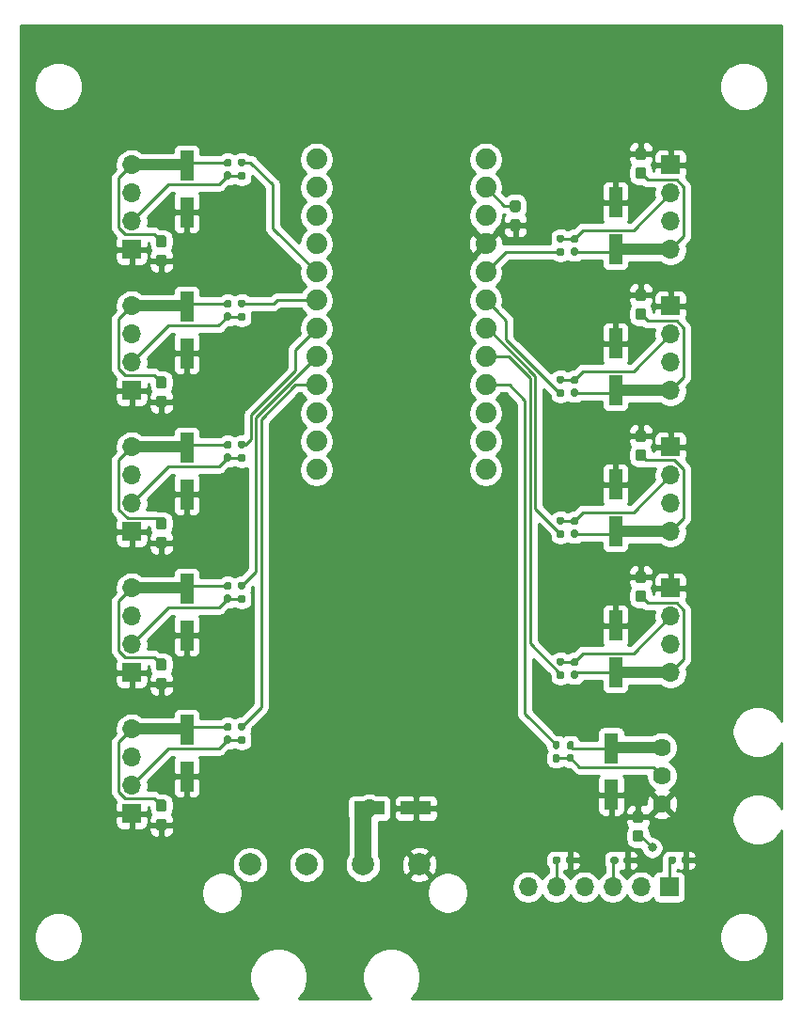
<source format=gbr>
%TF.GenerationSoftware,KiCad,Pcbnew,(5.1.7)-1*%
%TF.CreationDate,2020-11-16T09:35:31-07:00*%
%TF.ProjectId,RGB Controller,52474220-436f-46e7-9472-6f6c6c65722e,rev?*%
%TF.SameCoordinates,Original*%
%TF.FileFunction,Copper,L1,Top*%
%TF.FilePolarity,Positive*%
%FSLAX46Y46*%
G04 Gerber Fmt 4.6, Leading zero omitted, Abs format (unit mm)*
G04 Created by KiCad (PCBNEW (5.1.7)-1) date 2020-11-16 09:35:31*
%MOMM*%
%LPD*%
G01*
G04 APERTURE LIST*
%TA.AperFunction,ComponentPad*%
%ADD10C,1.879600*%
%TD*%
%TA.AperFunction,SMDPad,CuDef*%
%ADD11R,1.219200X2.717800*%
%TD*%
%TA.AperFunction,SMDPad,CuDef*%
%ADD12R,2.717800X1.219200*%
%TD*%
%TA.AperFunction,ComponentPad*%
%ADD13O,1.700000X1.700000*%
%TD*%
%TA.AperFunction,ComponentPad*%
%ADD14R,1.700000X1.700000*%
%TD*%
%TA.AperFunction,ComponentPad*%
%ADD15C,1.624000*%
%TD*%
%TA.AperFunction,ComponentPad*%
%ADD16C,2.006600*%
%TD*%
%TA.AperFunction,ViaPad*%
%ADD17C,0.800000*%
%TD*%
%TA.AperFunction,Conductor*%
%ADD18C,1.016000*%
%TD*%
%TA.AperFunction,Conductor*%
%ADD19C,1.524000*%
%TD*%
%TA.AperFunction,Conductor*%
%ADD20C,0.254000*%
%TD*%
%TA.AperFunction,Conductor*%
%ADD21C,0.250000*%
%TD*%
%TA.AperFunction,Conductor*%
%ADD22C,0.100000*%
%TD*%
G04 APERTURE END LIST*
D10*
%TO.P,B1,24*%
%TO.N,Net-(B1-Pad24)*%
X140970000Y-63500000D03*
%TO.P,B1,23*%
%TO.N,GND*%
X140970000Y-66040000D03*
%TO.P,B1,22*%
%TO.N,Net-(B1-Pad22)*%
X140970000Y-68580000D03*
%TO.P,B1,21*%
%TO.N,+5V*%
X140970000Y-71120000D03*
%TO.P,B1,20*%
%TO.N,/CH6*%
X140970000Y-73660000D03*
%TO.P,B1,19*%
%TO.N,/CH7*%
X140970000Y-76200000D03*
%TO.P,B1,18*%
%TO.N,/CH8*%
X140970000Y-78740000D03*
%TO.P,B1,17*%
%TO.N,/CH9*%
X140970000Y-81280000D03*
%TO.P,B1,16*%
%TO.N,/CH10*%
X140970000Y-83820000D03*
%TO.P,B1,15*%
%TO.N,Net-(B1-Pad15)*%
X140970000Y-86360000D03*
%TO.P,B1,14*%
%TO.N,Net-(B1-Pad14)*%
X140970000Y-88900000D03*
%TO.P,B1,13*%
%TO.N,Net-(B1-Pad13)*%
X140970000Y-91440000D03*
%TO.P,B1,12*%
%TO.N,/BUT3*%
X125730000Y-91440000D03*
%TO.P,B1,11*%
%TO.N,/BUT2*%
X125730000Y-88900000D03*
%TO.P,B1,10*%
%TO.N,/BUT1*%
X125730000Y-86360000D03*
%TO.P,B1,9*%
%TO.N,/CH5*%
X125730000Y-83820000D03*
%TO.P,B1,8*%
%TO.N,/CH4*%
X125730000Y-81280000D03*
%TO.P,B1,7*%
%TO.N,/CH3*%
X125730000Y-78740000D03*
%TO.P,B1,6*%
%TO.N,/CH2*%
X125730000Y-76200000D03*
%TO.P,B1,5*%
%TO.N,/CH1*%
X125730000Y-73660000D03*
%TO.P,B1,4*%
%TO.N,GND*%
X125730000Y-71120000D03*
%TO.P,B1,3*%
X125730000Y-68580000D03*
%TO.P,B1,2*%
%TO.N,Net-(B1-Pad2)*%
X125730000Y-66040000D03*
%TO.P,B1,1*%
%TO.N,Net-(B1-Pad1)*%
X125730000Y-63500000D03*
%TD*%
%TO.P,C21,2*%
%TO.N,GND*%
%TA.AperFunction,SMDPad,CuDef*%
G36*
G01*
X154448500Y-123896000D02*
X154923500Y-123896000D01*
G75*
G02*
X155161000Y-124133500I0J-237500D01*
G01*
X155161000Y-124733500D01*
G75*
G02*
X154923500Y-124971000I-237500J0D01*
G01*
X154448500Y-124971000D01*
G75*
G02*
X154211000Y-124733500I0J237500D01*
G01*
X154211000Y-124133500D01*
G75*
G02*
X154448500Y-123896000I237500J0D01*
G01*
G37*
%TD.AperFunction*%
%TO.P,C21,1*%
%TO.N,+5V*%
%TA.AperFunction,SMDPad,CuDef*%
G36*
G01*
X154448500Y-122171000D02*
X154923500Y-122171000D01*
G75*
G02*
X155161000Y-122408500I0J-237500D01*
G01*
X155161000Y-123008500D01*
G75*
G02*
X154923500Y-123246000I-237500J0D01*
G01*
X154448500Y-123246000D01*
G75*
G02*
X154211000Y-123008500I0J237500D01*
G01*
X154211000Y-122408500D01*
G75*
G02*
X154448500Y-122171000I237500J0D01*
G01*
G37*
%TD.AperFunction*%
%TD*%
D11*
%TO.P,C8,2*%
%TO.N,GND*%
X114046000Y-102171500D03*
%TO.P,C8,1*%
%TO.N,+5V*%
X114046000Y-106362500D03*
%TD*%
%TO.P,C1,2*%
%TO.N,+5V*%
%TA.AperFunction,SMDPad,CuDef*%
G36*
G01*
X143399500Y-68905000D02*
X143874500Y-68905000D01*
G75*
G02*
X144112000Y-69142500I0J-237500D01*
G01*
X144112000Y-69742500D01*
G75*
G02*
X143874500Y-69980000I-237500J0D01*
G01*
X143399500Y-69980000D01*
G75*
G02*
X143162000Y-69742500I0J237500D01*
G01*
X143162000Y-69142500D01*
G75*
G02*
X143399500Y-68905000I237500J0D01*
G01*
G37*
%TD.AperFunction*%
%TO.P,C1,1*%
%TO.N,GND*%
%TA.AperFunction,SMDPad,CuDef*%
G36*
G01*
X143399500Y-67180000D02*
X143874500Y-67180000D01*
G75*
G02*
X144112000Y-67417500I0J-237500D01*
G01*
X144112000Y-68017500D01*
G75*
G02*
X143874500Y-68255000I-237500J0D01*
G01*
X143399500Y-68255000D01*
G75*
G02*
X143162000Y-68017500I0J237500D01*
G01*
X143162000Y-67417500D01*
G75*
G02*
X143399500Y-67180000I237500J0D01*
G01*
G37*
%TD.AperFunction*%
%TD*%
%TO.P,C2,2*%
%TO.N,GND*%
%TA.AperFunction,SMDPad,CuDef*%
G36*
G01*
X111997500Y-96830000D02*
X111522500Y-96830000D01*
G75*
G02*
X111285000Y-96592500I0J237500D01*
G01*
X111285000Y-95992500D01*
G75*
G02*
X111522500Y-95755000I237500J0D01*
G01*
X111997500Y-95755000D01*
G75*
G02*
X112235000Y-95992500I0J-237500D01*
G01*
X112235000Y-96592500D01*
G75*
G02*
X111997500Y-96830000I-237500J0D01*
G01*
G37*
%TD.AperFunction*%
%TO.P,C2,1*%
%TO.N,+5V*%
%TA.AperFunction,SMDPad,CuDef*%
G36*
G01*
X111997500Y-98555000D02*
X111522500Y-98555000D01*
G75*
G02*
X111285000Y-98317500I0J237500D01*
G01*
X111285000Y-97717500D01*
G75*
G02*
X111522500Y-97480000I237500J0D01*
G01*
X111997500Y-97480000D01*
G75*
G02*
X112235000Y-97717500I0J-237500D01*
G01*
X112235000Y-98317500D01*
G75*
G02*
X111997500Y-98555000I-237500J0D01*
G01*
G37*
%TD.AperFunction*%
%TD*%
%TO.P,C3,2*%
%TO.N,GND*%
%TA.AperFunction,SMDPad,CuDef*%
G36*
G01*
X111997500Y-109530000D02*
X111522500Y-109530000D01*
G75*
G02*
X111285000Y-109292500I0J237500D01*
G01*
X111285000Y-108692500D01*
G75*
G02*
X111522500Y-108455000I237500J0D01*
G01*
X111997500Y-108455000D01*
G75*
G02*
X112235000Y-108692500I0J-237500D01*
G01*
X112235000Y-109292500D01*
G75*
G02*
X111997500Y-109530000I-237500J0D01*
G01*
G37*
%TD.AperFunction*%
%TO.P,C3,1*%
%TO.N,+5V*%
%TA.AperFunction,SMDPad,CuDef*%
G36*
G01*
X111997500Y-111255000D02*
X111522500Y-111255000D01*
G75*
G02*
X111285000Y-111017500I0J237500D01*
G01*
X111285000Y-110417500D01*
G75*
G02*
X111522500Y-110180000I237500J0D01*
G01*
X111997500Y-110180000D01*
G75*
G02*
X112235000Y-110417500I0J-237500D01*
G01*
X112235000Y-111017500D01*
G75*
G02*
X111997500Y-111255000I-237500J0D01*
G01*
G37*
%TD.AperFunction*%
%TD*%
%TO.P,C4,2*%
%TO.N,GND*%
%TA.AperFunction,SMDPad,CuDef*%
G36*
G01*
X111997500Y-71430000D02*
X111522500Y-71430000D01*
G75*
G02*
X111285000Y-71192500I0J237500D01*
G01*
X111285000Y-70592500D01*
G75*
G02*
X111522500Y-70355000I237500J0D01*
G01*
X111997500Y-70355000D01*
G75*
G02*
X112235000Y-70592500I0J-237500D01*
G01*
X112235000Y-71192500D01*
G75*
G02*
X111997500Y-71430000I-237500J0D01*
G01*
G37*
%TD.AperFunction*%
%TO.P,C4,1*%
%TO.N,+5V*%
%TA.AperFunction,SMDPad,CuDef*%
G36*
G01*
X111997500Y-73155000D02*
X111522500Y-73155000D01*
G75*
G02*
X111285000Y-72917500I0J237500D01*
G01*
X111285000Y-72317500D01*
G75*
G02*
X111522500Y-72080000I237500J0D01*
G01*
X111997500Y-72080000D01*
G75*
G02*
X112235000Y-72317500I0J-237500D01*
G01*
X112235000Y-72917500D01*
G75*
G02*
X111997500Y-73155000I-237500J0D01*
G01*
G37*
%TD.AperFunction*%
%TD*%
%TO.P,C5,2*%
%TO.N,GND*%
%TA.AperFunction,SMDPad,CuDef*%
G36*
G01*
X111997500Y-84130000D02*
X111522500Y-84130000D01*
G75*
G02*
X111285000Y-83892500I0J237500D01*
G01*
X111285000Y-83292500D01*
G75*
G02*
X111522500Y-83055000I237500J0D01*
G01*
X111997500Y-83055000D01*
G75*
G02*
X112235000Y-83292500I0J-237500D01*
G01*
X112235000Y-83892500D01*
G75*
G02*
X111997500Y-84130000I-237500J0D01*
G01*
G37*
%TD.AperFunction*%
%TO.P,C5,1*%
%TO.N,+5V*%
%TA.AperFunction,SMDPad,CuDef*%
G36*
G01*
X111997500Y-85855000D02*
X111522500Y-85855000D01*
G75*
G02*
X111285000Y-85617500I0J237500D01*
G01*
X111285000Y-85017500D01*
G75*
G02*
X111522500Y-84780000I237500J0D01*
G01*
X111997500Y-84780000D01*
G75*
G02*
X112235000Y-85017500I0J-237500D01*
G01*
X112235000Y-85617500D01*
G75*
G02*
X111997500Y-85855000I-237500J0D01*
G01*
G37*
%TD.AperFunction*%
%TD*%
%TO.P,C6,2*%
%TO.N,GND*%
%TA.AperFunction,SMDPad,CuDef*%
G36*
G01*
X111997500Y-122230000D02*
X111522500Y-122230000D01*
G75*
G02*
X111285000Y-121992500I0J237500D01*
G01*
X111285000Y-121392500D01*
G75*
G02*
X111522500Y-121155000I237500J0D01*
G01*
X111997500Y-121155000D01*
G75*
G02*
X112235000Y-121392500I0J-237500D01*
G01*
X112235000Y-121992500D01*
G75*
G02*
X111997500Y-122230000I-237500J0D01*
G01*
G37*
%TD.AperFunction*%
%TO.P,C6,1*%
%TO.N,+5V*%
%TA.AperFunction,SMDPad,CuDef*%
G36*
G01*
X111997500Y-123955000D02*
X111522500Y-123955000D01*
G75*
G02*
X111285000Y-123717500I0J237500D01*
G01*
X111285000Y-123117500D01*
G75*
G02*
X111522500Y-122880000I237500J0D01*
G01*
X111997500Y-122880000D01*
G75*
G02*
X112235000Y-123117500I0J-237500D01*
G01*
X112235000Y-123717500D01*
G75*
G02*
X111997500Y-123955000I-237500J0D01*
G01*
G37*
%TD.AperFunction*%
%TD*%
%TO.P,C7,2*%
%TO.N,GND*%
X114046000Y-89471500D03*
%TO.P,C7,1*%
%TO.N,+5V*%
X114046000Y-93662500D03*
%TD*%
%TO.P,C9,2*%
%TO.N,GND*%
X114046000Y-64071500D03*
%TO.P,C9,1*%
%TO.N,+5V*%
X114046000Y-68262500D03*
%TD*%
%TO.P,C10,2*%
%TO.N,GND*%
X114046000Y-76771500D03*
%TO.P,C10,1*%
%TO.N,+5V*%
X114046000Y-80962500D03*
%TD*%
%TO.P,C11,2*%
%TO.N,GND*%
X114046000Y-114871500D03*
%TO.P,C11,1*%
%TO.N,+5V*%
X114046000Y-119062500D03*
%TD*%
%TO.P,C12,2*%
%TO.N,GND*%
%TA.AperFunction,SMDPad,CuDef*%
G36*
G01*
X117884000Y-89589000D02*
X117574000Y-89589000D01*
G75*
G02*
X117419000Y-89434000I0J155000D01*
G01*
X117419000Y-89009000D01*
G75*
G02*
X117574000Y-88854000I155000J0D01*
G01*
X117884000Y-88854000D01*
G75*
G02*
X118039000Y-89009000I0J-155000D01*
G01*
X118039000Y-89434000D01*
G75*
G02*
X117884000Y-89589000I-155000J0D01*
G01*
G37*
%TD.AperFunction*%
%TO.P,C12,1*%
%TO.N,Net-(C12-Pad1)*%
%TA.AperFunction,SMDPad,CuDef*%
G36*
G01*
X117884000Y-90724000D02*
X117574000Y-90724000D01*
G75*
G02*
X117419000Y-90569000I0J155000D01*
G01*
X117419000Y-90144000D01*
G75*
G02*
X117574000Y-89989000I155000J0D01*
G01*
X117884000Y-89989000D01*
G75*
G02*
X118039000Y-90144000I0J-155000D01*
G01*
X118039000Y-90569000D01*
G75*
G02*
X117884000Y-90724000I-155000J0D01*
G01*
G37*
%TD.AperFunction*%
%TD*%
%TO.P,C13,2*%
%TO.N,GND*%
%TA.AperFunction,SMDPad,CuDef*%
G36*
G01*
X117884000Y-102289000D02*
X117574000Y-102289000D01*
G75*
G02*
X117419000Y-102134000I0J155000D01*
G01*
X117419000Y-101709000D01*
G75*
G02*
X117574000Y-101554000I155000J0D01*
G01*
X117884000Y-101554000D01*
G75*
G02*
X118039000Y-101709000I0J-155000D01*
G01*
X118039000Y-102134000D01*
G75*
G02*
X117884000Y-102289000I-155000J0D01*
G01*
G37*
%TD.AperFunction*%
%TO.P,C13,1*%
%TO.N,Net-(C13-Pad1)*%
%TA.AperFunction,SMDPad,CuDef*%
G36*
G01*
X117884000Y-103424000D02*
X117574000Y-103424000D01*
G75*
G02*
X117419000Y-103269000I0J155000D01*
G01*
X117419000Y-102844000D01*
G75*
G02*
X117574000Y-102689000I155000J0D01*
G01*
X117884000Y-102689000D01*
G75*
G02*
X118039000Y-102844000I0J-155000D01*
G01*
X118039000Y-103269000D01*
G75*
G02*
X117884000Y-103424000I-155000J0D01*
G01*
G37*
%TD.AperFunction*%
%TD*%
%TO.P,C14,2*%
%TO.N,GND*%
%TA.AperFunction,SMDPad,CuDef*%
G36*
G01*
X117884000Y-64189000D02*
X117574000Y-64189000D01*
G75*
G02*
X117419000Y-64034000I0J155000D01*
G01*
X117419000Y-63609000D01*
G75*
G02*
X117574000Y-63454000I155000J0D01*
G01*
X117884000Y-63454000D01*
G75*
G02*
X118039000Y-63609000I0J-155000D01*
G01*
X118039000Y-64034000D01*
G75*
G02*
X117884000Y-64189000I-155000J0D01*
G01*
G37*
%TD.AperFunction*%
%TO.P,C14,1*%
%TO.N,Net-(C14-Pad1)*%
%TA.AperFunction,SMDPad,CuDef*%
G36*
G01*
X117884000Y-65324000D02*
X117574000Y-65324000D01*
G75*
G02*
X117419000Y-65169000I0J155000D01*
G01*
X117419000Y-64744000D01*
G75*
G02*
X117574000Y-64589000I155000J0D01*
G01*
X117884000Y-64589000D01*
G75*
G02*
X118039000Y-64744000I0J-155000D01*
G01*
X118039000Y-65169000D01*
G75*
G02*
X117884000Y-65324000I-155000J0D01*
G01*
G37*
%TD.AperFunction*%
%TD*%
%TO.P,C15,2*%
%TO.N,GND*%
%TA.AperFunction,SMDPad,CuDef*%
G36*
G01*
X117884000Y-76889000D02*
X117574000Y-76889000D01*
G75*
G02*
X117419000Y-76734000I0J155000D01*
G01*
X117419000Y-76309000D01*
G75*
G02*
X117574000Y-76154000I155000J0D01*
G01*
X117884000Y-76154000D01*
G75*
G02*
X118039000Y-76309000I0J-155000D01*
G01*
X118039000Y-76734000D01*
G75*
G02*
X117884000Y-76889000I-155000J0D01*
G01*
G37*
%TD.AperFunction*%
%TO.P,C15,1*%
%TO.N,Net-(C15-Pad1)*%
%TA.AperFunction,SMDPad,CuDef*%
G36*
G01*
X117884000Y-78024000D02*
X117574000Y-78024000D01*
G75*
G02*
X117419000Y-77869000I0J155000D01*
G01*
X117419000Y-77444000D01*
G75*
G02*
X117574000Y-77289000I155000J0D01*
G01*
X117884000Y-77289000D01*
G75*
G02*
X118039000Y-77444000I0J-155000D01*
G01*
X118039000Y-77869000D01*
G75*
G02*
X117884000Y-78024000I-155000J0D01*
G01*
G37*
%TD.AperFunction*%
%TD*%
%TO.P,C16,2*%
%TO.N,GND*%
%TA.AperFunction,SMDPad,CuDef*%
G36*
G01*
X117884000Y-114989000D02*
X117574000Y-114989000D01*
G75*
G02*
X117419000Y-114834000I0J155000D01*
G01*
X117419000Y-114409000D01*
G75*
G02*
X117574000Y-114254000I155000J0D01*
G01*
X117884000Y-114254000D01*
G75*
G02*
X118039000Y-114409000I0J-155000D01*
G01*
X118039000Y-114834000D01*
G75*
G02*
X117884000Y-114989000I-155000J0D01*
G01*
G37*
%TD.AperFunction*%
%TO.P,C16,1*%
%TO.N,Net-(C16-Pad1)*%
%TA.AperFunction,SMDPad,CuDef*%
G36*
G01*
X117884000Y-116124000D02*
X117574000Y-116124000D01*
G75*
G02*
X117419000Y-115969000I0J155000D01*
G01*
X117419000Y-115544000D01*
G75*
G02*
X117574000Y-115389000I155000J0D01*
G01*
X117884000Y-115389000D01*
G75*
G02*
X118039000Y-115544000I0J-155000D01*
G01*
X118039000Y-115969000D01*
G75*
G02*
X117884000Y-116124000I-155000J0D01*
G01*
G37*
%TD.AperFunction*%
%TD*%
%TO.P,C17,2*%
%TO.N,GND*%
%TA.AperFunction,SMDPad,CuDef*%
G36*
G01*
X154702500Y-64206000D02*
X155177500Y-64206000D01*
G75*
G02*
X155415000Y-64443500I0J-237500D01*
G01*
X155415000Y-65043500D01*
G75*
G02*
X155177500Y-65281000I-237500J0D01*
G01*
X154702500Y-65281000D01*
G75*
G02*
X154465000Y-65043500I0J237500D01*
G01*
X154465000Y-64443500D01*
G75*
G02*
X154702500Y-64206000I237500J0D01*
G01*
G37*
%TD.AperFunction*%
%TO.P,C17,1*%
%TO.N,+5V*%
%TA.AperFunction,SMDPad,CuDef*%
G36*
G01*
X154702500Y-62481000D02*
X155177500Y-62481000D01*
G75*
G02*
X155415000Y-62718500I0J-237500D01*
G01*
X155415000Y-63318500D01*
G75*
G02*
X155177500Y-63556000I-237500J0D01*
G01*
X154702500Y-63556000D01*
G75*
G02*
X154465000Y-63318500I0J237500D01*
G01*
X154465000Y-62718500D01*
G75*
G02*
X154702500Y-62481000I237500J0D01*
G01*
G37*
%TD.AperFunction*%
%TD*%
%TO.P,C18,2*%
%TO.N,GND*%
%TA.AperFunction,SMDPad,CuDef*%
G36*
G01*
X154702500Y-76906000D02*
X155177500Y-76906000D01*
G75*
G02*
X155415000Y-77143500I0J-237500D01*
G01*
X155415000Y-77743500D01*
G75*
G02*
X155177500Y-77981000I-237500J0D01*
G01*
X154702500Y-77981000D01*
G75*
G02*
X154465000Y-77743500I0J237500D01*
G01*
X154465000Y-77143500D01*
G75*
G02*
X154702500Y-76906000I237500J0D01*
G01*
G37*
%TD.AperFunction*%
%TO.P,C18,1*%
%TO.N,+5V*%
%TA.AperFunction,SMDPad,CuDef*%
G36*
G01*
X154702500Y-75181000D02*
X155177500Y-75181000D01*
G75*
G02*
X155415000Y-75418500I0J-237500D01*
G01*
X155415000Y-76018500D01*
G75*
G02*
X155177500Y-76256000I-237500J0D01*
G01*
X154702500Y-76256000D01*
G75*
G02*
X154465000Y-76018500I0J237500D01*
G01*
X154465000Y-75418500D01*
G75*
G02*
X154702500Y-75181000I237500J0D01*
G01*
G37*
%TD.AperFunction*%
%TD*%
%TO.P,C19,2*%
%TO.N,GND*%
%TA.AperFunction,SMDPad,CuDef*%
G36*
G01*
X154702500Y-89606000D02*
X155177500Y-89606000D01*
G75*
G02*
X155415000Y-89843500I0J-237500D01*
G01*
X155415000Y-90443500D01*
G75*
G02*
X155177500Y-90681000I-237500J0D01*
G01*
X154702500Y-90681000D01*
G75*
G02*
X154465000Y-90443500I0J237500D01*
G01*
X154465000Y-89843500D01*
G75*
G02*
X154702500Y-89606000I237500J0D01*
G01*
G37*
%TD.AperFunction*%
%TO.P,C19,1*%
%TO.N,+5V*%
%TA.AperFunction,SMDPad,CuDef*%
G36*
G01*
X154702500Y-87881000D02*
X155177500Y-87881000D01*
G75*
G02*
X155415000Y-88118500I0J-237500D01*
G01*
X155415000Y-88718500D01*
G75*
G02*
X155177500Y-88956000I-237500J0D01*
G01*
X154702500Y-88956000D01*
G75*
G02*
X154465000Y-88718500I0J237500D01*
G01*
X154465000Y-88118500D01*
G75*
G02*
X154702500Y-87881000I237500J0D01*
G01*
G37*
%TD.AperFunction*%
%TD*%
%TO.P,C20,2*%
%TO.N,GND*%
%TA.AperFunction,SMDPad,CuDef*%
G36*
G01*
X154702500Y-102306000D02*
X155177500Y-102306000D01*
G75*
G02*
X155415000Y-102543500I0J-237500D01*
G01*
X155415000Y-103143500D01*
G75*
G02*
X155177500Y-103381000I-237500J0D01*
G01*
X154702500Y-103381000D01*
G75*
G02*
X154465000Y-103143500I0J237500D01*
G01*
X154465000Y-102543500D01*
G75*
G02*
X154702500Y-102306000I237500J0D01*
G01*
G37*
%TD.AperFunction*%
%TO.P,C20,1*%
%TO.N,+5V*%
%TA.AperFunction,SMDPad,CuDef*%
G36*
G01*
X154702500Y-100581000D02*
X155177500Y-100581000D01*
G75*
G02*
X155415000Y-100818500I0J-237500D01*
G01*
X155415000Y-101418500D01*
G75*
G02*
X155177500Y-101656000I-237500J0D01*
G01*
X154702500Y-101656000D01*
G75*
G02*
X154465000Y-101418500I0J237500D01*
G01*
X154465000Y-100818500D01*
G75*
G02*
X154702500Y-100581000I237500J0D01*
G01*
G37*
%TD.AperFunction*%
%TD*%
%TO.P,C22,2*%
%TO.N,GND*%
X152654000Y-71564500D03*
%TO.P,C22,1*%
%TO.N,+5V*%
X152654000Y-67373500D03*
%TD*%
%TO.P,C23,2*%
%TO.N,GND*%
X152654000Y-84264500D03*
%TO.P,C23,1*%
%TO.N,+5V*%
X152654000Y-80073500D03*
%TD*%
%TO.P,C24,2*%
%TO.N,GND*%
X152654000Y-96964500D03*
%TO.P,C24,1*%
%TO.N,+5V*%
X152654000Y-92773500D03*
%TD*%
%TO.P,C25,2*%
%TO.N,GND*%
X152654000Y-109664500D03*
%TO.P,C25,1*%
%TO.N,+5V*%
X152654000Y-105473500D03*
%TD*%
%TO.P,C26,2*%
%TO.N,GND*%
X152273000Y-116522500D03*
%TO.P,C26,1*%
%TO.N,+5V*%
X152273000Y-120713500D03*
%TD*%
%TO.P,C27,2*%
%TO.N,GND*%
%TA.AperFunction,SMDPad,CuDef*%
G36*
G01*
X148816000Y-71447000D02*
X149126000Y-71447000D01*
G75*
G02*
X149281000Y-71602000I0J-155000D01*
G01*
X149281000Y-72027000D01*
G75*
G02*
X149126000Y-72182000I-155000J0D01*
G01*
X148816000Y-72182000D01*
G75*
G02*
X148661000Y-72027000I0J155000D01*
G01*
X148661000Y-71602000D01*
G75*
G02*
X148816000Y-71447000I155000J0D01*
G01*
G37*
%TD.AperFunction*%
%TO.P,C27,1*%
%TO.N,Net-(C27-Pad1)*%
%TA.AperFunction,SMDPad,CuDef*%
G36*
G01*
X148816000Y-70312000D02*
X149126000Y-70312000D01*
G75*
G02*
X149281000Y-70467000I0J-155000D01*
G01*
X149281000Y-70892000D01*
G75*
G02*
X149126000Y-71047000I-155000J0D01*
G01*
X148816000Y-71047000D01*
G75*
G02*
X148661000Y-70892000I0J155000D01*
G01*
X148661000Y-70467000D01*
G75*
G02*
X148816000Y-70312000I155000J0D01*
G01*
G37*
%TD.AperFunction*%
%TD*%
%TO.P,C28,2*%
%TO.N,GND*%
%TA.AperFunction,SMDPad,CuDef*%
G36*
G01*
X148816000Y-84147000D02*
X149126000Y-84147000D01*
G75*
G02*
X149281000Y-84302000I0J-155000D01*
G01*
X149281000Y-84727000D01*
G75*
G02*
X149126000Y-84882000I-155000J0D01*
G01*
X148816000Y-84882000D01*
G75*
G02*
X148661000Y-84727000I0J155000D01*
G01*
X148661000Y-84302000D01*
G75*
G02*
X148816000Y-84147000I155000J0D01*
G01*
G37*
%TD.AperFunction*%
%TO.P,C28,1*%
%TO.N,Net-(C28-Pad1)*%
%TA.AperFunction,SMDPad,CuDef*%
G36*
G01*
X148816000Y-83012000D02*
X149126000Y-83012000D01*
G75*
G02*
X149281000Y-83167000I0J-155000D01*
G01*
X149281000Y-83592000D01*
G75*
G02*
X149126000Y-83747000I-155000J0D01*
G01*
X148816000Y-83747000D01*
G75*
G02*
X148661000Y-83592000I0J155000D01*
G01*
X148661000Y-83167000D01*
G75*
G02*
X148816000Y-83012000I155000J0D01*
G01*
G37*
%TD.AperFunction*%
%TD*%
%TO.P,C29,2*%
%TO.N,GND*%
%TA.AperFunction,SMDPad,CuDef*%
G36*
G01*
X148816000Y-96847000D02*
X149126000Y-96847000D01*
G75*
G02*
X149281000Y-97002000I0J-155000D01*
G01*
X149281000Y-97427000D01*
G75*
G02*
X149126000Y-97582000I-155000J0D01*
G01*
X148816000Y-97582000D01*
G75*
G02*
X148661000Y-97427000I0J155000D01*
G01*
X148661000Y-97002000D01*
G75*
G02*
X148816000Y-96847000I155000J0D01*
G01*
G37*
%TD.AperFunction*%
%TO.P,C29,1*%
%TO.N,Net-(C29-Pad1)*%
%TA.AperFunction,SMDPad,CuDef*%
G36*
G01*
X148816000Y-95712000D02*
X149126000Y-95712000D01*
G75*
G02*
X149281000Y-95867000I0J-155000D01*
G01*
X149281000Y-96292000D01*
G75*
G02*
X149126000Y-96447000I-155000J0D01*
G01*
X148816000Y-96447000D01*
G75*
G02*
X148661000Y-96292000I0J155000D01*
G01*
X148661000Y-95867000D01*
G75*
G02*
X148816000Y-95712000I155000J0D01*
G01*
G37*
%TD.AperFunction*%
%TD*%
%TO.P,C30,2*%
%TO.N,GND*%
%TA.AperFunction,SMDPad,CuDef*%
G36*
G01*
X148816000Y-109547000D02*
X149126000Y-109547000D01*
G75*
G02*
X149281000Y-109702000I0J-155000D01*
G01*
X149281000Y-110127000D01*
G75*
G02*
X149126000Y-110282000I-155000J0D01*
G01*
X148816000Y-110282000D01*
G75*
G02*
X148661000Y-110127000I0J155000D01*
G01*
X148661000Y-109702000D01*
G75*
G02*
X148816000Y-109547000I155000J0D01*
G01*
G37*
%TD.AperFunction*%
%TO.P,C30,1*%
%TO.N,Net-(C30-Pad1)*%
%TA.AperFunction,SMDPad,CuDef*%
G36*
G01*
X148816000Y-108412000D02*
X149126000Y-108412000D01*
G75*
G02*
X149281000Y-108567000I0J-155000D01*
G01*
X149281000Y-108992000D01*
G75*
G02*
X149126000Y-109147000I-155000J0D01*
G01*
X148816000Y-109147000D01*
G75*
G02*
X148661000Y-108992000I0J155000D01*
G01*
X148661000Y-108567000D01*
G75*
G02*
X148816000Y-108412000I155000J0D01*
G01*
G37*
%TD.AperFunction*%
%TD*%
%TO.P,C31,2*%
%TO.N,GND*%
%TA.AperFunction,SMDPad,CuDef*%
G36*
G01*
X148745000Y-116640000D02*
X148435000Y-116640000D01*
G75*
G02*
X148280000Y-116485000I0J155000D01*
G01*
X148280000Y-116060000D01*
G75*
G02*
X148435000Y-115905000I155000J0D01*
G01*
X148745000Y-115905000D01*
G75*
G02*
X148900000Y-116060000I0J-155000D01*
G01*
X148900000Y-116485000D01*
G75*
G02*
X148745000Y-116640000I-155000J0D01*
G01*
G37*
%TD.AperFunction*%
%TO.P,C31,1*%
%TO.N,Net-(C31-Pad1)*%
%TA.AperFunction,SMDPad,CuDef*%
G36*
G01*
X148745000Y-117775000D02*
X148435000Y-117775000D01*
G75*
G02*
X148280000Y-117620000I0J155000D01*
G01*
X148280000Y-117195000D01*
G75*
G02*
X148435000Y-117040000I155000J0D01*
G01*
X148745000Y-117040000D01*
G75*
G02*
X148900000Y-117195000I0J-155000D01*
G01*
X148900000Y-117620000D01*
G75*
G02*
X148745000Y-117775000I-155000J0D01*
G01*
G37*
%TD.AperFunction*%
%TD*%
D12*
%TO.P,C32,2*%
%TO.N,GND*%
X130492500Y-121920000D03*
%TO.P,C32,1*%
%TO.N,+5V*%
X134683500Y-121920000D03*
%TD*%
D13*
%TO.P,J1,6*%
%TO.N,GND*%
X144780000Y-129032000D03*
%TO.P,J1,5*%
%TO.N,/BUT3*%
X147320000Y-129032000D03*
%TO.P,J1,4*%
%TO.N,GND*%
X149860000Y-129032000D03*
%TO.P,J1,3*%
%TO.N,/BUT2*%
X152400000Y-129032000D03*
%TO.P,J1,2*%
%TO.N,GND*%
X154940000Y-129032000D03*
D14*
%TO.P,J1,1*%
%TO.N,/BUT1*%
X157480000Y-129032000D03*
%TD*%
D13*
%TO.P,J2,4*%
%TO.N,GND*%
X109093000Y-89408000D03*
%TO.P,J2,3*%
%TO.N,Net-(J2-Pad3)*%
X109093000Y-91948000D03*
%TO.P,J2,2*%
%TO.N,Net-(C12-Pad1)*%
X109093000Y-94488000D03*
D14*
%TO.P,J2,1*%
%TO.N,+5V*%
X109093000Y-97028000D03*
%TD*%
D13*
%TO.P,J3,4*%
%TO.N,GND*%
X109093000Y-102108000D03*
%TO.P,J3,3*%
%TO.N,Net-(J3-Pad3)*%
X109093000Y-104648000D03*
%TO.P,J3,2*%
%TO.N,Net-(C13-Pad1)*%
X109093000Y-107188000D03*
D14*
%TO.P,J3,1*%
%TO.N,+5V*%
X109093000Y-109728000D03*
%TD*%
D13*
%TO.P,J4,4*%
%TO.N,GND*%
X109093000Y-64008000D03*
%TO.P,J4,3*%
%TO.N,Net-(J4-Pad3)*%
X109093000Y-66548000D03*
%TO.P,J4,2*%
%TO.N,Net-(C14-Pad1)*%
X109093000Y-69088000D03*
D14*
%TO.P,J4,1*%
%TO.N,+5V*%
X109093000Y-71628000D03*
%TD*%
D13*
%TO.P,J5,4*%
%TO.N,GND*%
X109093000Y-76708000D03*
%TO.P,J5,3*%
%TO.N,Net-(J5-Pad3)*%
X109093000Y-79248000D03*
%TO.P,J5,2*%
%TO.N,Net-(C15-Pad1)*%
X109093000Y-81788000D03*
D14*
%TO.P,J5,1*%
%TO.N,+5V*%
X109093000Y-84328000D03*
%TD*%
D13*
%TO.P,J6,4*%
%TO.N,GND*%
X109093000Y-114808000D03*
%TO.P,J6,3*%
%TO.N,Net-(J6-Pad3)*%
X109093000Y-117348000D03*
%TO.P,J6,2*%
%TO.N,Net-(C16-Pad1)*%
X109093000Y-119888000D03*
D14*
%TO.P,J6,1*%
%TO.N,+5V*%
X109093000Y-122428000D03*
%TD*%
D13*
%TO.P,J7,4*%
%TO.N,GND*%
X157607000Y-71628000D03*
%TO.P,J7,3*%
%TO.N,Net-(J7-Pad3)*%
X157607000Y-69088000D03*
%TO.P,J7,2*%
%TO.N,Net-(C27-Pad1)*%
X157607000Y-66548000D03*
D14*
%TO.P,J7,1*%
%TO.N,+5V*%
X157607000Y-64008000D03*
%TD*%
D13*
%TO.P,J8,4*%
%TO.N,GND*%
X157607000Y-84328000D03*
%TO.P,J8,3*%
%TO.N,Net-(J8-Pad3)*%
X157607000Y-81788000D03*
%TO.P,J8,2*%
%TO.N,Net-(C28-Pad1)*%
X157607000Y-79248000D03*
D14*
%TO.P,J8,1*%
%TO.N,+5V*%
X157607000Y-76708000D03*
%TD*%
D13*
%TO.P,J9,4*%
%TO.N,GND*%
X157607000Y-97028000D03*
%TO.P,J9,3*%
%TO.N,Net-(J9-Pad3)*%
X157607000Y-94488000D03*
%TO.P,J9,2*%
%TO.N,Net-(C29-Pad1)*%
X157607000Y-91948000D03*
D14*
%TO.P,J9,1*%
%TO.N,+5V*%
X157607000Y-89408000D03*
%TD*%
D13*
%TO.P,J10,4*%
%TO.N,GND*%
X157607000Y-109728000D03*
%TO.P,J10,3*%
%TO.N,Net-(J10-Pad3)*%
X157607000Y-107188000D03*
%TO.P,J10,2*%
%TO.N,Net-(C30-Pad1)*%
X157607000Y-104648000D03*
D14*
%TO.P,J10,1*%
%TO.N,+5V*%
X157607000Y-102108000D03*
%TD*%
D15*
%TO.P,J11,1*%
%TO.N,+5V*%
X156845000Y-121539000D03*
%TO.P,J11,3*%
%TO.N,GND*%
X156845000Y-116459000D03*
%TO.P,J11,2*%
%TO.N,Net-(C31-Pad1)*%
X156845000Y-118999000D03*
%TD*%
D16*
%TO.P,J12,4*%
%TO.N,+5V*%
X135001000Y-127000000D03*
%TO.P,J12,3*%
%TO.N,GND*%
X129921000Y-127000000D03*
%TO.P,J12,2*%
X124841000Y-127000000D03*
%TO.P,J12,1*%
%TO.N,Net-(J12-Pad1)*%
X119761000Y-127000000D03*
%TD*%
%TO.P,R1,2*%
%TO.N,/CH3*%
%TA.AperFunction,SMDPad,CuDef*%
G36*
G01*
X119159000Y-89549000D02*
X118839000Y-89549000D01*
G75*
G02*
X118679000Y-89389000I0J160000D01*
G01*
X118679000Y-88994000D01*
G75*
G02*
X118839000Y-88834000I160000J0D01*
G01*
X119159000Y-88834000D01*
G75*
G02*
X119319000Y-88994000I0J-160000D01*
G01*
X119319000Y-89389000D01*
G75*
G02*
X119159000Y-89549000I-160000J0D01*
G01*
G37*
%TD.AperFunction*%
%TO.P,R1,1*%
%TO.N,Net-(C12-Pad1)*%
%TA.AperFunction,SMDPad,CuDef*%
G36*
G01*
X119159000Y-90744000D02*
X118839000Y-90744000D01*
G75*
G02*
X118679000Y-90584000I0J160000D01*
G01*
X118679000Y-90189000D01*
G75*
G02*
X118839000Y-90029000I160000J0D01*
G01*
X119159000Y-90029000D01*
G75*
G02*
X119319000Y-90189000I0J-160000D01*
G01*
X119319000Y-90584000D01*
G75*
G02*
X119159000Y-90744000I-160000J0D01*
G01*
G37*
%TD.AperFunction*%
%TD*%
%TO.P,R2,1*%
%TO.N,Net-(C13-Pad1)*%
%TA.AperFunction,SMDPad,CuDef*%
G36*
G01*
X119159000Y-103444000D02*
X118839000Y-103444000D01*
G75*
G02*
X118679000Y-103284000I0J160000D01*
G01*
X118679000Y-102889000D01*
G75*
G02*
X118839000Y-102729000I160000J0D01*
G01*
X119159000Y-102729000D01*
G75*
G02*
X119319000Y-102889000I0J-160000D01*
G01*
X119319000Y-103284000D01*
G75*
G02*
X119159000Y-103444000I-160000J0D01*
G01*
G37*
%TD.AperFunction*%
%TO.P,R2,2*%
%TO.N,/CH4*%
%TA.AperFunction,SMDPad,CuDef*%
G36*
G01*
X119159000Y-102249000D02*
X118839000Y-102249000D01*
G75*
G02*
X118679000Y-102089000I0J160000D01*
G01*
X118679000Y-101694000D01*
G75*
G02*
X118839000Y-101534000I160000J0D01*
G01*
X119159000Y-101534000D01*
G75*
G02*
X119319000Y-101694000I0J-160000D01*
G01*
X119319000Y-102089000D01*
G75*
G02*
X119159000Y-102249000I-160000J0D01*
G01*
G37*
%TD.AperFunction*%
%TD*%
%TO.P,R3,1*%
%TO.N,Net-(C14-Pad1)*%
%TA.AperFunction,SMDPad,CuDef*%
G36*
G01*
X119159000Y-65344000D02*
X118839000Y-65344000D01*
G75*
G02*
X118679000Y-65184000I0J160000D01*
G01*
X118679000Y-64789000D01*
G75*
G02*
X118839000Y-64629000I160000J0D01*
G01*
X119159000Y-64629000D01*
G75*
G02*
X119319000Y-64789000I0J-160000D01*
G01*
X119319000Y-65184000D01*
G75*
G02*
X119159000Y-65344000I-160000J0D01*
G01*
G37*
%TD.AperFunction*%
%TO.P,R3,2*%
%TO.N,/CH1*%
%TA.AperFunction,SMDPad,CuDef*%
G36*
G01*
X119159000Y-64149000D02*
X118839000Y-64149000D01*
G75*
G02*
X118679000Y-63989000I0J160000D01*
G01*
X118679000Y-63594000D01*
G75*
G02*
X118839000Y-63434000I160000J0D01*
G01*
X119159000Y-63434000D01*
G75*
G02*
X119319000Y-63594000I0J-160000D01*
G01*
X119319000Y-63989000D01*
G75*
G02*
X119159000Y-64149000I-160000J0D01*
G01*
G37*
%TD.AperFunction*%
%TD*%
%TO.P,R4,2*%
%TO.N,/CH2*%
%TA.AperFunction,SMDPad,CuDef*%
G36*
G01*
X119159000Y-76849000D02*
X118839000Y-76849000D01*
G75*
G02*
X118679000Y-76689000I0J160000D01*
G01*
X118679000Y-76294000D01*
G75*
G02*
X118839000Y-76134000I160000J0D01*
G01*
X119159000Y-76134000D01*
G75*
G02*
X119319000Y-76294000I0J-160000D01*
G01*
X119319000Y-76689000D01*
G75*
G02*
X119159000Y-76849000I-160000J0D01*
G01*
G37*
%TD.AperFunction*%
%TO.P,R4,1*%
%TO.N,Net-(C15-Pad1)*%
%TA.AperFunction,SMDPad,CuDef*%
G36*
G01*
X119159000Y-78044000D02*
X118839000Y-78044000D01*
G75*
G02*
X118679000Y-77884000I0J160000D01*
G01*
X118679000Y-77489000D01*
G75*
G02*
X118839000Y-77329000I160000J0D01*
G01*
X119159000Y-77329000D01*
G75*
G02*
X119319000Y-77489000I0J-160000D01*
G01*
X119319000Y-77884000D01*
G75*
G02*
X119159000Y-78044000I-160000J0D01*
G01*
G37*
%TD.AperFunction*%
%TD*%
%TO.P,R5,2*%
%TO.N,/CH5*%
%TA.AperFunction,SMDPad,CuDef*%
G36*
G01*
X119159000Y-114949000D02*
X118839000Y-114949000D01*
G75*
G02*
X118679000Y-114789000I0J160000D01*
G01*
X118679000Y-114394000D01*
G75*
G02*
X118839000Y-114234000I160000J0D01*
G01*
X119159000Y-114234000D01*
G75*
G02*
X119319000Y-114394000I0J-160000D01*
G01*
X119319000Y-114789000D01*
G75*
G02*
X119159000Y-114949000I-160000J0D01*
G01*
G37*
%TD.AperFunction*%
%TO.P,R5,1*%
%TO.N,Net-(C16-Pad1)*%
%TA.AperFunction,SMDPad,CuDef*%
G36*
G01*
X119159000Y-116144000D02*
X118839000Y-116144000D01*
G75*
G02*
X118679000Y-115984000I0J160000D01*
G01*
X118679000Y-115589000D01*
G75*
G02*
X118839000Y-115429000I160000J0D01*
G01*
X119159000Y-115429000D01*
G75*
G02*
X119319000Y-115589000I0J-160000D01*
G01*
X119319000Y-115984000D01*
G75*
G02*
X119159000Y-116144000I-160000J0D01*
G01*
G37*
%TD.AperFunction*%
%TD*%
%TO.P,R6,1*%
%TO.N,Net-(C27-Pad1)*%
%TA.AperFunction,SMDPad,CuDef*%
G36*
G01*
X147541000Y-70292000D02*
X147861000Y-70292000D01*
G75*
G02*
X148021000Y-70452000I0J-160000D01*
G01*
X148021000Y-70847000D01*
G75*
G02*
X147861000Y-71007000I-160000J0D01*
G01*
X147541000Y-71007000D01*
G75*
G02*
X147381000Y-70847000I0J160000D01*
G01*
X147381000Y-70452000D01*
G75*
G02*
X147541000Y-70292000I160000J0D01*
G01*
G37*
%TD.AperFunction*%
%TO.P,R6,2*%
%TO.N,/CH6*%
%TA.AperFunction,SMDPad,CuDef*%
G36*
G01*
X147541000Y-71487000D02*
X147861000Y-71487000D01*
G75*
G02*
X148021000Y-71647000I0J-160000D01*
G01*
X148021000Y-72042000D01*
G75*
G02*
X147861000Y-72202000I-160000J0D01*
G01*
X147541000Y-72202000D01*
G75*
G02*
X147381000Y-72042000I0J160000D01*
G01*
X147381000Y-71647000D01*
G75*
G02*
X147541000Y-71487000I160000J0D01*
G01*
G37*
%TD.AperFunction*%
%TD*%
%TO.P,R7,2*%
%TO.N,/CH7*%
%TA.AperFunction,SMDPad,CuDef*%
G36*
G01*
X147541000Y-84187000D02*
X147861000Y-84187000D01*
G75*
G02*
X148021000Y-84347000I0J-160000D01*
G01*
X148021000Y-84742000D01*
G75*
G02*
X147861000Y-84902000I-160000J0D01*
G01*
X147541000Y-84902000D01*
G75*
G02*
X147381000Y-84742000I0J160000D01*
G01*
X147381000Y-84347000D01*
G75*
G02*
X147541000Y-84187000I160000J0D01*
G01*
G37*
%TD.AperFunction*%
%TO.P,R7,1*%
%TO.N,Net-(C28-Pad1)*%
%TA.AperFunction,SMDPad,CuDef*%
G36*
G01*
X147541000Y-82992000D02*
X147861000Y-82992000D01*
G75*
G02*
X148021000Y-83152000I0J-160000D01*
G01*
X148021000Y-83547000D01*
G75*
G02*
X147861000Y-83707000I-160000J0D01*
G01*
X147541000Y-83707000D01*
G75*
G02*
X147381000Y-83547000I0J160000D01*
G01*
X147381000Y-83152000D01*
G75*
G02*
X147541000Y-82992000I160000J0D01*
G01*
G37*
%TD.AperFunction*%
%TD*%
%TO.P,R8,1*%
%TO.N,Net-(C29-Pad1)*%
%TA.AperFunction,SMDPad,CuDef*%
G36*
G01*
X147541000Y-95692000D02*
X147861000Y-95692000D01*
G75*
G02*
X148021000Y-95852000I0J-160000D01*
G01*
X148021000Y-96247000D01*
G75*
G02*
X147861000Y-96407000I-160000J0D01*
G01*
X147541000Y-96407000D01*
G75*
G02*
X147381000Y-96247000I0J160000D01*
G01*
X147381000Y-95852000D01*
G75*
G02*
X147541000Y-95692000I160000J0D01*
G01*
G37*
%TD.AperFunction*%
%TO.P,R8,2*%
%TO.N,/CH8*%
%TA.AperFunction,SMDPad,CuDef*%
G36*
G01*
X147541000Y-96887000D02*
X147861000Y-96887000D01*
G75*
G02*
X148021000Y-97047000I0J-160000D01*
G01*
X148021000Y-97442000D01*
G75*
G02*
X147861000Y-97602000I-160000J0D01*
G01*
X147541000Y-97602000D01*
G75*
G02*
X147381000Y-97442000I0J160000D01*
G01*
X147381000Y-97047000D01*
G75*
G02*
X147541000Y-96887000I160000J0D01*
G01*
G37*
%TD.AperFunction*%
%TD*%
%TO.P,R9,1*%
%TO.N,Net-(C30-Pad1)*%
%TA.AperFunction,SMDPad,CuDef*%
G36*
G01*
X147541000Y-108392000D02*
X147861000Y-108392000D01*
G75*
G02*
X148021000Y-108552000I0J-160000D01*
G01*
X148021000Y-108947000D01*
G75*
G02*
X147861000Y-109107000I-160000J0D01*
G01*
X147541000Y-109107000D01*
G75*
G02*
X147381000Y-108947000I0J160000D01*
G01*
X147381000Y-108552000D01*
G75*
G02*
X147541000Y-108392000I160000J0D01*
G01*
G37*
%TD.AperFunction*%
%TO.P,R9,2*%
%TO.N,/CH9*%
%TA.AperFunction,SMDPad,CuDef*%
G36*
G01*
X147541000Y-109587000D02*
X147861000Y-109587000D01*
G75*
G02*
X148021000Y-109747000I0J-160000D01*
G01*
X148021000Y-110142000D01*
G75*
G02*
X147861000Y-110302000I-160000J0D01*
G01*
X147541000Y-110302000D01*
G75*
G02*
X147381000Y-110142000I0J160000D01*
G01*
X147381000Y-109747000D01*
G75*
G02*
X147541000Y-109587000I160000J0D01*
G01*
G37*
%TD.AperFunction*%
%TD*%
%TO.P,R10,2*%
%TO.N,/CH10*%
%TA.AperFunction,SMDPad,CuDef*%
G36*
G01*
X147480000Y-116600000D02*
X147160000Y-116600000D01*
G75*
G02*
X147000000Y-116440000I0J160000D01*
G01*
X147000000Y-116045000D01*
G75*
G02*
X147160000Y-115885000I160000J0D01*
G01*
X147480000Y-115885000D01*
G75*
G02*
X147640000Y-116045000I0J-160000D01*
G01*
X147640000Y-116440000D01*
G75*
G02*
X147480000Y-116600000I-160000J0D01*
G01*
G37*
%TD.AperFunction*%
%TO.P,R10,1*%
%TO.N,Net-(C31-Pad1)*%
%TA.AperFunction,SMDPad,CuDef*%
G36*
G01*
X147480000Y-117795000D02*
X147160000Y-117795000D01*
G75*
G02*
X147000000Y-117635000I0J160000D01*
G01*
X147000000Y-117240000D01*
G75*
G02*
X147160000Y-117080000I160000J0D01*
G01*
X147480000Y-117080000D01*
G75*
G02*
X147640000Y-117240000I0J-160000D01*
G01*
X147640000Y-117635000D01*
G75*
G02*
X147480000Y-117795000I-160000J0D01*
G01*
G37*
%TD.AperFunction*%
%TD*%
%TO.P,R11,1*%
%TO.N,/BUT1*%
%TA.AperFunction,SMDPad,CuDef*%
G36*
G01*
X157414000Y-126779000D02*
X157414000Y-126459000D01*
G75*
G02*
X157574000Y-126299000I160000J0D01*
G01*
X157969000Y-126299000D01*
G75*
G02*
X158129000Y-126459000I0J-160000D01*
G01*
X158129000Y-126779000D01*
G75*
G02*
X157969000Y-126939000I-160000J0D01*
G01*
X157574000Y-126939000D01*
G75*
G02*
X157414000Y-126779000I0J160000D01*
G01*
G37*
%TD.AperFunction*%
%TO.P,R11,2*%
%TO.N,+5V*%
%TA.AperFunction,SMDPad,CuDef*%
G36*
G01*
X158609000Y-126779000D02*
X158609000Y-126459000D01*
G75*
G02*
X158769000Y-126299000I160000J0D01*
G01*
X159164000Y-126299000D01*
G75*
G02*
X159324000Y-126459000I0J-160000D01*
G01*
X159324000Y-126779000D01*
G75*
G02*
X159164000Y-126939000I-160000J0D01*
G01*
X158769000Y-126939000D01*
G75*
G02*
X158609000Y-126779000I0J160000D01*
G01*
G37*
%TD.AperFunction*%
%TD*%
%TO.P,R12,2*%
%TO.N,+5V*%
%TA.AperFunction,SMDPad,CuDef*%
G36*
G01*
X153402000Y-126779000D02*
X153402000Y-126459000D01*
G75*
G02*
X153562000Y-126299000I160000J0D01*
G01*
X153957000Y-126299000D01*
G75*
G02*
X154117000Y-126459000I0J-160000D01*
G01*
X154117000Y-126779000D01*
G75*
G02*
X153957000Y-126939000I-160000J0D01*
G01*
X153562000Y-126939000D01*
G75*
G02*
X153402000Y-126779000I0J160000D01*
G01*
G37*
%TD.AperFunction*%
%TO.P,R12,1*%
%TO.N,/BUT2*%
%TA.AperFunction,SMDPad,CuDef*%
G36*
G01*
X152207000Y-126779000D02*
X152207000Y-126459000D01*
G75*
G02*
X152367000Y-126299000I160000J0D01*
G01*
X152762000Y-126299000D01*
G75*
G02*
X152922000Y-126459000I0J-160000D01*
G01*
X152922000Y-126779000D01*
G75*
G02*
X152762000Y-126939000I-160000J0D01*
G01*
X152367000Y-126939000D01*
G75*
G02*
X152207000Y-126779000I0J160000D01*
G01*
G37*
%TD.AperFunction*%
%TD*%
%TO.P,R13,1*%
%TO.N,/BUT3*%
%TA.AperFunction,SMDPad,CuDef*%
G36*
G01*
X147000000Y-126779000D02*
X147000000Y-126459000D01*
G75*
G02*
X147160000Y-126299000I160000J0D01*
G01*
X147555000Y-126299000D01*
G75*
G02*
X147715000Y-126459000I0J-160000D01*
G01*
X147715000Y-126779000D01*
G75*
G02*
X147555000Y-126939000I-160000J0D01*
G01*
X147160000Y-126939000D01*
G75*
G02*
X147000000Y-126779000I0J160000D01*
G01*
G37*
%TD.AperFunction*%
%TO.P,R13,2*%
%TO.N,+5V*%
%TA.AperFunction,SMDPad,CuDef*%
G36*
G01*
X148195000Y-126779000D02*
X148195000Y-126459000D01*
G75*
G02*
X148355000Y-126299000I160000J0D01*
G01*
X148750000Y-126299000D01*
G75*
G02*
X148910000Y-126459000I0J-160000D01*
G01*
X148910000Y-126779000D01*
G75*
G02*
X148750000Y-126939000I-160000J0D01*
G01*
X148355000Y-126939000D01*
G75*
G02*
X148195000Y-126779000I0J160000D01*
G01*
G37*
%TD.AperFunction*%
%TD*%
D17*
%TO.N,GND*%
X155956000Y-125476000D03*
%TD*%
D18*
%TO.N,GND*%
X152717500Y-109728000D02*
X152654000Y-109664500D01*
X157607000Y-109728000D02*
X152717500Y-109728000D01*
X152717500Y-97028000D02*
X152654000Y-96964500D01*
X157607000Y-97028000D02*
X152717500Y-97028000D01*
X152717500Y-84328000D02*
X152654000Y-84264500D01*
X157607000Y-84328000D02*
X152717500Y-84328000D01*
X152717500Y-71628000D02*
X152654000Y-71564500D01*
X157607000Y-71628000D02*
X152717500Y-71628000D01*
X113982500Y-64008000D02*
X114046000Y-64071500D01*
X109093000Y-64008000D02*
X113982500Y-64008000D01*
X113982500Y-76708000D02*
X114046000Y-76771500D01*
X109093000Y-76708000D02*
X113982500Y-76708000D01*
X113982500Y-89408000D02*
X114046000Y-89471500D01*
X109093000Y-89408000D02*
X113982500Y-89408000D01*
X113982500Y-102108000D02*
X114046000Y-102171500D01*
X109093000Y-102108000D02*
X113982500Y-102108000D01*
X113982500Y-114808000D02*
X114046000Y-114871500D01*
X109093000Y-114808000D02*
X113982500Y-114808000D01*
D19*
X129921000Y-122491500D02*
X130492500Y-121920000D01*
X129921000Y-127000000D02*
X129921000Y-122491500D01*
D20*
X107915999Y-65185001D02*
X109093000Y-64008000D01*
X107915999Y-69652961D02*
X107915999Y-65185001D01*
X108528039Y-70265001D02*
X107915999Y-69652961D01*
X111132501Y-70265001D02*
X108528039Y-70265001D01*
X111760000Y-70892500D02*
X111132501Y-70265001D01*
X107915999Y-77885001D02*
X109093000Y-76708000D01*
X107915999Y-82352961D02*
X107915999Y-77885001D01*
X108528039Y-82965001D02*
X107915999Y-82352961D01*
X111132501Y-82965001D02*
X108528039Y-82965001D01*
X111760000Y-83592500D02*
X111132501Y-82965001D01*
X107915999Y-90585001D02*
X109093000Y-89408000D01*
X107915999Y-95052961D02*
X107915999Y-90585001D01*
X108714037Y-95850999D02*
X107915999Y-95052961D01*
X111318499Y-95850999D02*
X108714037Y-95850999D01*
X111760000Y-96292500D02*
X111318499Y-95850999D01*
X107915999Y-103285001D02*
X109093000Y-102108000D01*
X107915999Y-107752961D02*
X107915999Y-103285001D01*
X108528039Y-108365001D02*
X107915999Y-107752961D01*
X111132501Y-108365001D02*
X108528039Y-108365001D01*
X111760000Y-108992500D02*
X111132501Y-108365001D01*
X107915999Y-120452961D02*
X107915999Y-115985001D01*
X107915999Y-115985001D02*
X109093000Y-114808000D01*
X108528039Y-121065001D02*
X107915999Y-120452961D01*
X111132501Y-121065001D02*
X108528039Y-121065001D01*
X111760000Y-121692500D02*
X111132501Y-121065001D01*
D18*
X152336500Y-116459000D02*
X152273000Y-116522500D01*
X156845000Y-116459000D02*
X152336500Y-116459000D01*
D20*
X149221000Y-109664500D02*
X148971000Y-109914500D01*
X152654000Y-109664500D02*
X149221000Y-109664500D01*
X148840000Y-116522500D02*
X148590000Y-116272500D01*
X152273000Y-116522500D02*
X148840000Y-116522500D01*
X158784001Y-91383039D02*
X158784001Y-95850999D01*
X157985963Y-90585001D02*
X158784001Y-91383039D01*
X155381501Y-90585001D02*
X157985963Y-90585001D01*
X158784001Y-95850999D02*
X157607000Y-97028000D01*
X154940000Y-90143500D02*
X155381501Y-90585001D01*
X158784001Y-83150999D02*
X157607000Y-84328000D01*
X158784001Y-78683039D02*
X158784001Y-83150999D01*
X158171961Y-78070999D02*
X158784001Y-78683039D01*
X155567499Y-78070999D02*
X158171961Y-78070999D01*
X154940000Y-77443500D02*
X155567499Y-78070999D01*
X152404000Y-97214500D02*
X152654000Y-96964500D01*
X148971000Y-97214500D02*
X152404000Y-97214500D01*
X152404000Y-84514500D02*
X152654000Y-84264500D01*
X148971000Y-84514500D02*
X152404000Y-84514500D01*
X152404000Y-71814500D02*
X152654000Y-71564500D01*
X148971000Y-71814500D02*
X152404000Y-71814500D01*
X158784001Y-108550999D02*
X157607000Y-109728000D01*
X158784001Y-104083039D02*
X158784001Y-108550999D01*
X158171961Y-103470999D02*
X158784001Y-104083039D01*
X155567499Y-103470999D02*
X158171961Y-103470999D01*
X154940000Y-102843500D02*
X155567499Y-103470999D01*
X114296000Y-89221500D02*
X114046000Y-89471500D01*
X117729000Y-89221500D02*
X114296000Y-89221500D01*
X114296000Y-76521500D02*
X114046000Y-76771500D01*
X117729000Y-76521500D02*
X114296000Y-76521500D01*
X114296000Y-63821500D02*
X114046000Y-64071500D01*
X117729000Y-63821500D02*
X114296000Y-63821500D01*
X114296000Y-101921500D02*
X114046000Y-102171500D01*
X117729000Y-101921500D02*
X114296000Y-101921500D01*
X114296000Y-114621500D02*
X114046000Y-114871500D01*
X117729000Y-114621500D02*
X114296000Y-114621500D01*
X154913500Y-124433500D02*
X155956000Y-125476000D01*
X154686000Y-124433500D02*
X154913500Y-124433500D01*
X142647500Y-67717500D02*
X140970000Y-66040000D01*
X143637000Y-67717500D02*
X142647500Y-67717500D01*
X158784001Y-70450999D02*
X157607000Y-71628000D01*
X158784001Y-65983039D02*
X158784001Y-70450999D01*
X158171961Y-65370999D02*
X158784001Y-65983039D01*
X155567499Y-65370999D02*
X158171961Y-65370999D01*
X154940000Y-64743500D02*
X155567499Y-65370999D01*
%TO.N,/CH1*%
X118999000Y-63791500D02*
X119798500Y-63791500D01*
X119798500Y-63791500D02*
X121793000Y-65786000D01*
X121793000Y-69723000D02*
X125730000Y-73660000D01*
X121793000Y-65786000D02*
X121793000Y-69723000D01*
%TO.N,/CH2*%
X122555000Y-76200000D02*
X125730000Y-76200000D01*
X118999000Y-76491500D02*
X121882500Y-76491500D01*
X122174000Y-76200000D02*
X125730000Y-76200000D01*
X121882500Y-76491500D02*
X122174000Y-76200000D01*
%TO.N,/CH3*%
X119319000Y-89191500D02*
X119833740Y-88676760D01*
X118999000Y-89191500D02*
X119319000Y-89191500D01*
X119833740Y-86534193D02*
X120099694Y-86268240D01*
X119833740Y-88676760D02*
X119833740Y-86534193D01*
X120099694Y-86268240D02*
X123825000Y-82542934D01*
X123825000Y-80645000D02*
X125730000Y-78740000D01*
X123825000Y-82542934D02*
X123825000Y-80645000D01*
%TO.N,/CH4*%
X120287750Y-100602750D02*
X118999000Y-101891500D01*
X120287750Y-86722250D02*
X120287750Y-100602750D01*
X125730000Y-81280000D02*
X120287750Y-86722250D01*
%TO.N,/CH5*%
X120741760Y-112848740D02*
X118999000Y-114591500D01*
X120741760Y-86910306D02*
X120741760Y-112848740D01*
X123832066Y-83820000D02*
X120741760Y-86910306D01*
X125730000Y-83820000D02*
X123832066Y-83820000D01*
D21*
%TO.N,/BUT1*%
X157480000Y-129032000D02*
X157480000Y-127291500D01*
X157480000Y-126910500D02*
X157771500Y-126619000D01*
X157480000Y-129032000D02*
X157480000Y-126910500D01*
%TO.N,/BUT2*%
X152400000Y-126783500D02*
X152564500Y-126619000D01*
X152400000Y-129032000D02*
X152400000Y-126783500D01*
%TO.N,/BUT3*%
X147320000Y-126656500D02*
X147357500Y-126619000D01*
X147320000Y-129032000D02*
X147320000Y-126656500D01*
D20*
%TO.N,/CH10*%
X144506980Y-113429480D02*
X147320000Y-116242500D01*
X144506980Y-85217000D02*
X144506980Y-113429480D01*
X143109980Y-83820000D02*
X144506980Y-85217000D01*
X140970000Y-83820000D02*
X143109980Y-83820000D01*
%TO.N,/CH9*%
X147701000Y-109855000D02*
X147701000Y-109944500D01*
X144960990Y-83185000D02*
X144960990Y-107114990D01*
X143055990Y-81280000D02*
X144960990Y-83185000D01*
X144960990Y-107114990D02*
X147701000Y-109855000D01*
X140970000Y-81280000D02*
X143055990Y-81280000D01*
%TO.N,/CH8*%
X145415000Y-94958500D02*
X145415000Y-83827066D01*
X147701000Y-97244500D02*
X145415000Y-94958500D01*
X145415000Y-82996943D02*
X145415000Y-83820000D01*
X141158056Y-78740000D02*
X145415000Y-82996943D01*
X140970000Y-78740000D02*
X141158056Y-78740000D01*
%TO.N,/CH7*%
X142811501Y-78041499D02*
X141909799Y-77139799D01*
X142811501Y-79751378D02*
X142811501Y-78041499D01*
X141909799Y-77139799D02*
X140970000Y-76200000D01*
X147604624Y-84544500D02*
X142811501Y-79751378D01*
X147701000Y-84544500D02*
X147604624Y-84544500D01*
%TO.N,/CH6*%
X142785500Y-71844500D02*
X140970000Y-73660000D01*
X147701000Y-71844500D02*
X142785500Y-71844500D01*
%TO.N,+5V*%
X142647500Y-69442500D02*
X140970000Y-71120000D01*
X143637000Y-69442500D02*
X142647500Y-69442500D01*
%TO.N,Net-(C12-Pad1)*%
X117759000Y-90386500D02*
X117729000Y-90356500D01*
X118999000Y-90386500D02*
X117759000Y-90386500D01*
X112423599Y-91157401D02*
X109093000Y-94488000D01*
X116928099Y-91157401D02*
X112423599Y-91157401D01*
X117729000Y-90356500D02*
X116928099Y-91157401D01*
%TO.N,Net-(C13-Pad1)*%
X117759000Y-103086500D02*
X117729000Y-103056500D01*
X118999000Y-103086500D02*
X117759000Y-103086500D01*
X112423599Y-103857401D02*
X109093000Y-107188000D01*
X116928099Y-103857401D02*
X112423599Y-103857401D01*
X117729000Y-103056500D02*
X116928099Y-103857401D01*
%TO.N,Net-(C14-Pad1)*%
X109093000Y-69088000D02*
X112141000Y-66040000D01*
X112423599Y-65757401D02*
X109093000Y-69088000D01*
X116928099Y-65757401D02*
X112423599Y-65757401D01*
X117729000Y-64956500D02*
X116928099Y-65757401D01*
X118969000Y-64956500D02*
X118999000Y-64986500D01*
X117729000Y-64956500D02*
X118969000Y-64956500D01*
%TO.N,Net-(C15-Pad1)*%
X118969000Y-77656500D02*
X118999000Y-77686500D01*
X117729000Y-77656500D02*
X118969000Y-77656500D01*
X109093000Y-81788000D02*
X112395000Y-78486000D01*
X116899500Y-78486000D02*
X117729000Y-77656500D01*
X112395000Y-78486000D02*
X116899500Y-78486000D01*
%TO.N,Net-(C16-Pad1)*%
X117759000Y-115786500D02*
X117729000Y-115756500D01*
X118999000Y-115786500D02*
X117759000Y-115786500D01*
X116928099Y-116557401D02*
X117729000Y-115756500D01*
X112423599Y-116557401D02*
X116928099Y-116557401D01*
X109093000Y-119888000D02*
X112423599Y-116557401D01*
%TO.N,Net-(C27-Pad1)*%
X149771901Y-69878599D02*
X148971000Y-70679500D01*
X154276401Y-69878599D02*
X149771901Y-69878599D01*
X157607000Y-66548000D02*
X154276401Y-69878599D01*
X147731000Y-70679500D02*
X147701000Y-70649500D01*
X148971000Y-70679500D02*
X147731000Y-70679500D01*
%TO.N,Net-(C28-Pad1)*%
X149771901Y-82578599D02*
X148971000Y-83379500D01*
X154276401Y-82578599D02*
X149771901Y-82578599D01*
X157607000Y-79248000D02*
X154276401Y-82578599D01*
X147731000Y-83379500D02*
X147701000Y-83349500D01*
X148971000Y-83379500D02*
X147731000Y-83379500D01*
%TO.N,Net-(C29-Pad1)*%
X154276401Y-95278599D02*
X149771901Y-95278599D01*
X149771901Y-95278599D02*
X148971000Y-96079500D01*
X157607000Y-91948000D02*
X154276401Y-95278599D01*
X147731000Y-96079500D02*
X147701000Y-96049500D01*
X148971000Y-96079500D02*
X147731000Y-96079500D01*
%TO.N,Net-(C30-Pad1)*%
X149771901Y-107978599D02*
X148971000Y-108779500D01*
X154276401Y-107978599D02*
X149771901Y-107978599D01*
X157607000Y-104648000D02*
X154276401Y-107978599D01*
X147731000Y-108779500D02*
X147701000Y-108749500D01*
X148971000Y-108779500D02*
X147731000Y-108779500D01*
%TO.N,Net-(C31-Pad1)*%
X148590000Y-117407500D02*
X149419500Y-118237000D01*
X156083000Y-118237000D02*
X156845000Y-118999000D01*
X149419500Y-118237000D02*
X156083000Y-118237000D01*
X147350000Y-117407500D02*
X147320000Y-117437500D01*
X148590000Y-117407500D02*
X147350000Y-117407500D01*
%TD*%
%TO.N,+5V*%
X167615000Y-114099627D02*
X167554250Y-113952963D01*
X167298713Y-113570524D01*
X166973476Y-113245287D01*
X166591037Y-112989750D01*
X166166094Y-112813733D01*
X165714977Y-112724000D01*
X165255023Y-112724000D01*
X164803906Y-112813733D01*
X164378963Y-112989750D01*
X163996524Y-113245287D01*
X163671287Y-113570524D01*
X163415750Y-113952963D01*
X163239733Y-114377906D01*
X163150000Y-114829023D01*
X163150000Y-115288977D01*
X163239733Y-115740094D01*
X163415750Y-116165037D01*
X163671287Y-116547476D01*
X163996524Y-116872713D01*
X164378963Y-117128250D01*
X164803906Y-117304267D01*
X165255023Y-117394000D01*
X165714977Y-117394000D01*
X166166094Y-117304267D01*
X166591037Y-117128250D01*
X166973476Y-116872713D01*
X167298713Y-116547476D01*
X167554250Y-116165037D01*
X167615000Y-116018373D01*
X167615000Y-121979627D01*
X167554250Y-121832963D01*
X167298713Y-121450524D01*
X166973476Y-121125287D01*
X166591037Y-120869750D01*
X166166094Y-120693733D01*
X165714977Y-120604000D01*
X165255023Y-120604000D01*
X164803906Y-120693733D01*
X164378963Y-120869750D01*
X163996524Y-121125287D01*
X163671287Y-121450524D01*
X163415750Y-121832963D01*
X163239733Y-122257906D01*
X163150000Y-122709023D01*
X163150000Y-123168977D01*
X163239733Y-123620094D01*
X163415750Y-124045037D01*
X163671287Y-124427476D01*
X163996524Y-124752713D01*
X164378963Y-125008250D01*
X164803906Y-125184267D01*
X165255023Y-125274000D01*
X165714977Y-125274000D01*
X166166094Y-125184267D01*
X166591037Y-125008250D01*
X166973476Y-124752713D01*
X167298713Y-124427476D01*
X167554250Y-124045037D01*
X167615000Y-123898373D01*
X167615000Y-139040000D01*
X134298826Y-139040000D01*
X134503000Y-138835826D01*
X134790701Y-138405251D01*
X134988873Y-137926822D01*
X135089900Y-137418924D01*
X135089900Y-136901076D01*
X134988873Y-136393178D01*
X134790701Y-135914749D01*
X134503000Y-135484174D01*
X134136826Y-135118000D01*
X133706251Y-134830299D01*
X133227822Y-134632127D01*
X132719924Y-134531100D01*
X132202076Y-134531100D01*
X131694178Y-134632127D01*
X131215749Y-134830299D01*
X130785174Y-135118000D01*
X130419000Y-135484174D01*
X130131299Y-135914749D01*
X129933127Y-136393178D01*
X129832100Y-136901076D01*
X129832100Y-137418924D01*
X129933127Y-137926822D01*
X130131299Y-138405251D01*
X130419000Y-138835826D01*
X130623174Y-139040000D01*
X124138826Y-139040000D01*
X124343000Y-138835826D01*
X124630701Y-138405251D01*
X124828873Y-137926822D01*
X124929900Y-137418924D01*
X124929900Y-136901076D01*
X124828873Y-136393178D01*
X124630701Y-135914749D01*
X124343000Y-135484174D01*
X123976826Y-135118000D01*
X123546251Y-134830299D01*
X123067822Y-134632127D01*
X122559924Y-134531100D01*
X122042076Y-134531100D01*
X121534178Y-134632127D01*
X121055749Y-134830299D01*
X120625174Y-135118000D01*
X120259000Y-135484174D01*
X119971299Y-135914749D01*
X119773127Y-136393178D01*
X119672100Y-136901076D01*
X119672100Y-137418924D01*
X119773127Y-137926822D01*
X119971299Y-138405251D01*
X120259000Y-138835826D01*
X120463174Y-139040000D01*
X99085000Y-139040000D01*
X99085000Y-133333072D01*
X100254000Y-133333072D01*
X100254000Y-133773328D01*
X100339890Y-134205125D01*
X100508369Y-134611869D01*
X100752962Y-134977929D01*
X101064271Y-135289238D01*
X101430331Y-135533831D01*
X101837075Y-135702310D01*
X102268872Y-135788200D01*
X102709128Y-135788200D01*
X103140925Y-135702310D01*
X103547669Y-135533831D01*
X103913729Y-135289238D01*
X104225038Y-134977929D01*
X104469631Y-134611869D01*
X104638110Y-134205125D01*
X104724000Y-133773328D01*
X104724000Y-133333072D01*
X161976000Y-133333072D01*
X161976000Y-133773328D01*
X162061890Y-134205125D01*
X162230369Y-134611869D01*
X162474962Y-134977929D01*
X162786271Y-135289238D01*
X163152331Y-135533831D01*
X163559075Y-135702310D01*
X163990872Y-135788200D01*
X164431128Y-135788200D01*
X164862925Y-135702310D01*
X165269669Y-135533831D01*
X165635729Y-135289238D01*
X165947038Y-134977929D01*
X166191631Y-134611869D01*
X166360110Y-134205125D01*
X166446000Y-133773328D01*
X166446000Y-133333072D01*
X166360110Y-132901275D01*
X166191631Y-132494531D01*
X165947038Y-132128471D01*
X165635729Y-131817162D01*
X165269669Y-131572569D01*
X164862925Y-131404090D01*
X164431128Y-131318200D01*
X163990872Y-131318200D01*
X163559075Y-131404090D01*
X163152331Y-131572569D01*
X162786271Y-131817162D01*
X162474962Y-132128471D01*
X162230369Y-132494531D01*
X162061890Y-132901275D01*
X161976000Y-133333072D01*
X104724000Y-133333072D01*
X104638110Y-132901275D01*
X104469631Y-132494531D01*
X104225038Y-132128471D01*
X103913729Y-131817162D01*
X103547669Y-131572569D01*
X103140925Y-131404090D01*
X102709128Y-131318200D01*
X102268872Y-131318200D01*
X101837075Y-131404090D01*
X101430331Y-131572569D01*
X101064271Y-131817162D01*
X100752962Y-132128471D01*
X100508369Y-132494531D01*
X100339890Y-132901275D01*
X100254000Y-133333072D01*
X99085000Y-133333072D01*
X99085000Y-129354876D01*
X115341400Y-129354876D01*
X115341400Y-129725124D01*
X115413632Y-130088259D01*
X115555320Y-130430325D01*
X115761019Y-130738175D01*
X116022825Y-130999981D01*
X116330675Y-131205680D01*
X116672741Y-131347368D01*
X117035876Y-131419600D01*
X117406124Y-131419600D01*
X117769259Y-131347368D01*
X118111325Y-131205680D01*
X118419175Y-130999981D01*
X118680981Y-130738175D01*
X118886680Y-130430325D01*
X119028368Y-130088259D01*
X119100600Y-129725124D01*
X119100600Y-129354876D01*
X135661400Y-129354876D01*
X135661400Y-129725124D01*
X135733632Y-130088259D01*
X135875320Y-130430325D01*
X136081019Y-130738175D01*
X136342825Y-130999981D01*
X136650675Y-131205680D01*
X136992741Y-131347368D01*
X137355876Y-131419600D01*
X137726124Y-131419600D01*
X138089259Y-131347368D01*
X138431325Y-131205680D01*
X138739175Y-130999981D01*
X139000981Y-130738175D01*
X139206680Y-130430325D01*
X139348368Y-130088259D01*
X139420600Y-129725124D01*
X139420600Y-129354876D01*
X139348368Y-128991741D01*
X139304462Y-128885740D01*
X143295000Y-128885740D01*
X143295000Y-129178260D01*
X143352068Y-129465158D01*
X143464010Y-129735411D01*
X143626525Y-129978632D01*
X143833368Y-130185475D01*
X144076589Y-130347990D01*
X144346842Y-130459932D01*
X144633740Y-130517000D01*
X144926260Y-130517000D01*
X145213158Y-130459932D01*
X145483411Y-130347990D01*
X145726632Y-130185475D01*
X145933475Y-129978632D01*
X146050000Y-129804240D01*
X146166525Y-129978632D01*
X146373368Y-130185475D01*
X146616589Y-130347990D01*
X146886842Y-130459932D01*
X147173740Y-130517000D01*
X147466260Y-130517000D01*
X147753158Y-130459932D01*
X148023411Y-130347990D01*
X148266632Y-130185475D01*
X148473475Y-129978632D01*
X148590000Y-129804240D01*
X148706525Y-129978632D01*
X148913368Y-130185475D01*
X149156589Y-130347990D01*
X149426842Y-130459932D01*
X149713740Y-130517000D01*
X150006260Y-130517000D01*
X150293158Y-130459932D01*
X150563411Y-130347990D01*
X150806632Y-130185475D01*
X151013475Y-129978632D01*
X151130000Y-129804240D01*
X151246525Y-129978632D01*
X151453368Y-130185475D01*
X151696589Y-130347990D01*
X151966842Y-130459932D01*
X152253740Y-130517000D01*
X152546260Y-130517000D01*
X152833158Y-130459932D01*
X153103411Y-130347990D01*
X153346632Y-130185475D01*
X153553475Y-129978632D01*
X153670000Y-129804240D01*
X153786525Y-129978632D01*
X153993368Y-130185475D01*
X154236589Y-130347990D01*
X154506842Y-130459932D01*
X154793740Y-130517000D01*
X155086260Y-130517000D01*
X155373158Y-130459932D01*
X155643411Y-130347990D01*
X155886632Y-130185475D01*
X156018487Y-130053620D01*
X156040498Y-130126180D01*
X156099463Y-130236494D01*
X156178815Y-130333185D01*
X156275506Y-130412537D01*
X156385820Y-130471502D01*
X156505518Y-130507812D01*
X156630000Y-130520072D01*
X158330000Y-130520072D01*
X158454482Y-130507812D01*
X158574180Y-130471502D01*
X158684494Y-130412537D01*
X158781185Y-130333185D01*
X158860537Y-130236494D01*
X158919502Y-130126180D01*
X158955812Y-130006482D01*
X158968072Y-129882000D01*
X158968072Y-128182000D01*
X158955812Y-128057518D01*
X158919502Y-127937820D01*
X158860537Y-127827506D01*
X158781185Y-127730815D01*
X158684494Y-127651463D01*
X158574180Y-127592498D01*
X158454482Y-127556188D01*
X158330000Y-127543928D01*
X158240000Y-127543928D01*
X158240000Y-127526760D01*
X158274409Y-127516322D01*
X158308222Y-127498249D01*
X158364820Y-127528502D01*
X158484518Y-127564812D01*
X158609000Y-127577072D01*
X158680750Y-127574000D01*
X158839500Y-127415250D01*
X158839500Y-126746000D01*
X159093500Y-126746000D01*
X159093500Y-127415250D01*
X159252250Y-127574000D01*
X159324000Y-127577072D01*
X159448482Y-127564812D01*
X159568180Y-127528502D01*
X159678494Y-127469537D01*
X159775185Y-127390185D01*
X159854537Y-127293494D01*
X159913502Y-127183180D01*
X159949812Y-127063482D01*
X159962072Y-126939000D01*
X159959000Y-126904750D01*
X159800250Y-126746000D01*
X159093500Y-126746000D01*
X158839500Y-126746000D01*
X158819500Y-126746000D01*
X158819500Y-126492000D01*
X158839500Y-126492000D01*
X158839500Y-125822750D01*
X159093500Y-125822750D01*
X159093500Y-126492000D01*
X159800250Y-126492000D01*
X159959000Y-126333250D01*
X159962072Y-126299000D01*
X159949812Y-126174518D01*
X159913502Y-126054820D01*
X159854537Y-125944506D01*
X159775185Y-125847815D01*
X159678494Y-125768463D01*
X159568180Y-125709498D01*
X159448482Y-125673188D01*
X159324000Y-125660928D01*
X159252250Y-125664000D01*
X159093500Y-125822750D01*
X158839500Y-125822750D01*
X158680750Y-125664000D01*
X158609000Y-125660928D01*
X158484518Y-125673188D01*
X158364820Y-125709498D01*
X158308222Y-125739751D01*
X158274409Y-125721678D01*
X158124696Y-125676263D01*
X157969000Y-125660928D01*
X157574000Y-125660928D01*
X157418304Y-125676263D01*
X157268591Y-125721678D01*
X157130615Y-125795427D01*
X157009678Y-125894678D01*
X156910427Y-126015615D01*
X156836678Y-126153591D01*
X156791263Y-126303304D01*
X156775928Y-126459000D01*
X156775928Y-126615496D01*
X156774454Y-126618254D01*
X156762853Y-126656500D01*
X156730998Y-126761514D01*
X156720586Y-126867224D01*
X156716324Y-126910500D01*
X156720001Y-126947832D01*
X156720001Y-127543928D01*
X156630000Y-127543928D01*
X156505518Y-127556188D01*
X156385820Y-127592498D01*
X156275506Y-127651463D01*
X156178815Y-127730815D01*
X156099463Y-127827506D01*
X156040498Y-127937820D01*
X156018487Y-128010380D01*
X155886632Y-127878525D01*
X155643411Y-127716010D01*
X155373158Y-127604068D01*
X155086260Y-127547000D01*
X154793740Y-127547000D01*
X154506842Y-127604068D01*
X154236589Y-127716010D01*
X153993368Y-127878525D01*
X153786525Y-128085368D01*
X153670000Y-128259760D01*
X153553475Y-128085368D01*
X153346632Y-127878525D01*
X153160000Y-127753822D01*
X153160000Y-127529163D01*
X153277518Y-127564812D01*
X153402000Y-127577072D01*
X153473750Y-127574000D01*
X153632500Y-127415250D01*
X153632500Y-126746000D01*
X153886500Y-126746000D01*
X153886500Y-127415250D01*
X154045250Y-127574000D01*
X154117000Y-127577072D01*
X154241482Y-127564812D01*
X154361180Y-127528502D01*
X154471494Y-127469537D01*
X154568185Y-127390185D01*
X154647537Y-127293494D01*
X154706502Y-127183180D01*
X154742812Y-127063482D01*
X154755072Y-126939000D01*
X154752000Y-126904750D01*
X154593250Y-126746000D01*
X153886500Y-126746000D01*
X153632500Y-126746000D01*
X153612500Y-126746000D01*
X153612500Y-126492000D01*
X153632500Y-126492000D01*
X153632500Y-125822750D01*
X153886500Y-125822750D01*
X153886500Y-126492000D01*
X154593250Y-126492000D01*
X154752000Y-126333250D01*
X154755072Y-126299000D01*
X154742812Y-126174518D01*
X154706502Y-126054820D01*
X154647537Y-125944506D01*
X154568185Y-125847815D01*
X154471494Y-125768463D01*
X154361180Y-125709498D01*
X154241482Y-125673188D01*
X154117000Y-125660928D01*
X154045250Y-125664000D01*
X153886500Y-125822750D01*
X153632500Y-125822750D01*
X153473750Y-125664000D01*
X153402000Y-125660928D01*
X153277518Y-125673188D01*
X153157820Y-125709498D01*
X153101222Y-125739751D01*
X153067409Y-125721678D01*
X152917696Y-125676263D01*
X152762000Y-125660928D01*
X152367000Y-125660928D01*
X152211304Y-125676263D01*
X152061591Y-125721678D01*
X151923615Y-125795427D01*
X151802678Y-125894678D01*
X151703427Y-126015615D01*
X151629678Y-126153591D01*
X151584263Y-126303304D01*
X151568928Y-126459000D01*
X151568928Y-126779000D01*
X151584263Y-126934696D01*
X151629678Y-127084409D01*
X151640001Y-127103722D01*
X151640001Y-127753821D01*
X151453368Y-127878525D01*
X151246525Y-128085368D01*
X151130000Y-128259760D01*
X151013475Y-128085368D01*
X150806632Y-127878525D01*
X150563411Y-127716010D01*
X150293158Y-127604068D01*
X150006260Y-127547000D01*
X149713740Y-127547000D01*
X149426842Y-127604068D01*
X149156589Y-127716010D01*
X148913368Y-127878525D01*
X148706525Y-128085368D01*
X148590000Y-128259760D01*
X148473475Y-128085368D01*
X148266632Y-127878525D01*
X148080000Y-127753822D01*
X148080000Y-127565746D01*
X148195000Y-127577072D01*
X148266750Y-127574000D01*
X148425500Y-127415250D01*
X148425500Y-126746000D01*
X148679500Y-126746000D01*
X148679500Y-127415250D01*
X148838250Y-127574000D01*
X148910000Y-127577072D01*
X149034482Y-127564812D01*
X149154180Y-127528502D01*
X149264494Y-127469537D01*
X149361185Y-127390185D01*
X149440537Y-127293494D01*
X149499502Y-127183180D01*
X149535812Y-127063482D01*
X149548072Y-126939000D01*
X149545000Y-126904750D01*
X149386250Y-126746000D01*
X148679500Y-126746000D01*
X148425500Y-126746000D01*
X148405500Y-126746000D01*
X148405500Y-126492000D01*
X148425500Y-126492000D01*
X148425500Y-125822750D01*
X148679500Y-125822750D01*
X148679500Y-126492000D01*
X149386250Y-126492000D01*
X149545000Y-126333250D01*
X149548072Y-126299000D01*
X149535812Y-126174518D01*
X149499502Y-126054820D01*
X149440537Y-125944506D01*
X149361185Y-125847815D01*
X149264494Y-125768463D01*
X149154180Y-125709498D01*
X149034482Y-125673188D01*
X148910000Y-125660928D01*
X148838250Y-125664000D01*
X148679500Y-125822750D01*
X148425500Y-125822750D01*
X148266750Y-125664000D01*
X148195000Y-125660928D01*
X148070518Y-125673188D01*
X147950820Y-125709498D01*
X147894222Y-125739751D01*
X147860409Y-125721678D01*
X147710696Y-125676263D01*
X147555000Y-125660928D01*
X147160000Y-125660928D01*
X147004304Y-125676263D01*
X146854591Y-125721678D01*
X146716615Y-125795427D01*
X146595678Y-125894678D01*
X146496427Y-126015615D01*
X146422678Y-126153591D01*
X146377263Y-126303304D01*
X146361928Y-126459000D01*
X146361928Y-126779000D01*
X146377263Y-126934696D01*
X146422678Y-127084409D01*
X146496427Y-127222385D01*
X146560001Y-127299849D01*
X146560001Y-127753821D01*
X146373368Y-127878525D01*
X146166525Y-128085368D01*
X146050000Y-128259760D01*
X145933475Y-128085368D01*
X145726632Y-127878525D01*
X145483411Y-127716010D01*
X145213158Y-127604068D01*
X144926260Y-127547000D01*
X144633740Y-127547000D01*
X144346842Y-127604068D01*
X144076589Y-127716010D01*
X143833368Y-127878525D01*
X143626525Y-128085368D01*
X143464010Y-128328589D01*
X143352068Y-128598842D01*
X143295000Y-128885740D01*
X139304462Y-128885740D01*
X139206680Y-128649675D01*
X139000981Y-128341825D01*
X138739175Y-128080019D01*
X138431325Y-127874320D01*
X138089259Y-127732632D01*
X137726124Y-127660400D01*
X137355876Y-127660400D01*
X136992741Y-127732632D01*
X136650675Y-127874320D01*
X136342825Y-128080019D01*
X136081019Y-128341825D01*
X135875320Y-128649675D01*
X135733632Y-128991741D01*
X135661400Y-129354876D01*
X119100600Y-129354876D01*
X119028368Y-128991741D01*
X118886680Y-128649675D01*
X118680981Y-128341825D01*
X118419175Y-128080019D01*
X118111325Y-127874320D01*
X117769259Y-127732632D01*
X117406124Y-127660400D01*
X117035876Y-127660400D01*
X116672741Y-127732632D01*
X116330675Y-127874320D01*
X116022825Y-128080019D01*
X115761019Y-128341825D01*
X115555320Y-128649675D01*
X115413632Y-128991741D01*
X115341400Y-129354876D01*
X99085000Y-129354876D01*
X99085000Y-126838642D01*
X118122700Y-126838642D01*
X118122700Y-127161358D01*
X118185659Y-127477874D01*
X118309157Y-127776026D01*
X118488449Y-128044355D01*
X118716645Y-128272551D01*
X118984974Y-128451843D01*
X119283126Y-128575341D01*
X119599642Y-128638300D01*
X119922358Y-128638300D01*
X120238874Y-128575341D01*
X120537026Y-128451843D01*
X120805355Y-128272551D01*
X121033551Y-128044355D01*
X121212843Y-127776026D01*
X121336341Y-127477874D01*
X121399300Y-127161358D01*
X121399300Y-126838642D01*
X123202700Y-126838642D01*
X123202700Y-127161358D01*
X123265659Y-127477874D01*
X123389157Y-127776026D01*
X123568449Y-128044355D01*
X123796645Y-128272551D01*
X124064974Y-128451843D01*
X124363126Y-128575341D01*
X124679642Y-128638300D01*
X125002358Y-128638300D01*
X125318874Y-128575341D01*
X125617026Y-128451843D01*
X125885355Y-128272551D01*
X126113551Y-128044355D01*
X126292843Y-127776026D01*
X126416341Y-127477874D01*
X126479300Y-127161358D01*
X126479300Y-126838642D01*
X128282700Y-126838642D01*
X128282700Y-127161358D01*
X128345659Y-127477874D01*
X128469157Y-127776026D01*
X128648449Y-128044355D01*
X128876645Y-128272551D01*
X129144974Y-128451843D01*
X129443126Y-128575341D01*
X129759642Y-128638300D01*
X130082358Y-128638300D01*
X130398874Y-128575341D01*
X130697026Y-128451843D01*
X130965355Y-128272551D01*
X131100139Y-128137767D01*
X134042838Y-128137767D01*
X134139001Y-128402505D01*
X134429180Y-128543724D01*
X134741333Y-128625619D01*
X135063465Y-128645042D01*
X135383196Y-128601247D01*
X135688240Y-128495917D01*
X135862999Y-128402505D01*
X135959162Y-128137767D01*
X135001000Y-127179605D01*
X134042838Y-128137767D01*
X131100139Y-128137767D01*
X131193551Y-128044355D01*
X131372843Y-127776026D01*
X131496341Y-127477874D01*
X131559300Y-127161358D01*
X131559300Y-127062465D01*
X133355958Y-127062465D01*
X133399753Y-127382196D01*
X133505083Y-127687240D01*
X133598495Y-127861999D01*
X133863233Y-127958162D01*
X134821395Y-127000000D01*
X135180605Y-127000000D01*
X136138767Y-127958162D01*
X136403505Y-127861999D01*
X136544724Y-127571820D01*
X136626619Y-127259667D01*
X136646042Y-126937535D01*
X136602247Y-126617804D01*
X136496917Y-126312760D01*
X136403505Y-126138001D01*
X136138767Y-126041838D01*
X135180605Y-127000000D01*
X134821395Y-127000000D01*
X133863233Y-126041838D01*
X133598495Y-126138001D01*
X133457276Y-126428180D01*
X133375381Y-126740333D01*
X133355958Y-127062465D01*
X131559300Y-127062465D01*
X131559300Y-126838642D01*
X131496341Y-126522126D01*
X131372843Y-126223974D01*
X131318000Y-126141896D01*
X131318000Y-125862233D01*
X134042838Y-125862233D01*
X135001000Y-126820395D01*
X135959162Y-125862233D01*
X135862999Y-125597495D01*
X135572820Y-125456276D01*
X135260667Y-125374381D01*
X134938535Y-125354958D01*
X134618804Y-125398753D01*
X134313760Y-125504083D01*
X134139001Y-125597495D01*
X134042838Y-125862233D01*
X131318000Y-125862233D01*
X131318000Y-123246000D01*
X153572928Y-123246000D01*
X153585188Y-123370482D01*
X153621498Y-123490180D01*
X153680463Y-123600494D01*
X153719774Y-123648394D01*
X153639577Y-123798433D01*
X153589752Y-123962684D01*
X153572928Y-124133500D01*
X153572928Y-124733500D01*
X153589752Y-124904316D01*
X153639577Y-125068567D01*
X153720488Y-125219942D01*
X153829377Y-125352623D01*
X153962058Y-125461512D01*
X154113433Y-125542423D01*
X154277684Y-125592248D01*
X154448500Y-125609072D01*
X154923500Y-125609072D01*
X154927122Y-125608715D01*
X154960774Y-125777898D01*
X155038795Y-125966256D01*
X155152063Y-126135774D01*
X155296226Y-126279937D01*
X155465744Y-126393205D01*
X155654102Y-126471226D01*
X155854061Y-126511000D01*
X156057939Y-126511000D01*
X156257898Y-126471226D01*
X156446256Y-126393205D01*
X156615774Y-126279937D01*
X156759937Y-126135774D01*
X156873205Y-125966256D01*
X156951226Y-125777898D01*
X156991000Y-125577939D01*
X156991000Y-125374061D01*
X156951226Y-125174102D01*
X156873205Y-124985744D01*
X156759937Y-124816226D01*
X156615774Y-124672063D01*
X156446256Y-124558795D01*
X156257898Y-124480774D01*
X156057939Y-124441000D01*
X155998630Y-124441000D01*
X155799072Y-124241442D01*
X155799072Y-124133500D01*
X155782248Y-123962684D01*
X155732423Y-123798433D01*
X155652226Y-123648394D01*
X155691537Y-123600494D01*
X155750502Y-123490180D01*
X155786812Y-123370482D01*
X155799072Y-123246000D01*
X155796000Y-122994250D01*
X155637250Y-122835500D01*
X154813000Y-122835500D01*
X154813000Y-122855500D01*
X154559000Y-122855500D01*
X154559000Y-122835500D01*
X153734750Y-122835500D01*
X153576000Y-122994250D01*
X153572928Y-123246000D01*
X131318000Y-123246000D01*
X131318000Y-123167672D01*
X131851400Y-123167672D01*
X131975882Y-123155412D01*
X132095580Y-123119102D01*
X132205894Y-123060137D01*
X132302585Y-122980785D01*
X132381937Y-122884094D01*
X132440902Y-122773780D01*
X132477212Y-122654082D01*
X132489472Y-122529600D01*
X132686528Y-122529600D01*
X132698788Y-122654082D01*
X132735098Y-122773780D01*
X132794063Y-122884094D01*
X132873415Y-122980785D01*
X132970106Y-123060137D01*
X133080420Y-123119102D01*
X133200118Y-123155412D01*
X133324600Y-123167672D01*
X134397750Y-123164600D01*
X134556500Y-123005850D01*
X134556500Y-122047000D01*
X134810500Y-122047000D01*
X134810500Y-123005850D01*
X134969250Y-123164600D01*
X136042400Y-123167672D01*
X136166882Y-123155412D01*
X136286580Y-123119102D01*
X136396894Y-123060137D01*
X136493585Y-122980785D01*
X136572937Y-122884094D01*
X136631902Y-122773780D01*
X136668212Y-122654082D01*
X136680472Y-122529600D01*
X136677400Y-122205750D01*
X136544050Y-122072400D01*
X151025328Y-122072400D01*
X151037588Y-122196882D01*
X151073898Y-122316580D01*
X151132863Y-122426894D01*
X151212215Y-122523585D01*
X151308906Y-122602937D01*
X151419220Y-122661902D01*
X151538918Y-122698212D01*
X151663400Y-122710472D01*
X151987250Y-122707400D01*
X152146000Y-122548650D01*
X152146000Y-120840500D01*
X152400000Y-120840500D01*
X152400000Y-122548650D01*
X152558750Y-122707400D01*
X152882600Y-122710472D01*
X153007082Y-122698212D01*
X153126780Y-122661902D01*
X153237094Y-122602937D01*
X153333785Y-122523585D01*
X153413137Y-122426894D01*
X153472102Y-122316580D01*
X153508412Y-122196882D01*
X153510961Y-122171000D01*
X153572928Y-122171000D01*
X153576000Y-122422750D01*
X153734750Y-122581500D01*
X154559000Y-122581500D01*
X154559000Y-121694750D01*
X154813000Y-121694750D01*
X154813000Y-122581500D01*
X155637250Y-122581500D01*
X155678480Y-122540270D01*
X156023335Y-122540270D01*
X156096371Y-122785464D01*
X156353928Y-122907564D01*
X156630358Y-122977071D01*
X156915036Y-122991314D01*
X157197023Y-122949744D01*
X157465482Y-122853961D01*
X157593629Y-122785464D01*
X157666665Y-122540270D01*
X156845000Y-121718605D01*
X156023335Y-122540270D01*
X155678480Y-122540270D01*
X155796000Y-122422750D01*
X155796928Y-122346724D01*
X155843730Y-122360665D01*
X156665395Y-121539000D01*
X157024605Y-121539000D01*
X157846270Y-122360665D01*
X158091464Y-122287629D01*
X158213564Y-122030072D01*
X158283071Y-121753642D01*
X158297314Y-121468964D01*
X158255744Y-121186977D01*
X158159961Y-120918518D01*
X158091464Y-120790371D01*
X157846270Y-120717335D01*
X157024605Y-121539000D01*
X156665395Y-121539000D01*
X155843730Y-120717335D01*
X155598536Y-120790371D01*
X155476436Y-121047928D01*
X155406929Y-121324358D01*
X155394230Y-121578176D01*
X155285482Y-121545188D01*
X155161000Y-121532928D01*
X154971750Y-121536000D01*
X154813000Y-121694750D01*
X154559000Y-121694750D01*
X154400250Y-121536000D01*
X154211000Y-121532928D01*
X154086518Y-121545188D01*
X153966820Y-121581498D01*
X153856506Y-121640463D01*
X153759815Y-121719815D01*
X153680463Y-121816506D01*
X153621498Y-121926820D01*
X153585188Y-122046518D01*
X153572928Y-122171000D01*
X153510961Y-122171000D01*
X153520672Y-122072400D01*
X153517600Y-120999250D01*
X153358850Y-120840500D01*
X152400000Y-120840500D01*
X152146000Y-120840500D01*
X151187150Y-120840500D01*
X151028400Y-120999250D01*
X151025328Y-122072400D01*
X136544050Y-122072400D01*
X136518650Y-122047000D01*
X134810500Y-122047000D01*
X134556500Y-122047000D01*
X132848350Y-122047000D01*
X132689600Y-122205750D01*
X132686528Y-122529600D01*
X132489472Y-122529600D01*
X132489472Y-121310400D01*
X132686528Y-121310400D01*
X132689600Y-121634250D01*
X132848350Y-121793000D01*
X134556500Y-121793000D01*
X134556500Y-120834150D01*
X134810500Y-120834150D01*
X134810500Y-121793000D01*
X136518650Y-121793000D01*
X136677400Y-121634250D01*
X136680472Y-121310400D01*
X136668212Y-121185918D01*
X136631902Y-121066220D01*
X136572937Y-120955906D01*
X136493585Y-120859215D01*
X136396894Y-120779863D01*
X136286580Y-120720898D01*
X136166882Y-120684588D01*
X136042400Y-120672328D01*
X134969250Y-120675400D01*
X134810500Y-120834150D01*
X134556500Y-120834150D01*
X134397750Y-120675400D01*
X133324600Y-120672328D01*
X133200118Y-120684588D01*
X133080420Y-120720898D01*
X132970106Y-120779863D01*
X132873415Y-120859215D01*
X132794063Y-120955906D01*
X132735098Y-121066220D01*
X132698788Y-121185918D01*
X132686528Y-121310400D01*
X132489472Y-121310400D01*
X132477212Y-121185918D01*
X132440902Y-121066220D01*
X132381937Y-120955906D01*
X132302585Y-120859215D01*
X132205894Y-120779863D01*
X132095580Y-120720898D01*
X131975882Y-120684588D01*
X131851400Y-120672328D01*
X131121800Y-120672328D01*
X131029695Y-120623097D01*
X130766359Y-120543214D01*
X130492499Y-120516241D01*
X130218640Y-120543214D01*
X129955304Y-120623097D01*
X129863200Y-120672328D01*
X129133600Y-120672328D01*
X129009118Y-120684588D01*
X128889420Y-120720898D01*
X128779106Y-120779863D01*
X128682415Y-120859215D01*
X128603063Y-120955906D01*
X128544098Y-121066220D01*
X128507788Y-121185918D01*
X128495528Y-121310400D01*
X128495528Y-122529600D01*
X128507788Y-122654082D01*
X128524001Y-122707529D01*
X128524000Y-126141895D01*
X128469157Y-126223974D01*
X128345659Y-126522126D01*
X128282700Y-126838642D01*
X126479300Y-126838642D01*
X126416341Y-126522126D01*
X126292843Y-126223974D01*
X126113551Y-125955645D01*
X125885355Y-125727449D01*
X125617026Y-125548157D01*
X125318874Y-125424659D01*
X125002358Y-125361700D01*
X124679642Y-125361700D01*
X124363126Y-125424659D01*
X124064974Y-125548157D01*
X123796645Y-125727449D01*
X123568449Y-125955645D01*
X123389157Y-126223974D01*
X123265659Y-126522126D01*
X123202700Y-126838642D01*
X121399300Y-126838642D01*
X121336341Y-126522126D01*
X121212843Y-126223974D01*
X121033551Y-125955645D01*
X120805355Y-125727449D01*
X120537026Y-125548157D01*
X120238874Y-125424659D01*
X119922358Y-125361700D01*
X119599642Y-125361700D01*
X119283126Y-125424659D01*
X118984974Y-125548157D01*
X118716645Y-125727449D01*
X118488449Y-125955645D01*
X118309157Y-126223974D01*
X118185659Y-126522126D01*
X118122700Y-126838642D01*
X99085000Y-126838642D01*
X99085000Y-123955000D01*
X110646928Y-123955000D01*
X110659188Y-124079482D01*
X110695498Y-124199180D01*
X110754463Y-124309494D01*
X110833815Y-124406185D01*
X110930506Y-124485537D01*
X111040820Y-124544502D01*
X111160518Y-124580812D01*
X111285000Y-124593072D01*
X111474250Y-124590000D01*
X111633000Y-124431250D01*
X111633000Y-123544500D01*
X111887000Y-123544500D01*
X111887000Y-124431250D01*
X112045750Y-124590000D01*
X112235000Y-124593072D01*
X112359482Y-124580812D01*
X112479180Y-124544502D01*
X112589494Y-124485537D01*
X112686185Y-124406185D01*
X112765537Y-124309494D01*
X112824502Y-124199180D01*
X112860812Y-124079482D01*
X112873072Y-123955000D01*
X112870000Y-123703250D01*
X112711250Y-123544500D01*
X111887000Y-123544500D01*
X111633000Y-123544500D01*
X110808750Y-123544500D01*
X110650000Y-123703250D01*
X110646928Y-123955000D01*
X99085000Y-123955000D01*
X99085000Y-123278000D01*
X107604928Y-123278000D01*
X107617188Y-123402482D01*
X107653498Y-123522180D01*
X107712463Y-123632494D01*
X107791815Y-123729185D01*
X107888506Y-123808537D01*
X107998820Y-123867502D01*
X108118518Y-123903812D01*
X108243000Y-123916072D01*
X108807250Y-123913000D01*
X108966000Y-123754250D01*
X108966000Y-122555000D01*
X109220000Y-122555000D01*
X109220000Y-123754250D01*
X109378750Y-123913000D01*
X109943000Y-123916072D01*
X110067482Y-123903812D01*
X110187180Y-123867502D01*
X110297494Y-123808537D01*
X110394185Y-123729185D01*
X110473537Y-123632494D01*
X110532502Y-123522180D01*
X110568812Y-123402482D01*
X110581072Y-123278000D01*
X110578000Y-122713750D01*
X110419250Y-122555000D01*
X109220000Y-122555000D01*
X108966000Y-122555000D01*
X107766750Y-122555000D01*
X107608000Y-122713750D01*
X107604928Y-123278000D01*
X99085000Y-123278000D01*
X99085000Y-111255000D01*
X110646928Y-111255000D01*
X110659188Y-111379482D01*
X110695498Y-111499180D01*
X110754463Y-111609494D01*
X110833815Y-111706185D01*
X110930506Y-111785537D01*
X111040820Y-111844502D01*
X111160518Y-111880812D01*
X111285000Y-111893072D01*
X111474250Y-111890000D01*
X111633000Y-111731250D01*
X111633000Y-110844500D01*
X111887000Y-110844500D01*
X111887000Y-111731250D01*
X112045750Y-111890000D01*
X112235000Y-111893072D01*
X112359482Y-111880812D01*
X112479180Y-111844502D01*
X112589494Y-111785537D01*
X112686185Y-111706185D01*
X112765537Y-111609494D01*
X112824502Y-111499180D01*
X112860812Y-111379482D01*
X112873072Y-111255000D01*
X112870000Y-111003250D01*
X112711250Y-110844500D01*
X111887000Y-110844500D01*
X111633000Y-110844500D01*
X110808750Y-110844500D01*
X110650000Y-111003250D01*
X110646928Y-111255000D01*
X99085000Y-111255000D01*
X99085000Y-110578000D01*
X107604928Y-110578000D01*
X107617188Y-110702482D01*
X107653498Y-110822180D01*
X107712463Y-110932494D01*
X107791815Y-111029185D01*
X107888506Y-111108537D01*
X107998820Y-111167502D01*
X108118518Y-111203812D01*
X108243000Y-111216072D01*
X108807250Y-111213000D01*
X108966000Y-111054250D01*
X108966000Y-109855000D01*
X109220000Y-109855000D01*
X109220000Y-111054250D01*
X109378750Y-111213000D01*
X109943000Y-111216072D01*
X110067482Y-111203812D01*
X110187180Y-111167502D01*
X110297494Y-111108537D01*
X110394185Y-111029185D01*
X110473537Y-110932494D01*
X110532502Y-110822180D01*
X110568812Y-110702482D01*
X110581072Y-110578000D01*
X110578000Y-110013750D01*
X110419250Y-109855000D01*
X109220000Y-109855000D01*
X108966000Y-109855000D01*
X107766750Y-109855000D01*
X107608000Y-110013750D01*
X107604928Y-110578000D01*
X99085000Y-110578000D01*
X99085000Y-98555000D01*
X110646928Y-98555000D01*
X110659188Y-98679482D01*
X110695498Y-98799180D01*
X110754463Y-98909494D01*
X110833815Y-99006185D01*
X110930506Y-99085537D01*
X111040820Y-99144502D01*
X111160518Y-99180812D01*
X111285000Y-99193072D01*
X111474250Y-99190000D01*
X111633000Y-99031250D01*
X111633000Y-98144500D01*
X111887000Y-98144500D01*
X111887000Y-99031250D01*
X112045750Y-99190000D01*
X112235000Y-99193072D01*
X112359482Y-99180812D01*
X112479180Y-99144502D01*
X112589494Y-99085537D01*
X112686185Y-99006185D01*
X112765537Y-98909494D01*
X112824502Y-98799180D01*
X112860812Y-98679482D01*
X112873072Y-98555000D01*
X112870000Y-98303250D01*
X112711250Y-98144500D01*
X111887000Y-98144500D01*
X111633000Y-98144500D01*
X110808750Y-98144500D01*
X110650000Y-98303250D01*
X110646928Y-98555000D01*
X99085000Y-98555000D01*
X99085000Y-97878000D01*
X107604928Y-97878000D01*
X107617188Y-98002482D01*
X107653498Y-98122180D01*
X107712463Y-98232494D01*
X107791815Y-98329185D01*
X107888506Y-98408537D01*
X107998820Y-98467502D01*
X108118518Y-98503812D01*
X108243000Y-98516072D01*
X108807250Y-98513000D01*
X108966000Y-98354250D01*
X108966000Y-97155000D01*
X109220000Y-97155000D01*
X109220000Y-98354250D01*
X109378750Y-98513000D01*
X109943000Y-98516072D01*
X110067482Y-98503812D01*
X110187180Y-98467502D01*
X110297494Y-98408537D01*
X110394185Y-98329185D01*
X110473537Y-98232494D01*
X110532502Y-98122180D01*
X110568812Y-98002482D01*
X110581072Y-97878000D01*
X110578000Y-97313750D01*
X110419250Y-97155000D01*
X109220000Y-97155000D01*
X108966000Y-97155000D01*
X107766750Y-97155000D01*
X107608000Y-97313750D01*
X107604928Y-97878000D01*
X99085000Y-97878000D01*
X99085000Y-85855000D01*
X110646928Y-85855000D01*
X110659188Y-85979482D01*
X110695498Y-86099180D01*
X110754463Y-86209494D01*
X110833815Y-86306185D01*
X110930506Y-86385537D01*
X111040820Y-86444502D01*
X111160518Y-86480812D01*
X111285000Y-86493072D01*
X111474250Y-86490000D01*
X111633000Y-86331250D01*
X111633000Y-85444500D01*
X111887000Y-85444500D01*
X111887000Y-86331250D01*
X112045750Y-86490000D01*
X112235000Y-86493072D01*
X112359482Y-86480812D01*
X112479180Y-86444502D01*
X112589494Y-86385537D01*
X112686185Y-86306185D01*
X112765537Y-86209494D01*
X112824502Y-86099180D01*
X112860812Y-85979482D01*
X112873072Y-85855000D01*
X112870000Y-85603250D01*
X112711250Y-85444500D01*
X111887000Y-85444500D01*
X111633000Y-85444500D01*
X110808750Y-85444500D01*
X110650000Y-85603250D01*
X110646928Y-85855000D01*
X99085000Y-85855000D01*
X99085000Y-85178000D01*
X107604928Y-85178000D01*
X107617188Y-85302482D01*
X107653498Y-85422180D01*
X107712463Y-85532494D01*
X107791815Y-85629185D01*
X107888506Y-85708537D01*
X107998820Y-85767502D01*
X108118518Y-85803812D01*
X108243000Y-85816072D01*
X108807250Y-85813000D01*
X108966000Y-85654250D01*
X108966000Y-84455000D01*
X109220000Y-84455000D01*
X109220000Y-85654250D01*
X109378750Y-85813000D01*
X109943000Y-85816072D01*
X110067482Y-85803812D01*
X110187180Y-85767502D01*
X110297494Y-85708537D01*
X110394185Y-85629185D01*
X110473537Y-85532494D01*
X110532502Y-85422180D01*
X110568812Y-85302482D01*
X110581072Y-85178000D01*
X110578000Y-84613750D01*
X110419250Y-84455000D01*
X109220000Y-84455000D01*
X108966000Y-84455000D01*
X107766750Y-84455000D01*
X107608000Y-84613750D01*
X107604928Y-85178000D01*
X99085000Y-85178000D01*
X99085000Y-73155000D01*
X110646928Y-73155000D01*
X110659188Y-73279482D01*
X110695498Y-73399180D01*
X110754463Y-73509494D01*
X110833815Y-73606185D01*
X110930506Y-73685537D01*
X111040820Y-73744502D01*
X111160518Y-73780812D01*
X111285000Y-73793072D01*
X111474250Y-73790000D01*
X111633000Y-73631250D01*
X111633000Y-72744500D01*
X111887000Y-72744500D01*
X111887000Y-73631250D01*
X112045750Y-73790000D01*
X112235000Y-73793072D01*
X112359482Y-73780812D01*
X112479180Y-73744502D01*
X112589494Y-73685537D01*
X112686185Y-73606185D01*
X112765537Y-73509494D01*
X112824502Y-73399180D01*
X112860812Y-73279482D01*
X112873072Y-73155000D01*
X112870000Y-72903250D01*
X112711250Y-72744500D01*
X111887000Y-72744500D01*
X111633000Y-72744500D01*
X110808750Y-72744500D01*
X110650000Y-72903250D01*
X110646928Y-73155000D01*
X99085000Y-73155000D01*
X99085000Y-72478000D01*
X107604928Y-72478000D01*
X107617188Y-72602482D01*
X107653498Y-72722180D01*
X107712463Y-72832494D01*
X107791815Y-72929185D01*
X107888506Y-73008537D01*
X107998820Y-73067502D01*
X108118518Y-73103812D01*
X108243000Y-73116072D01*
X108807250Y-73113000D01*
X108966000Y-72954250D01*
X108966000Y-71755000D01*
X109220000Y-71755000D01*
X109220000Y-72954250D01*
X109378750Y-73113000D01*
X109943000Y-73116072D01*
X110067482Y-73103812D01*
X110187180Y-73067502D01*
X110297494Y-73008537D01*
X110394185Y-72929185D01*
X110473537Y-72832494D01*
X110532502Y-72722180D01*
X110568812Y-72602482D01*
X110581072Y-72478000D01*
X110578000Y-71913750D01*
X110419250Y-71755000D01*
X109220000Y-71755000D01*
X108966000Y-71755000D01*
X107766750Y-71755000D01*
X107608000Y-71913750D01*
X107604928Y-72478000D01*
X99085000Y-72478000D01*
X99085000Y-65185001D01*
X107150313Y-65185001D01*
X107154000Y-65222434D01*
X107153999Y-69615538D01*
X107150313Y-69652961D01*
X107153999Y-69690384D01*
X107153999Y-69690386D01*
X107165025Y-69802338D01*
X107208597Y-69945975D01*
X107208598Y-69945976D01*
X107279354Y-70078353D01*
X107292427Y-70094282D01*
X107374577Y-70194383D01*
X107403652Y-70218244D01*
X107676394Y-70490986D01*
X107653498Y-70533820D01*
X107617188Y-70653518D01*
X107604928Y-70778000D01*
X107608000Y-71342250D01*
X107766750Y-71501000D01*
X108966000Y-71501000D01*
X108966000Y-71481000D01*
X109220000Y-71481000D01*
X109220000Y-71501000D01*
X110419250Y-71501000D01*
X110578000Y-71342250D01*
X110579716Y-71027001D01*
X110646928Y-71027001D01*
X110646928Y-71192500D01*
X110663752Y-71363316D01*
X110713577Y-71527567D01*
X110793774Y-71677606D01*
X110754463Y-71725506D01*
X110695498Y-71835820D01*
X110659188Y-71955518D01*
X110646928Y-72080000D01*
X110650000Y-72331750D01*
X110808750Y-72490500D01*
X111633000Y-72490500D01*
X111633000Y-72470500D01*
X111887000Y-72470500D01*
X111887000Y-72490500D01*
X112711250Y-72490500D01*
X112870000Y-72331750D01*
X112873072Y-72080000D01*
X112860812Y-71955518D01*
X112824502Y-71835820D01*
X112765537Y-71725506D01*
X112726226Y-71677606D01*
X112806423Y-71527567D01*
X112856248Y-71363316D01*
X112873072Y-71192500D01*
X112873072Y-70592500D01*
X112856248Y-70421684D01*
X112806423Y-70257433D01*
X112725512Y-70106058D01*
X112616623Y-69973377D01*
X112483942Y-69864488D01*
X112332567Y-69783577D01*
X112168316Y-69733752D01*
X111997500Y-69716928D01*
X111665819Y-69716928D01*
X111557893Y-69628356D01*
X111544880Y-69621400D01*
X112798328Y-69621400D01*
X112810588Y-69745882D01*
X112846898Y-69865580D01*
X112905863Y-69975894D01*
X112985215Y-70072585D01*
X113081906Y-70151937D01*
X113192220Y-70210902D01*
X113311918Y-70247212D01*
X113436400Y-70259472D01*
X113760250Y-70256400D01*
X113919000Y-70097650D01*
X113919000Y-68389500D01*
X114173000Y-68389500D01*
X114173000Y-70097650D01*
X114331750Y-70256400D01*
X114655600Y-70259472D01*
X114780082Y-70247212D01*
X114899780Y-70210902D01*
X115010094Y-70151937D01*
X115106785Y-70072585D01*
X115186137Y-69975894D01*
X115245102Y-69865580D01*
X115281412Y-69745882D01*
X115293672Y-69621400D01*
X115290600Y-68548250D01*
X115131850Y-68389500D01*
X114173000Y-68389500D01*
X113919000Y-68389500D01*
X112960150Y-68389500D01*
X112801400Y-68548250D01*
X112798328Y-69621400D01*
X111544880Y-69621400D01*
X111425516Y-69557599D01*
X111281879Y-69514027D01*
X111169927Y-69503001D01*
X111169924Y-69503001D01*
X111132501Y-69499315D01*
X111095078Y-69503001D01*
X110524544Y-69503001D01*
X110578000Y-69234260D01*
X110578000Y-68941740D01*
X110534679Y-68723951D01*
X111137982Y-68120648D01*
X112706279Y-66552352D01*
X112739230Y-66519401D01*
X112930241Y-66519401D01*
X112905863Y-66549106D01*
X112846898Y-66659420D01*
X112810588Y-66779118D01*
X112798328Y-66903600D01*
X112801400Y-67976750D01*
X112960150Y-68135500D01*
X113919000Y-68135500D01*
X113919000Y-68115500D01*
X114173000Y-68115500D01*
X114173000Y-68135500D01*
X115131850Y-68135500D01*
X115290600Y-67976750D01*
X115293672Y-66903600D01*
X115281412Y-66779118D01*
X115245102Y-66659420D01*
X115186137Y-66549106D01*
X115161759Y-66519401D01*
X116890676Y-66519401D01*
X116928099Y-66523087D01*
X116965522Y-66519401D01*
X116965525Y-66519401D01*
X117077477Y-66508375D01*
X117221114Y-66464803D01*
X117353491Y-66394046D01*
X117469521Y-66298823D01*
X117493383Y-66269748D01*
X117801058Y-65962072D01*
X117884000Y-65962072D01*
X118038721Y-65946833D01*
X118187496Y-65901703D01*
X118324607Y-65828415D01*
X118348439Y-65808857D01*
X118395615Y-65847573D01*
X118533591Y-65921322D01*
X118683304Y-65966737D01*
X118839000Y-65982072D01*
X119159000Y-65982072D01*
X119314696Y-65966737D01*
X119464409Y-65921322D01*
X119602385Y-65847573D01*
X119723322Y-65748322D01*
X119822573Y-65627385D01*
X119896322Y-65489409D01*
X119941737Y-65339696D01*
X119957072Y-65184000D01*
X119957072Y-65027702D01*
X121031000Y-66101631D01*
X121031001Y-69685567D01*
X121027314Y-69723000D01*
X121042027Y-69872378D01*
X121085599Y-70016015D01*
X121156355Y-70148392D01*
X121198765Y-70200068D01*
X121251579Y-70264422D01*
X121280649Y-70288279D01*
X124211952Y-73219582D01*
X124155200Y-73504896D01*
X124155200Y-73815104D01*
X124215718Y-74119352D01*
X124334430Y-74405948D01*
X124506773Y-74663877D01*
X124726123Y-74883227D01*
X124796124Y-74930000D01*
X124726123Y-74976773D01*
X124506773Y-75196123D01*
X124345156Y-75438000D01*
X122211422Y-75438000D01*
X122173999Y-75434314D01*
X122136576Y-75438000D01*
X122136574Y-75438000D01*
X122024622Y-75449026D01*
X121880985Y-75492598D01*
X121748608Y-75563355D01*
X121632578Y-75658578D01*
X121608716Y-75687654D01*
X121566870Y-75729500D01*
X119723105Y-75729500D01*
X119602385Y-75630427D01*
X119464409Y-75556678D01*
X119314696Y-75511263D01*
X119159000Y-75495928D01*
X118839000Y-75495928D01*
X118683304Y-75511263D01*
X118533591Y-75556678D01*
X118395615Y-75630427D01*
X118348439Y-75669143D01*
X118324607Y-75649585D01*
X118187496Y-75576297D01*
X118038721Y-75531167D01*
X117884000Y-75515928D01*
X117574000Y-75515928D01*
X117419279Y-75531167D01*
X117270504Y-75576297D01*
X117133393Y-75649585D01*
X117013213Y-75748213D01*
X117003950Y-75759500D01*
X115293672Y-75759500D01*
X115293672Y-75412600D01*
X115281412Y-75288118D01*
X115245102Y-75168420D01*
X115186137Y-75058106D01*
X115106785Y-74961415D01*
X115010094Y-74882063D01*
X114899780Y-74823098D01*
X114780082Y-74786788D01*
X114655600Y-74774528D01*
X113436400Y-74774528D01*
X113311918Y-74786788D01*
X113192220Y-74823098D01*
X113081906Y-74882063D01*
X112985215Y-74961415D01*
X112905863Y-75058106D01*
X112846898Y-75168420D01*
X112810588Y-75288118D01*
X112798328Y-75412600D01*
X112798328Y-75565000D01*
X110050107Y-75565000D01*
X110039632Y-75554525D01*
X109796411Y-75392010D01*
X109526158Y-75280068D01*
X109239260Y-75223000D01*
X108946740Y-75223000D01*
X108659842Y-75280068D01*
X108389589Y-75392010D01*
X108146368Y-75554525D01*
X107939525Y-75761368D01*
X107777010Y-76004589D01*
X107665068Y-76274842D01*
X107608000Y-76561740D01*
X107608000Y-76854260D01*
X107651321Y-77072049D01*
X107403648Y-77319722D01*
X107374578Y-77343579D01*
X107350721Y-77372649D01*
X107350720Y-77372650D01*
X107279354Y-77459609D01*
X107208598Y-77591986D01*
X107165026Y-77735623D01*
X107150313Y-77885001D01*
X107154000Y-77922434D01*
X107153999Y-82315538D01*
X107150313Y-82352961D01*
X107153999Y-82390384D01*
X107153999Y-82390386D01*
X107165025Y-82502338D01*
X107208597Y-82645975D01*
X107208598Y-82645976D01*
X107279354Y-82778353D01*
X107292427Y-82794282D01*
X107374577Y-82894383D01*
X107403652Y-82918244D01*
X107676394Y-83190986D01*
X107653498Y-83233820D01*
X107617188Y-83353518D01*
X107604928Y-83478000D01*
X107608000Y-84042250D01*
X107766750Y-84201000D01*
X108966000Y-84201000D01*
X108966000Y-84181000D01*
X109220000Y-84181000D01*
X109220000Y-84201000D01*
X110419250Y-84201000D01*
X110578000Y-84042250D01*
X110579716Y-83727001D01*
X110646928Y-83727001D01*
X110646928Y-83892500D01*
X110663752Y-84063316D01*
X110713577Y-84227567D01*
X110793774Y-84377606D01*
X110754463Y-84425506D01*
X110695498Y-84535820D01*
X110659188Y-84655518D01*
X110646928Y-84780000D01*
X110650000Y-85031750D01*
X110808750Y-85190500D01*
X111633000Y-85190500D01*
X111633000Y-85170500D01*
X111887000Y-85170500D01*
X111887000Y-85190500D01*
X112711250Y-85190500D01*
X112870000Y-85031750D01*
X112873072Y-84780000D01*
X112860812Y-84655518D01*
X112824502Y-84535820D01*
X112765537Y-84425506D01*
X112726226Y-84377606D01*
X112806423Y-84227567D01*
X112856248Y-84063316D01*
X112873072Y-83892500D01*
X112873072Y-83292500D01*
X112856248Y-83121684D01*
X112806423Y-82957433D01*
X112725512Y-82806058D01*
X112616623Y-82673377D01*
X112483942Y-82564488D01*
X112332567Y-82483577D01*
X112168316Y-82433752D01*
X111997500Y-82416928D01*
X111665819Y-82416928D01*
X111557893Y-82328356D01*
X111544880Y-82321400D01*
X112798328Y-82321400D01*
X112810588Y-82445882D01*
X112846898Y-82565580D01*
X112905863Y-82675894D01*
X112985215Y-82772585D01*
X113081906Y-82851937D01*
X113192220Y-82910902D01*
X113311918Y-82947212D01*
X113436400Y-82959472D01*
X113760250Y-82956400D01*
X113919000Y-82797650D01*
X113919000Y-81089500D01*
X114173000Y-81089500D01*
X114173000Y-82797650D01*
X114331750Y-82956400D01*
X114655600Y-82959472D01*
X114780082Y-82947212D01*
X114899780Y-82910902D01*
X115010094Y-82851937D01*
X115106785Y-82772585D01*
X115186137Y-82675894D01*
X115245102Y-82565580D01*
X115281412Y-82445882D01*
X115293672Y-82321400D01*
X115290600Y-81248250D01*
X115131850Y-81089500D01*
X114173000Y-81089500D01*
X113919000Y-81089500D01*
X112960150Y-81089500D01*
X112801400Y-81248250D01*
X112798328Y-82321400D01*
X111544880Y-82321400D01*
X111425516Y-82257599D01*
X111281879Y-82214027D01*
X111169927Y-82203001D01*
X111169924Y-82203001D01*
X111132501Y-82199315D01*
X111095078Y-82203001D01*
X110524544Y-82203001D01*
X110578000Y-81934260D01*
X110578000Y-81641740D01*
X110534679Y-81423951D01*
X112710631Y-79248000D01*
X112906771Y-79248000D01*
X112905863Y-79249106D01*
X112846898Y-79359420D01*
X112810588Y-79479118D01*
X112798328Y-79603600D01*
X112801400Y-80676750D01*
X112960150Y-80835500D01*
X113919000Y-80835500D01*
X113919000Y-80815500D01*
X114173000Y-80815500D01*
X114173000Y-80835500D01*
X115131850Y-80835500D01*
X115290600Y-80676750D01*
X115293672Y-79603600D01*
X115281412Y-79479118D01*
X115245102Y-79359420D01*
X115186137Y-79249106D01*
X115185229Y-79248000D01*
X116862077Y-79248000D01*
X116899500Y-79251686D01*
X116936923Y-79248000D01*
X116936926Y-79248000D01*
X117048878Y-79236974D01*
X117192515Y-79193402D01*
X117324892Y-79122645D01*
X117440922Y-79027422D01*
X117464784Y-78998347D01*
X117801058Y-78662072D01*
X117884000Y-78662072D01*
X118038721Y-78646833D01*
X118187496Y-78601703D01*
X118324607Y-78528415D01*
X118348439Y-78508857D01*
X118395615Y-78547573D01*
X118533591Y-78621322D01*
X118683304Y-78666737D01*
X118839000Y-78682072D01*
X119159000Y-78682072D01*
X119314696Y-78666737D01*
X119464409Y-78621322D01*
X119602385Y-78547573D01*
X119723322Y-78448322D01*
X119822573Y-78327385D01*
X119896322Y-78189409D01*
X119941737Y-78039696D01*
X119957072Y-77884000D01*
X119957072Y-77489000D01*
X119941737Y-77333304D01*
X119917529Y-77253500D01*
X121845077Y-77253500D01*
X121882500Y-77257186D01*
X121919923Y-77253500D01*
X121919926Y-77253500D01*
X122031878Y-77242474D01*
X122175515Y-77198902D01*
X122307892Y-77128145D01*
X122423922Y-77032922D01*
X122447784Y-77003846D01*
X122489630Y-76962000D01*
X124345156Y-76962000D01*
X124506773Y-77203877D01*
X124726123Y-77423227D01*
X124796124Y-77470000D01*
X124726123Y-77516773D01*
X124506773Y-77736123D01*
X124334430Y-77994052D01*
X124215718Y-78280648D01*
X124155200Y-78584896D01*
X124155200Y-78895104D01*
X124211952Y-79180418D01*
X123312649Y-80079721D01*
X123283579Y-80103578D01*
X123259722Y-80132648D01*
X123259721Y-80132649D01*
X123188355Y-80219608D01*
X123117599Y-80351985D01*
X123074027Y-80495622D01*
X123059314Y-80645000D01*
X123063001Y-80682433D01*
X123063000Y-82227303D01*
X119587344Y-85702960D01*
X119321390Y-85968913D01*
X119292319Y-85992771D01*
X119268462Y-86021841D01*
X119197096Y-86108800D01*
X119126339Y-86241176D01*
X119082767Y-86384814D01*
X119068054Y-86534192D01*
X119071741Y-86571625D01*
X119071740Y-88195928D01*
X118839000Y-88195928D01*
X118683304Y-88211263D01*
X118533591Y-88256678D01*
X118395615Y-88330427D01*
X118348439Y-88369143D01*
X118324607Y-88349585D01*
X118187496Y-88276297D01*
X118038721Y-88231167D01*
X117884000Y-88215928D01*
X117574000Y-88215928D01*
X117419279Y-88231167D01*
X117270504Y-88276297D01*
X117133393Y-88349585D01*
X117013213Y-88448213D01*
X117003950Y-88459500D01*
X115293672Y-88459500D01*
X115293672Y-88112600D01*
X115281412Y-87988118D01*
X115245102Y-87868420D01*
X115186137Y-87758106D01*
X115106785Y-87661415D01*
X115010094Y-87582063D01*
X114899780Y-87523098D01*
X114780082Y-87486788D01*
X114655600Y-87474528D01*
X113436400Y-87474528D01*
X113311918Y-87486788D01*
X113192220Y-87523098D01*
X113081906Y-87582063D01*
X112985215Y-87661415D01*
X112905863Y-87758106D01*
X112846898Y-87868420D01*
X112810588Y-87988118D01*
X112798328Y-88112600D01*
X112798328Y-88265000D01*
X110050107Y-88265000D01*
X110039632Y-88254525D01*
X109796411Y-88092010D01*
X109526158Y-87980068D01*
X109239260Y-87923000D01*
X108946740Y-87923000D01*
X108659842Y-87980068D01*
X108389589Y-88092010D01*
X108146368Y-88254525D01*
X107939525Y-88461368D01*
X107777010Y-88704589D01*
X107665068Y-88974842D01*
X107608000Y-89261740D01*
X107608000Y-89554260D01*
X107651321Y-89772049D01*
X107403648Y-90019722D01*
X107374578Y-90043579D01*
X107350721Y-90072649D01*
X107350720Y-90072650D01*
X107279354Y-90159609D01*
X107208598Y-90291986D01*
X107165026Y-90435623D01*
X107150313Y-90585001D01*
X107154000Y-90622434D01*
X107153999Y-95015538D01*
X107150313Y-95052961D01*
X107153999Y-95090384D01*
X107153999Y-95090386D01*
X107165025Y-95202338D01*
X107208597Y-95345975D01*
X107208598Y-95345976D01*
X107279354Y-95478353D01*
X107302091Y-95506058D01*
X107374577Y-95594383D01*
X107403652Y-95618245D01*
X107676394Y-95890986D01*
X107653498Y-95933820D01*
X107617188Y-96053518D01*
X107604928Y-96178000D01*
X107608000Y-96742250D01*
X107766750Y-96901000D01*
X108966000Y-96901000D01*
X108966000Y-96881000D01*
X109220000Y-96881000D01*
X109220000Y-96901000D01*
X110419250Y-96901000D01*
X110578000Y-96742250D01*
X110578704Y-96612999D01*
X110648947Y-96612999D01*
X110663752Y-96763316D01*
X110713577Y-96927567D01*
X110793774Y-97077606D01*
X110754463Y-97125506D01*
X110695498Y-97235820D01*
X110659188Y-97355518D01*
X110646928Y-97480000D01*
X110650000Y-97731750D01*
X110808750Y-97890500D01*
X111633000Y-97890500D01*
X111633000Y-97870500D01*
X111887000Y-97870500D01*
X111887000Y-97890500D01*
X112711250Y-97890500D01*
X112870000Y-97731750D01*
X112873072Y-97480000D01*
X112860812Y-97355518D01*
X112824502Y-97235820D01*
X112765537Y-97125506D01*
X112726226Y-97077606D01*
X112806423Y-96927567D01*
X112856248Y-96763316D01*
X112873072Y-96592500D01*
X112873072Y-95992500D01*
X112856248Y-95821684D01*
X112806423Y-95657433D01*
X112725512Y-95506058D01*
X112616623Y-95373377D01*
X112483942Y-95264488D01*
X112332567Y-95183577D01*
X112168316Y-95133752D01*
X111997500Y-95116928D01*
X111523598Y-95116928D01*
X111467877Y-95100025D01*
X111355925Y-95088999D01*
X111355922Y-95088999D01*
X111318499Y-95085313D01*
X111281076Y-95088999D01*
X110451410Y-95088999D01*
X110479410Y-95021400D01*
X112798328Y-95021400D01*
X112810588Y-95145882D01*
X112846898Y-95265580D01*
X112905863Y-95375894D01*
X112985215Y-95472585D01*
X113081906Y-95551937D01*
X113192220Y-95610902D01*
X113311918Y-95647212D01*
X113436400Y-95659472D01*
X113760250Y-95656400D01*
X113919000Y-95497650D01*
X113919000Y-93789500D01*
X114173000Y-93789500D01*
X114173000Y-95497650D01*
X114331750Y-95656400D01*
X114655600Y-95659472D01*
X114780082Y-95647212D01*
X114899780Y-95610902D01*
X115010094Y-95551937D01*
X115106785Y-95472585D01*
X115186137Y-95375894D01*
X115245102Y-95265580D01*
X115281412Y-95145882D01*
X115293672Y-95021400D01*
X115290600Y-93948250D01*
X115131850Y-93789500D01*
X114173000Y-93789500D01*
X113919000Y-93789500D01*
X112960150Y-93789500D01*
X112801400Y-93948250D01*
X112798328Y-95021400D01*
X110479410Y-95021400D01*
X110520932Y-94921158D01*
X110578000Y-94634260D01*
X110578000Y-94341740D01*
X110534679Y-94123951D01*
X112739230Y-91919401D01*
X112930241Y-91919401D01*
X112905863Y-91949106D01*
X112846898Y-92059420D01*
X112810588Y-92179118D01*
X112798328Y-92303600D01*
X112801400Y-93376750D01*
X112960150Y-93535500D01*
X113919000Y-93535500D01*
X113919000Y-93515500D01*
X114173000Y-93515500D01*
X114173000Y-93535500D01*
X115131850Y-93535500D01*
X115290600Y-93376750D01*
X115293672Y-92303600D01*
X115281412Y-92179118D01*
X115245102Y-92059420D01*
X115186137Y-91949106D01*
X115161759Y-91919401D01*
X116890676Y-91919401D01*
X116928099Y-91923087D01*
X116965522Y-91919401D01*
X116965525Y-91919401D01*
X117077477Y-91908375D01*
X117221114Y-91864803D01*
X117353491Y-91794046D01*
X117469521Y-91698823D01*
X117493383Y-91669748D01*
X117801058Y-91362072D01*
X117884000Y-91362072D01*
X118038721Y-91346833D01*
X118187496Y-91301703D01*
X118324607Y-91228415D01*
X118348439Y-91208857D01*
X118395615Y-91247573D01*
X118533591Y-91321322D01*
X118683304Y-91366737D01*
X118839000Y-91382072D01*
X119159000Y-91382072D01*
X119314696Y-91366737D01*
X119464409Y-91321322D01*
X119525750Y-91288535D01*
X119525751Y-100287119D01*
X118916942Y-100895928D01*
X118839000Y-100895928D01*
X118683304Y-100911263D01*
X118533591Y-100956678D01*
X118395615Y-101030427D01*
X118348439Y-101069143D01*
X118324607Y-101049585D01*
X118187496Y-100976297D01*
X118038721Y-100931167D01*
X117884000Y-100915928D01*
X117574000Y-100915928D01*
X117419279Y-100931167D01*
X117270504Y-100976297D01*
X117133393Y-101049585D01*
X117013213Y-101148213D01*
X117003950Y-101159500D01*
X115293672Y-101159500D01*
X115293672Y-100812600D01*
X115281412Y-100688118D01*
X115245102Y-100568420D01*
X115186137Y-100458106D01*
X115106785Y-100361415D01*
X115010094Y-100282063D01*
X114899780Y-100223098D01*
X114780082Y-100186788D01*
X114655600Y-100174528D01*
X113436400Y-100174528D01*
X113311918Y-100186788D01*
X113192220Y-100223098D01*
X113081906Y-100282063D01*
X112985215Y-100361415D01*
X112905863Y-100458106D01*
X112846898Y-100568420D01*
X112810588Y-100688118D01*
X112798328Y-100812600D01*
X112798328Y-100965000D01*
X110050107Y-100965000D01*
X110039632Y-100954525D01*
X109796411Y-100792010D01*
X109526158Y-100680068D01*
X109239260Y-100623000D01*
X108946740Y-100623000D01*
X108659842Y-100680068D01*
X108389589Y-100792010D01*
X108146368Y-100954525D01*
X107939525Y-101161368D01*
X107777010Y-101404589D01*
X107665068Y-101674842D01*
X107608000Y-101961740D01*
X107608000Y-102254260D01*
X107651321Y-102472049D01*
X107403648Y-102719722D01*
X107374578Y-102743579D01*
X107350721Y-102772649D01*
X107350720Y-102772650D01*
X107279354Y-102859609D01*
X107208598Y-102991986D01*
X107165026Y-103135623D01*
X107150313Y-103285001D01*
X107154000Y-103322434D01*
X107153999Y-107715538D01*
X107150313Y-107752961D01*
X107153999Y-107790384D01*
X107153999Y-107790386D01*
X107165025Y-107902338D01*
X107208597Y-108045975D01*
X107208598Y-108045976D01*
X107279354Y-108178353D01*
X107295191Y-108197650D01*
X107374577Y-108294383D01*
X107403652Y-108318244D01*
X107676394Y-108590986D01*
X107653498Y-108633820D01*
X107617188Y-108753518D01*
X107604928Y-108878000D01*
X107608000Y-109442250D01*
X107766750Y-109601000D01*
X108966000Y-109601000D01*
X108966000Y-109581000D01*
X109220000Y-109581000D01*
X109220000Y-109601000D01*
X110419250Y-109601000D01*
X110578000Y-109442250D01*
X110579716Y-109127001D01*
X110646928Y-109127001D01*
X110646928Y-109292500D01*
X110663752Y-109463316D01*
X110713577Y-109627567D01*
X110793774Y-109777606D01*
X110754463Y-109825506D01*
X110695498Y-109935820D01*
X110659188Y-110055518D01*
X110646928Y-110180000D01*
X110650000Y-110431750D01*
X110808750Y-110590500D01*
X111633000Y-110590500D01*
X111633000Y-110570500D01*
X111887000Y-110570500D01*
X111887000Y-110590500D01*
X112711250Y-110590500D01*
X112870000Y-110431750D01*
X112873072Y-110180000D01*
X112860812Y-110055518D01*
X112824502Y-109935820D01*
X112765537Y-109825506D01*
X112726226Y-109777606D01*
X112806423Y-109627567D01*
X112856248Y-109463316D01*
X112873072Y-109292500D01*
X112873072Y-108692500D01*
X112856248Y-108521684D01*
X112806423Y-108357433D01*
X112725512Y-108206058D01*
X112616623Y-108073377D01*
X112483942Y-107964488D01*
X112332567Y-107883577D01*
X112168316Y-107833752D01*
X111997500Y-107816928D01*
X111665819Y-107816928D01*
X111557893Y-107728356D01*
X111544880Y-107721400D01*
X112798328Y-107721400D01*
X112810588Y-107845882D01*
X112846898Y-107965580D01*
X112905863Y-108075894D01*
X112985215Y-108172585D01*
X113081906Y-108251937D01*
X113192220Y-108310902D01*
X113311918Y-108347212D01*
X113436400Y-108359472D01*
X113760250Y-108356400D01*
X113919000Y-108197650D01*
X113919000Y-106489500D01*
X114173000Y-106489500D01*
X114173000Y-108197650D01*
X114331750Y-108356400D01*
X114655600Y-108359472D01*
X114780082Y-108347212D01*
X114899780Y-108310902D01*
X115010094Y-108251937D01*
X115106785Y-108172585D01*
X115186137Y-108075894D01*
X115245102Y-107965580D01*
X115281412Y-107845882D01*
X115293672Y-107721400D01*
X115290600Y-106648250D01*
X115131850Y-106489500D01*
X114173000Y-106489500D01*
X113919000Y-106489500D01*
X112960150Y-106489500D01*
X112801400Y-106648250D01*
X112798328Y-107721400D01*
X111544880Y-107721400D01*
X111425516Y-107657599D01*
X111281879Y-107614027D01*
X111169927Y-107603001D01*
X111169924Y-107603001D01*
X111132501Y-107599315D01*
X111095078Y-107603001D01*
X110524544Y-107603001D01*
X110578000Y-107334260D01*
X110578000Y-107041740D01*
X110534679Y-106823951D01*
X112739230Y-104619401D01*
X112930241Y-104619401D01*
X112905863Y-104649106D01*
X112846898Y-104759420D01*
X112810588Y-104879118D01*
X112798328Y-105003600D01*
X112801400Y-106076750D01*
X112960150Y-106235500D01*
X113919000Y-106235500D01*
X113919000Y-106215500D01*
X114173000Y-106215500D01*
X114173000Y-106235500D01*
X115131850Y-106235500D01*
X115290600Y-106076750D01*
X115293672Y-105003600D01*
X115281412Y-104879118D01*
X115245102Y-104759420D01*
X115186137Y-104649106D01*
X115161759Y-104619401D01*
X116890676Y-104619401D01*
X116928099Y-104623087D01*
X116965522Y-104619401D01*
X116965525Y-104619401D01*
X117077477Y-104608375D01*
X117221114Y-104564803D01*
X117353491Y-104494046D01*
X117469521Y-104398823D01*
X117493383Y-104369748D01*
X117801058Y-104062072D01*
X117884000Y-104062072D01*
X118038721Y-104046833D01*
X118187496Y-104001703D01*
X118324607Y-103928415D01*
X118348439Y-103908857D01*
X118395615Y-103947573D01*
X118533591Y-104021322D01*
X118683304Y-104066737D01*
X118839000Y-104082072D01*
X119159000Y-104082072D01*
X119314696Y-104066737D01*
X119464409Y-104021322D01*
X119602385Y-103947573D01*
X119723322Y-103848322D01*
X119822573Y-103727385D01*
X119896322Y-103589409D01*
X119941737Y-103439696D01*
X119957072Y-103284000D01*
X119957072Y-102889000D01*
X119941737Y-102733304D01*
X119896322Y-102583591D01*
X119845763Y-102489000D01*
X119896322Y-102394409D01*
X119941737Y-102244696D01*
X119957072Y-102089000D01*
X119957072Y-102011058D01*
X119979761Y-101988369D01*
X119979761Y-112533108D01*
X118916942Y-113595928D01*
X118839000Y-113595928D01*
X118683304Y-113611263D01*
X118533591Y-113656678D01*
X118395615Y-113730427D01*
X118348439Y-113769143D01*
X118324607Y-113749585D01*
X118187496Y-113676297D01*
X118038721Y-113631167D01*
X117884000Y-113615928D01*
X117574000Y-113615928D01*
X117419279Y-113631167D01*
X117270504Y-113676297D01*
X117133393Y-113749585D01*
X117013213Y-113848213D01*
X117003950Y-113859500D01*
X115293672Y-113859500D01*
X115293672Y-113512600D01*
X115281412Y-113388118D01*
X115245102Y-113268420D01*
X115186137Y-113158106D01*
X115106785Y-113061415D01*
X115010094Y-112982063D01*
X114899780Y-112923098D01*
X114780082Y-112886788D01*
X114655600Y-112874528D01*
X113436400Y-112874528D01*
X113311918Y-112886788D01*
X113192220Y-112923098D01*
X113081906Y-112982063D01*
X112985215Y-113061415D01*
X112905863Y-113158106D01*
X112846898Y-113268420D01*
X112810588Y-113388118D01*
X112798328Y-113512600D01*
X112798328Y-113665000D01*
X110050107Y-113665000D01*
X110039632Y-113654525D01*
X109796411Y-113492010D01*
X109526158Y-113380068D01*
X109239260Y-113323000D01*
X108946740Y-113323000D01*
X108659842Y-113380068D01*
X108389589Y-113492010D01*
X108146368Y-113654525D01*
X107939525Y-113861368D01*
X107777010Y-114104589D01*
X107665068Y-114374842D01*
X107608000Y-114661740D01*
X107608000Y-114954260D01*
X107651321Y-115172049D01*
X107403648Y-115419722D01*
X107374578Y-115443579D01*
X107350721Y-115472649D01*
X107350720Y-115472650D01*
X107279354Y-115559609D01*
X107208598Y-115691986D01*
X107165026Y-115835623D01*
X107150313Y-115985001D01*
X107154000Y-116022434D01*
X107153999Y-120415538D01*
X107150313Y-120452961D01*
X107153999Y-120490384D01*
X107153999Y-120490386D01*
X107165025Y-120602338D01*
X107208597Y-120745975D01*
X107208598Y-120745976D01*
X107279354Y-120878353D01*
X107283699Y-120883647D01*
X107374577Y-120994383D01*
X107403652Y-121018244D01*
X107676394Y-121290986D01*
X107653498Y-121333820D01*
X107617188Y-121453518D01*
X107604928Y-121578000D01*
X107608000Y-122142250D01*
X107766750Y-122301000D01*
X108966000Y-122301000D01*
X108966000Y-122281000D01*
X109220000Y-122281000D01*
X109220000Y-122301000D01*
X110419250Y-122301000D01*
X110578000Y-122142250D01*
X110579716Y-121827001D01*
X110646928Y-121827001D01*
X110646928Y-121992500D01*
X110663752Y-122163316D01*
X110713577Y-122327567D01*
X110793774Y-122477606D01*
X110754463Y-122525506D01*
X110695498Y-122635820D01*
X110659188Y-122755518D01*
X110646928Y-122880000D01*
X110650000Y-123131750D01*
X110808750Y-123290500D01*
X111633000Y-123290500D01*
X111633000Y-123270500D01*
X111887000Y-123270500D01*
X111887000Y-123290500D01*
X112711250Y-123290500D01*
X112870000Y-123131750D01*
X112873072Y-122880000D01*
X112860812Y-122755518D01*
X112824502Y-122635820D01*
X112765537Y-122525506D01*
X112726226Y-122477606D01*
X112806423Y-122327567D01*
X112856248Y-122163316D01*
X112873072Y-121992500D01*
X112873072Y-121392500D01*
X112856248Y-121221684D01*
X112806423Y-121057433D01*
X112725512Y-120906058D01*
X112616623Y-120773377D01*
X112483942Y-120664488D01*
X112332567Y-120583577D01*
X112168316Y-120533752D01*
X111997500Y-120516928D01*
X111665819Y-120516928D01*
X111557893Y-120428356D01*
X111544880Y-120421400D01*
X112798328Y-120421400D01*
X112810588Y-120545882D01*
X112846898Y-120665580D01*
X112905863Y-120775894D01*
X112985215Y-120872585D01*
X113081906Y-120951937D01*
X113192220Y-121010902D01*
X113311918Y-121047212D01*
X113436400Y-121059472D01*
X113760250Y-121056400D01*
X113919000Y-120897650D01*
X113919000Y-119189500D01*
X114173000Y-119189500D01*
X114173000Y-120897650D01*
X114331750Y-121056400D01*
X114655600Y-121059472D01*
X114780082Y-121047212D01*
X114899780Y-121010902D01*
X115010094Y-120951937D01*
X115106785Y-120872585D01*
X115186137Y-120775894D01*
X115245102Y-120665580D01*
X115281412Y-120545882D01*
X115293672Y-120421400D01*
X115290600Y-119348250D01*
X115131850Y-119189500D01*
X114173000Y-119189500D01*
X113919000Y-119189500D01*
X112960150Y-119189500D01*
X112801400Y-119348250D01*
X112798328Y-120421400D01*
X111544880Y-120421400D01*
X111425516Y-120357599D01*
X111281879Y-120314027D01*
X111169927Y-120303001D01*
X111169924Y-120303001D01*
X111132501Y-120299315D01*
X111095078Y-120303001D01*
X110524544Y-120303001D01*
X110578000Y-120034260D01*
X110578000Y-119741740D01*
X110534679Y-119523951D01*
X112739230Y-117319401D01*
X112930241Y-117319401D01*
X112905863Y-117349106D01*
X112846898Y-117459420D01*
X112810588Y-117579118D01*
X112798328Y-117703600D01*
X112801400Y-118776750D01*
X112960150Y-118935500D01*
X113919000Y-118935500D01*
X113919000Y-118915500D01*
X114173000Y-118915500D01*
X114173000Y-118935500D01*
X115131850Y-118935500D01*
X115290600Y-118776750D01*
X115293672Y-117703600D01*
X115281412Y-117579118D01*
X115245102Y-117459420D01*
X115186137Y-117349106D01*
X115161759Y-117319401D01*
X116890676Y-117319401D01*
X116928099Y-117323087D01*
X116965522Y-117319401D01*
X116965525Y-117319401D01*
X117077477Y-117308375D01*
X117221114Y-117264803D01*
X117353491Y-117194046D01*
X117469521Y-117098823D01*
X117493383Y-117069748D01*
X117801058Y-116762072D01*
X117884000Y-116762072D01*
X118038721Y-116746833D01*
X118187496Y-116701703D01*
X118324607Y-116628415D01*
X118348439Y-116608857D01*
X118395615Y-116647573D01*
X118533591Y-116721322D01*
X118683304Y-116766737D01*
X118839000Y-116782072D01*
X119159000Y-116782072D01*
X119314696Y-116766737D01*
X119464409Y-116721322D01*
X119602385Y-116647573D01*
X119723322Y-116548322D01*
X119822573Y-116427385D01*
X119896322Y-116289409D01*
X119941737Y-116139696D01*
X119957072Y-115984000D01*
X119957072Y-115589000D01*
X119941737Y-115433304D01*
X119896322Y-115283591D01*
X119845763Y-115189000D01*
X119896322Y-115094409D01*
X119941737Y-114944696D01*
X119957072Y-114789000D01*
X119957072Y-114711058D01*
X121254112Y-113414019D01*
X121283182Y-113390162D01*
X121310532Y-113356836D01*
X121378405Y-113274133D01*
X121449161Y-113141756D01*
X121449162Y-113141755D01*
X121492734Y-112998118D01*
X121503760Y-112886166D01*
X121503760Y-112886163D01*
X121507446Y-112848740D01*
X121503760Y-112811317D01*
X121503760Y-87225936D01*
X124147696Y-84582000D01*
X124345156Y-84582000D01*
X124506773Y-84823877D01*
X124726123Y-85043227D01*
X124796124Y-85090000D01*
X124726123Y-85136773D01*
X124506773Y-85356123D01*
X124334430Y-85614052D01*
X124215718Y-85900648D01*
X124155200Y-86204896D01*
X124155200Y-86515104D01*
X124215718Y-86819352D01*
X124334430Y-87105948D01*
X124506773Y-87363877D01*
X124726123Y-87583227D01*
X124796124Y-87630000D01*
X124726123Y-87676773D01*
X124506773Y-87896123D01*
X124334430Y-88154052D01*
X124215718Y-88440648D01*
X124155200Y-88744896D01*
X124155200Y-89055104D01*
X124215718Y-89359352D01*
X124334430Y-89645948D01*
X124506773Y-89903877D01*
X124726123Y-90123227D01*
X124796124Y-90170000D01*
X124726123Y-90216773D01*
X124506773Y-90436123D01*
X124334430Y-90694052D01*
X124215718Y-90980648D01*
X124155200Y-91284896D01*
X124155200Y-91595104D01*
X124215718Y-91899352D01*
X124334430Y-92185948D01*
X124506773Y-92443877D01*
X124726123Y-92663227D01*
X124984052Y-92835570D01*
X125270648Y-92954282D01*
X125574896Y-93014800D01*
X125885104Y-93014800D01*
X126189352Y-92954282D01*
X126475948Y-92835570D01*
X126733877Y-92663227D01*
X126953227Y-92443877D01*
X127125570Y-92185948D01*
X127244282Y-91899352D01*
X127304800Y-91595104D01*
X127304800Y-91284896D01*
X127244282Y-90980648D01*
X127125570Y-90694052D01*
X126953227Y-90436123D01*
X126733877Y-90216773D01*
X126663876Y-90170000D01*
X126733877Y-90123227D01*
X126953227Y-89903877D01*
X127125570Y-89645948D01*
X127244282Y-89359352D01*
X127304800Y-89055104D01*
X127304800Y-88744896D01*
X127244282Y-88440648D01*
X127125570Y-88154052D01*
X126953227Y-87896123D01*
X126733877Y-87676773D01*
X126663876Y-87630000D01*
X126733877Y-87583227D01*
X126953227Y-87363877D01*
X127125570Y-87105948D01*
X127244282Y-86819352D01*
X127304800Y-86515104D01*
X127304800Y-86204896D01*
X127244282Y-85900648D01*
X127125570Y-85614052D01*
X126953227Y-85356123D01*
X126733877Y-85136773D01*
X126663876Y-85090000D01*
X126733877Y-85043227D01*
X126953227Y-84823877D01*
X127125570Y-84565948D01*
X127244282Y-84279352D01*
X127304800Y-83975104D01*
X127304800Y-83664896D01*
X127244282Y-83360648D01*
X127125570Y-83074052D01*
X126953227Y-82816123D01*
X126733877Y-82596773D01*
X126663876Y-82550000D01*
X126733877Y-82503227D01*
X126953227Y-82283877D01*
X127125570Y-82025948D01*
X127244282Y-81739352D01*
X127304800Y-81435104D01*
X127304800Y-81124896D01*
X127244282Y-80820648D01*
X127125570Y-80534052D01*
X126953227Y-80276123D01*
X126733877Y-80056773D01*
X126663876Y-80010000D01*
X126733877Y-79963227D01*
X126953227Y-79743877D01*
X127125570Y-79485948D01*
X127244282Y-79199352D01*
X127304800Y-78895104D01*
X127304800Y-78584896D01*
X127244282Y-78280648D01*
X127125570Y-77994052D01*
X126953227Y-77736123D01*
X126733877Y-77516773D01*
X126663876Y-77470000D01*
X126733877Y-77423227D01*
X126953227Y-77203877D01*
X127125570Y-76945948D01*
X127244282Y-76659352D01*
X127304800Y-76355104D01*
X127304800Y-76044896D01*
X127244282Y-75740648D01*
X127125570Y-75454052D01*
X126953227Y-75196123D01*
X126733877Y-74976773D01*
X126663876Y-74930000D01*
X126733877Y-74883227D01*
X126953227Y-74663877D01*
X127125570Y-74405948D01*
X127244282Y-74119352D01*
X127304800Y-73815104D01*
X127304800Y-73504896D01*
X139395200Y-73504896D01*
X139395200Y-73815104D01*
X139455718Y-74119352D01*
X139574430Y-74405948D01*
X139746773Y-74663877D01*
X139966123Y-74883227D01*
X140036124Y-74930000D01*
X139966123Y-74976773D01*
X139746773Y-75196123D01*
X139574430Y-75454052D01*
X139455718Y-75740648D01*
X139395200Y-76044896D01*
X139395200Y-76355104D01*
X139455718Y-76659352D01*
X139574430Y-76945948D01*
X139746773Y-77203877D01*
X139966123Y-77423227D01*
X140036124Y-77470000D01*
X139966123Y-77516773D01*
X139746773Y-77736123D01*
X139574430Y-77994052D01*
X139455718Y-78280648D01*
X139395200Y-78584896D01*
X139395200Y-78895104D01*
X139455718Y-79199352D01*
X139574430Y-79485948D01*
X139746773Y-79743877D01*
X139966123Y-79963227D01*
X140036124Y-80010000D01*
X139966123Y-80056773D01*
X139746773Y-80276123D01*
X139574430Y-80534052D01*
X139455718Y-80820648D01*
X139395200Y-81124896D01*
X139395200Y-81435104D01*
X139455718Y-81739352D01*
X139574430Y-82025948D01*
X139746773Y-82283877D01*
X139966123Y-82503227D01*
X140036124Y-82550000D01*
X139966123Y-82596773D01*
X139746773Y-82816123D01*
X139574430Y-83074052D01*
X139455718Y-83360648D01*
X139395200Y-83664896D01*
X139395200Y-83975104D01*
X139455718Y-84279352D01*
X139574430Y-84565948D01*
X139746773Y-84823877D01*
X139966123Y-85043227D01*
X140036124Y-85090000D01*
X139966123Y-85136773D01*
X139746773Y-85356123D01*
X139574430Y-85614052D01*
X139455718Y-85900648D01*
X139395200Y-86204896D01*
X139395200Y-86515104D01*
X139455718Y-86819352D01*
X139574430Y-87105948D01*
X139746773Y-87363877D01*
X139966123Y-87583227D01*
X140036124Y-87630000D01*
X139966123Y-87676773D01*
X139746773Y-87896123D01*
X139574430Y-88154052D01*
X139455718Y-88440648D01*
X139395200Y-88744896D01*
X139395200Y-89055104D01*
X139455718Y-89359352D01*
X139574430Y-89645948D01*
X139746773Y-89903877D01*
X139966123Y-90123227D01*
X140036124Y-90170000D01*
X139966123Y-90216773D01*
X139746773Y-90436123D01*
X139574430Y-90694052D01*
X139455718Y-90980648D01*
X139395200Y-91284896D01*
X139395200Y-91595104D01*
X139455718Y-91899352D01*
X139574430Y-92185948D01*
X139746773Y-92443877D01*
X139966123Y-92663227D01*
X140224052Y-92835570D01*
X140510648Y-92954282D01*
X140814896Y-93014800D01*
X141125104Y-93014800D01*
X141429352Y-92954282D01*
X141715948Y-92835570D01*
X141973877Y-92663227D01*
X142193227Y-92443877D01*
X142365570Y-92185948D01*
X142484282Y-91899352D01*
X142544800Y-91595104D01*
X142544800Y-91284896D01*
X142484282Y-90980648D01*
X142365570Y-90694052D01*
X142193227Y-90436123D01*
X141973877Y-90216773D01*
X141903876Y-90170000D01*
X141973877Y-90123227D01*
X142193227Y-89903877D01*
X142365570Y-89645948D01*
X142484282Y-89359352D01*
X142544800Y-89055104D01*
X142544800Y-88744896D01*
X142484282Y-88440648D01*
X142365570Y-88154052D01*
X142193227Y-87896123D01*
X141973877Y-87676773D01*
X141903876Y-87630000D01*
X141973877Y-87583227D01*
X142193227Y-87363877D01*
X142365570Y-87105948D01*
X142484282Y-86819352D01*
X142544800Y-86515104D01*
X142544800Y-86204896D01*
X142484282Y-85900648D01*
X142365570Y-85614052D01*
X142193227Y-85356123D01*
X141973877Y-85136773D01*
X141903876Y-85090000D01*
X141973877Y-85043227D01*
X142193227Y-84823877D01*
X142354844Y-84582000D01*
X142794350Y-84582000D01*
X143744980Y-85532631D01*
X143744981Y-113392047D01*
X143741294Y-113429480D01*
X143756007Y-113578858D01*
X143799579Y-113722495D01*
X143870335Y-113854872D01*
X143918941Y-113914098D01*
X143965559Y-113970902D01*
X143994629Y-113994759D01*
X146361928Y-116362059D01*
X146361928Y-116440000D01*
X146377263Y-116595696D01*
X146422678Y-116745409D01*
X146473237Y-116840000D01*
X146422678Y-116934591D01*
X146377263Y-117084304D01*
X146361928Y-117240000D01*
X146361928Y-117635000D01*
X146377263Y-117790696D01*
X146422678Y-117940409D01*
X146496427Y-118078385D01*
X146595678Y-118199322D01*
X146716615Y-118298573D01*
X146854591Y-118372322D01*
X147004304Y-118417737D01*
X147160000Y-118433072D01*
X147480000Y-118433072D01*
X147635696Y-118417737D01*
X147785409Y-118372322D01*
X147923385Y-118298573D01*
X147970561Y-118259857D01*
X147994393Y-118279415D01*
X148131504Y-118352703D01*
X148280279Y-118397833D01*
X148435000Y-118413072D01*
X148517941Y-118413072D01*
X148854220Y-118749351D01*
X148878078Y-118778422D01*
X148994108Y-118873645D01*
X149126485Y-118944402D01*
X149270122Y-118987974D01*
X149382074Y-118999000D01*
X149382076Y-118999000D01*
X149419499Y-119002686D01*
X149456922Y-118999000D01*
X151133771Y-118999000D01*
X151132863Y-119000106D01*
X151073898Y-119110420D01*
X151037588Y-119230118D01*
X151025328Y-119354600D01*
X151028400Y-120427750D01*
X151187150Y-120586500D01*
X152146000Y-120586500D01*
X152146000Y-120566500D01*
X152400000Y-120566500D01*
X152400000Y-120586500D01*
X153358850Y-120586500D01*
X153517600Y-120427750D01*
X153520672Y-119354600D01*
X153508412Y-119230118D01*
X153472102Y-119110420D01*
X153413137Y-119000106D01*
X153412229Y-118999000D01*
X155398000Y-118999000D01*
X155398000Y-119141517D01*
X155453608Y-119421074D01*
X155562686Y-119684411D01*
X155721042Y-119921408D01*
X155922592Y-120122958D01*
X156140823Y-120268775D01*
X156096371Y-120292536D01*
X156023335Y-120537730D01*
X156845000Y-121359395D01*
X157666665Y-120537730D01*
X157593629Y-120292536D01*
X157546824Y-120270347D01*
X157767408Y-120122958D01*
X157968958Y-119921408D01*
X158127314Y-119684411D01*
X158236392Y-119421074D01*
X158292000Y-119141517D01*
X158292000Y-118856483D01*
X158236392Y-118576926D01*
X158127314Y-118313589D01*
X157968958Y-118076592D01*
X157767408Y-117875042D01*
X157548840Y-117729000D01*
X157767408Y-117582958D01*
X157968958Y-117381408D01*
X158127314Y-117144411D01*
X158236392Y-116881074D01*
X158292000Y-116601517D01*
X158292000Y-116316483D01*
X158236392Y-116036926D01*
X158127314Y-115773589D01*
X157968958Y-115536592D01*
X157767408Y-115335042D01*
X157530411Y-115176686D01*
X157267074Y-115067608D01*
X156987517Y-115012000D01*
X156702483Y-115012000D01*
X156422926Y-115067608D01*
X156159589Y-115176686D01*
X155951090Y-115316000D01*
X153520672Y-115316000D01*
X153520672Y-115163600D01*
X153508412Y-115039118D01*
X153472102Y-114919420D01*
X153413137Y-114809106D01*
X153333785Y-114712415D01*
X153237094Y-114633063D01*
X153126780Y-114574098D01*
X153007082Y-114537788D01*
X152882600Y-114525528D01*
X151663400Y-114525528D01*
X151538918Y-114537788D01*
X151419220Y-114574098D01*
X151308906Y-114633063D01*
X151212215Y-114712415D01*
X151132863Y-114809106D01*
X151073898Y-114919420D01*
X151037588Y-115039118D01*
X151025328Y-115163600D01*
X151025328Y-115760500D01*
X149478915Y-115760500D01*
X149477703Y-115756504D01*
X149404415Y-115619393D01*
X149305787Y-115499213D01*
X149185607Y-115400585D01*
X149048496Y-115327297D01*
X148899721Y-115282167D01*
X148745000Y-115266928D01*
X148435000Y-115266928D01*
X148280279Y-115282167D01*
X148131504Y-115327297D01*
X147994393Y-115400585D01*
X147970561Y-115420143D01*
X147923385Y-115381427D01*
X147785409Y-115307678D01*
X147635696Y-115262263D01*
X147480000Y-115246928D01*
X147402059Y-115246928D01*
X145268980Y-113113850D01*
X145268980Y-108500610D01*
X146742928Y-109974559D01*
X146742928Y-110142000D01*
X146758263Y-110297696D01*
X146803678Y-110447409D01*
X146877427Y-110585385D01*
X146976678Y-110706322D01*
X147097615Y-110805573D01*
X147235591Y-110879322D01*
X147385304Y-110924737D01*
X147541000Y-110940072D01*
X147861000Y-110940072D01*
X148016696Y-110924737D01*
X148166409Y-110879322D01*
X148304385Y-110805573D01*
X148351561Y-110766857D01*
X148375393Y-110786415D01*
X148512504Y-110859703D01*
X148661279Y-110904833D01*
X148816000Y-110920072D01*
X149126000Y-110920072D01*
X149280721Y-110904833D01*
X149429496Y-110859703D01*
X149566607Y-110786415D01*
X149686787Y-110687787D01*
X149785415Y-110567607D01*
X149858703Y-110430496D01*
X149859915Y-110426500D01*
X151406328Y-110426500D01*
X151406328Y-111023400D01*
X151418588Y-111147882D01*
X151454898Y-111267580D01*
X151513863Y-111377894D01*
X151593215Y-111474585D01*
X151689906Y-111553937D01*
X151800220Y-111612902D01*
X151919918Y-111649212D01*
X152044400Y-111661472D01*
X153263600Y-111661472D01*
X153388082Y-111649212D01*
X153507780Y-111612902D01*
X153618094Y-111553937D01*
X153714785Y-111474585D01*
X153794137Y-111377894D01*
X153853102Y-111267580D01*
X153889412Y-111147882D01*
X153901672Y-111023400D01*
X153901672Y-110871000D01*
X156649893Y-110871000D01*
X156660368Y-110881475D01*
X156903589Y-111043990D01*
X157173842Y-111155932D01*
X157460740Y-111213000D01*
X157753260Y-111213000D01*
X158040158Y-111155932D01*
X158310411Y-111043990D01*
X158553632Y-110881475D01*
X158760475Y-110674632D01*
X158922990Y-110431411D01*
X159034932Y-110161158D01*
X159092000Y-109874260D01*
X159092000Y-109581740D01*
X159048679Y-109363952D01*
X159296353Y-109116278D01*
X159325423Y-109092421D01*
X159381091Y-109024589D01*
X159420646Y-108976392D01*
X159491402Y-108844015D01*
X159491403Y-108844014D01*
X159534975Y-108700377D01*
X159546001Y-108588425D01*
X159546001Y-108588422D01*
X159549687Y-108550999D01*
X159546001Y-108513576D01*
X159546001Y-104120461D01*
X159549687Y-104083038D01*
X159546001Y-104045613D01*
X159534975Y-103933661D01*
X159491403Y-103790024D01*
X159420646Y-103657647D01*
X159325423Y-103541617D01*
X159296353Y-103517761D01*
X159023606Y-103245014D01*
X159046502Y-103202180D01*
X159082812Y-103082482D01*
X159095072Y-102958000D01*
X159092000Y-102393750D01*
X158933250Y-102235000D01*
X157734000Y-102235000D01*
X157734000Y-102255000D01*
X157480000Y-102255000D01*
X157480000Y-102235000D01*
X156280750Y-102235000D01*
X156122000Y-102393750D01*
X156120284Y-102708999D01*
X156053072Y-102708999D01*
X156053072Y-102543500D01*
X156036248Y-102372684D01*
X155986423Y-102208433D01*
X155906226Y-102058394D01*
X155945537Y-102010494D01*
X156004502Y-101900180D01*
X156040812Y-101780482D01*
X156053072Y-101656000D01*
X156050000Y-101404250D01*
X155903750Y-101258000D01*
X156118928Y-101258000D01*
X156122000Y-101822250D01*
X156280750Y-101981000D01*
X157480000Y-101981000D01*
X157480000Y-100781750D01*
X157734000Y-100781750D01*
X157734000Y-101981000D01*
X158933250Y-101981000D01*
X159092000Y-101822250D01*
X159095072Y-101258000D01*
X159082812Y-101133518D01*
X159046502Y-101013820D01*
X158987537Y-100903506D01*
X158908185Y-100806815D01*
X158811494Y-100727463D01*
X158701180Y-100668498D01*
X158581482Y-100632188D01*
X158457000Y-100619928D01*
X157892750Y-100623000D01*
X157734000Y-100781750D01*
X157480000Y-100781750D01*
X157321250Y-100623000D01*
X156757000Y-100619928D01*
X156632518Y-100632188D01*
X156512820Y-100668498D01*
X156402506Y-100727463D01*
X156305815Y-100806815D01*
X156226463Y-100903506D01*
X156167498Y-101013820D01*
X156131188Y-101133518D01*
X156118928Y-101258000D01*
X155903750Y-101258000D01*
X155891250Y-101245500D01*
X155067000Y-101245500D01*
X155067000Y-101265500D01*
X154813000Y-101265500D01*
X154813000Y-101245500D01*
X153988750Y-101245500D01*
X153830000Y-101404250D01*
X153826928Y-101656000D01*
X153839188Y-101780482D01*
X153875498Y-101900180D01*
X153934463Y-102010494D01*
X153973774Y-102058394D01*
X153893577Y-102208433D01*
X153843752Y-102372684D01*
X153826928Y-102543500D01*
X153826928Y-103143500D01*
X153843752Y-103314316D01*
X153893577Y-103478567D01*
X153974488Y-103629942D01*
X154083377Y-103762623D01*
X154216058Y-103871512D01*
X154367433Y-103952423D01*
X154531684Y-104002248D01*
X154702500Y-104019072D01*
X155034181Y-104019072D01*
X155099718Y-104072856D01*
X155142106Y-104107644D01*
X155212863Y-104145464D01*
X155274484Y-104178401D01*
X155418121Y-104221973D01*
X155530073Y-104232999D01*
X155530076Y-104232999D01*
X155567499Y-104236685D01*
X155604922Y-104232999D01*
X156175456Y-104232999D01*
X156122000Y-104501740D01*
X156122000Y-104794260D01*
X156165321Y-105012048D01*
X153960771Y-107216599D01*
X153769759Y-107216599D01*
X153794137Y-107186894D01*
X153853102Y-107076580D01*
X153889412Y-106956882D01*
X153901672Y-106832400D01*
X153898600Y-105759250D01*
X153739850Y-105600500D01*
X152781000Y-105600500D01*
X152781000Y-105620500D01*
X152527000Y-105620500D01*
X152527000Y-105600500D01*
X151568150Y-105600500D01*
X151409400Y-105759250D01*
X151406328Y-106832400D01*
X151418588Y-106956882D01*
X151454898Y-107076580D01*
X151513863Y-107186894D01*
X151538241Y-107216599D01*
X149809323Y-107216599D01*
X149771900Y-107212913D01*
X149734477Y-107216599D01*
X149734475Y-107216599D01*
X149622523Y-107227625D01*
X149478886Y-107271197D01*
X149346509Y-107341954D01*
X149230479Y-107437177D01*
X149206621Y-107466248D01*
X148898941Y-107773928D01*
X148816000Y-107773928D01*
X148661279Y-107789167D01*
X148512504Y-107834297D01*
X148375393Y-107907585D01*
X148351561Y-107927143D01*
X148304385Y-107888427D01*
X148166409Y-107814678D01*
X148016696Y-107769263D01*
X147861000Y-107753928D01*
X147541000Y-107753928D01*
X147385304Y-107769263D01*
X147235591Y-107814678D01*
X147097615Y-107888427D01*
X146976678Y-107987678D01*
X146947212Y-108023582D01*
X145722990Y-106799360D01*
X145722990Y-104114600D01*
X151406328Y-104114600D01*
X151409400Y-105187750D01*
X151568150Y-105346500D01*
X152527000Y-105346500D01*
X152527000Y-103638350D01*
X152781000Y-103638350D01*
X152781000Y-105346500D01*
X153739850Y-105346500D01*
X153898600Y-105187750D01*
X153901672Y-104114600D01*
X153889412Y-103990118D01*
X153853102Y-103870420D01*
X153794137Y-103760106D01*
X153714785Y-103663415D01*
X153618094Y-103584063D01*
X153507780Y-103525098D01*
X153388082Y-103488788D01*
X153263600Y-103476528D01*
X152939750Y-103479600D01*
X152781000Y-103638350D01*
X152527000Y-103638350D01*
X152368250Y-103479600D01*
X152044400Y-103476528D01*
X151919918Y-103488788D01*
X151800220Y-103525098D01*
X151689906Y-103584063D01*
X151593215Y-103663415D01*
X151513863Y-103760106D01*
X151454898Y-103870420D01*
X151418588Y-103990118D01*
X151406328Y-104114600D01*
X145722990Y-104114600D01*
X145722990Y-100581000D01*
X153826928Y-100581000D01*
X153830000Y-100832750D01*
X153988750Y-100991500D01*
X154813000Y-100991500D01*
X154813000Y-100104750D01*
X155067000Y-100104750D01*
X155067000Y-100991500D01*
X155891250Y-100991500D01*
X156050000Y-100832750D01*
X156053072Y-100581000D01*
X156040812Y-100456518D01*
X156004502Y-100336820D01*
X155945537Y-100226506D01*
X155866185Y-100129815D01*
X155769494Y-100050463D01*
X155659180Y-99991498D01*
X155539482Y-99955188D01*
X155415000Y-99942928D01*
X155225750Y-99946000D01*
X155067000Y-100104750D01*
X154813000Y-100104750D01*
X154654250Y-99946000D01*
X154465000Y-99942928D01*
X154340518Y-99955188D01*
X154220820Y-99991498D01*
X154110506Y-100050463D01*
X154013815Y-100129815D01*
X153934463Y-100226506D01*
X153875498Y-100336820D01*
X153839188Y-100456518D01*
X153826928Y-100581000D01*
X145722990Y-100581000D01*
X145722990Y-96344120D01*
X146742928Y-97364059D01*
X146742928Y-97442000D01*
X146758263Y-97597696D01*
X146803678Y-97747409D01*
X146877427Y-97885385D01*
X146976678Y-98006322D01*
X147097615Y-98105573D01*
X147235591Y-98179322D01*
X147385304Y-98224737D01*
X147541000Y-98240072D01*
X147861000Y-98240072D01*
X148016696Y-98224737D01*
X148166409Y-98179322D01*
X148304385Y-98105573D01*
X148351561Y-98066857D01*
X148375393Y-98086415D01*
X148512504Y-98159703D01*
X148661279Y-98204833D01*
X148816000Y-98220072D01*
X149126000Y-98220072D01*
X149280721Y-98204833D01*
X149429496Y-98159703D01*
X149566607Y-98086415D01*
X149686787Y-97987787D01*
X149696050Y-97976500D01*
X151406328Y-97976500D01*
X151406328Y-98323400D01*
X151418588Y-98447882D01*
X151454898Y-98567580D01*
X151513863Y-98677894D01*
X151593215Y-98774585D01*
X151689906Y-98853937D01*
X151800220Y-98912902D01*
X151919918Y-98949212D01*
X152044400Y-98961472D01*
X153263600Y-98961472D01*
X153388082Y-98949212D01*
X153507780Y-98912902D01*
X153618094Y-98853937D01*
X153714785Y-98774585D01*
X153794137Y-98677894D01*
X153853102Y-98567580D01*
X153889412Y-98447882D01*
X153901672Y-98323400D01*
X153901672Y-98171000D01*
X156649893Y-98171000D01*
X156660368Y-98181475D01*
X156903589Y-98343990D01*
X157173842Y-98455932D01*
X157460740Y-98513000D01*
X157753260Y-98513000D01*
X158040158Y-98455932D01*
X158310411Y-98343990D01*
X158553632Y-98181475D01*
X158760475Y-97974632D01*
X158922990Y-97731411D01*
X159034932Y-97461158D01*
X159092000Y-97174260D01*
X159092000Y-96881740D01*
X159048679Y-96663952D01*
X159296353Y-96416278D01*
X159325423Y-96392421D01*
X159381091Y-96324589D01*
X159420646Y-96276392D01*
X159491402Y-96144015D01*
X159491403Y-96144014D01*
X159534975Y-96000377D01*
X159546001Y-95888425D01*
X159546001Y-95888422D01*
X159549687Y-95850999D01*
X159546001Y-95813576D01*
X159546001Y-91420461D01*
X159549687Y-91383038D01*
X159545052Y-91335975D01*
X159534975Y-91233661D01*
X159491403Y-91090024D01*
X159420646Y-90957647D01*
X159325423Y-90841617D01*
X159296354Y-90817761D01*
X159023606Y-90545014D01*
X159046502Y-90502180D01*
X159082812Y-90382482D01*
X159095072Y-90258000D01*
X159092000Y-89693750D01*
X158933250Y-89535000D01*
X157734000Y-89535000D01*
X157734000Y-89555000D01*
X157480000Y-89555000D01*
X157480000Y-89535000D01*
X156280750Y-89535000D01*
X156122000Y-89693750D01*
X156121296Y-89823001D01*
X156051053Y-89823001D01*
X156036248Y-89672684D01*
X155986423Y-89508433D01*
X155906226Y-89358394D01*
X155945537Y-89310494D01*
X156004502Y-89200180D01*
X156040812Y-89080482D01*
X156053072Y-88956000D01*
X156050000Y-88704250D01*
X155903750Y-88558000D01*
X156118928Y-88558000D01*
X156122000Y-89122250D01*
X156280750Y-89281000D01*
X157480000Y-89281000D01*
X157480000Y-88081750D01*
X157734000Y-88081750D01*
X157734000Y-89281000D01*
X158933250Y-89281000D01*
X159092000Y-89122250D01*
X159095072Y-88558000D01*
X159082812Y-88433518D01*
X159046502Y-88313820D01*
X158987537Y-88203506D01*
X158908185Y-88106815D01*
X158811494Y-88027463D01*
X158701180Y-87968498D01*
X158581482Y-87932188D01*
X158457000Y-87919928D01*
X157892750Y-87923000D01*
X157734000Y-88081750D01*
X157480000Y-88081750D01*
X157321250Y-87923000D01*
X156757000Y-87919928D01*
X156632518Y-87932188D01*
X156512820Y-87968498D01*
X156402506Y-88027463D01*
X156305815Y-88106815D01*
X156226463Y-88203506D01*
X156167498Y-88313820D01*
X156131188Y-88433518D01*
X156118928Y-88558000D01*
X155903750Y-88558000D01*
X155891250Y-88545500D01*
X155067000Y-88545500D01*
X155067000Y-88565500D01*
X154813000Y-88565500D01*
X154813000Y-88545500D01*
X153988750Y-88545500D01*
X153830000Y-88704250D01*
X153826928Y-88956000D01*
X153839188Y-89080482D01*
X153875498Y-89200180D01*
X153934463Y-89310494D01*
X153973774Y-89358394D01*
X153893577Y-89508433D01*
X153843752Y-89672684D01*
X153826928Y-89843500D01*
X153826928Y-90443500D01*
X153843752Y-90614316D01*
X153893577Y-90778567D01*
X153974488Y-90929942D01*
X154083377Y-91062623D01*
X154216058Y-91171512D01*
X154367433Y-91252423D01*
X154531684Y-91302248D01*
X154702500Y-91319072D01*
X155176402Y-91319072D01*
X155232123Y-91335975D01*
X155344075Y-91347001D01*
X155344078Y-91347001D01*
X155381501Y-91350687D01*
X155418924Y-91347001D01*
X156248590Y-91347001D01*
X156179068Y-91514842D01*
X156122000Y-91801740D01*
X156122000Y-92094260D01*
X156165321Y-92312048D01*
X153960771Y-94516599D01*
X153769759Y-94516599D01*
X153794137Y-94486894D01*
X153853102Y-94376580D01*
X153889412Y-94256882D01*
X153901672Y-94132400D01*
X153898600Y-93059250D01*
X153739850Y-92900500D01*
X152781000Y-92900500D01*
X152781000Y-92920500D01*
X152527000Y-92920500D01*
X152527000Y-92900500D01*
X151568150Y-92900500D01*
X151409400Y-93059250D01*
X151406328Y-94132400D01*
X151418588Y-94256882D01*
X151454898Y-94376580D01*
X151513863Y-94486894D01*
X151538241Y-94516599D01*
X149809323Y-94516599D01*
X149771900Y-94512913D01*
X149734477Y-94516599D01*
X149734475Y-94516599D01*
X149622523Y-94527625D01*
X149478886Y-94571197D01*
X149346509Y-94641954D01*
X149230479Y-94737177D01*
X149206621Y-94766248D01*
X148898941Y-95073928D01*
X148816000Y-95073928D01*
X148661279Y-95089167D01*
X148512504Y-95134297D01*
X148375393Y-95207585D01*
X148351561Y-95227143D01*
X148304385Y-95188427D01*
X148166409Y-95114678D01*
X148016696Y-95069263D01*
X147861000Y-95053928D01*
X147541000Y-95053928D01*
X147385304Y-95069263D01*
X147235591Y-95114678D01*
X147097615Y-95188427D01*
X146976678Y-95287678D01*
X146906870Y-95372739D01*
X146177000Y-94642870D01*
X146177000Y-91414600D01*
X151406328Y-91414600D01*
X151409400Y-92487750D01*
X151568150Y-92646500D01*
X152527000Y-92646500D01*
X152527000Y-90938350D01*
X152781000Y-90938350D01*
X152781000Y-92646500D01*
X153739850Y-92646500D01*
X153898600Y-92487750D01*
X153901672Y-91414600D01*
X153889412Y-91290118D01*
X153853102Y-91170420D01*
X153794137Y-91060106D01*
X153714785Y-90963415D01*
X153618094Y-90884063D01*
X153507780Y-90825098D01*
X153388082Y-90788788D01*
X153263600Y-90776528D01*
X152939750Y-90779600D01*
X152781000Y-90938350D01*
X152527000Y-90938350D01*
X152368250Y-90779600D01*
X152044400Y-90776528D01*
X151919918Y-90788788D01*
X151800220Y-90825098D01*
X151689906Y-90884063D01*
X151593215Y-90963415D01*
X151513863Y-91060106D01*
X151454898Y-91170420D01*
X151418588Y-91290118D01*
X151406328Y-91414600D01*
X146177000Y-91414600D01*
X146177000Y-87881000D01*
X153826928Y-87881000D01*
X153830000Y-88132750D01*
X153988750Y-88291500D01*
X154813000Y-88291500D01*
X154813000Y-87404750D01*
X155067000Y-87404750D01*
X155067000Y-88291500D01*
X155891250Y-88291500D01*
X156050000Y-88132750D01*
X156053072Y-87881000D01*
X156040812Y-87756518D01*
X156004502Y-87636820D01*
X155945537Y-87526506D01*
X155866185Y-87429815D01*
X155769494Y-87350463D01*
X155659180Y-87291498D01*
X155539482Y-87255188D01*
X155415000Y-87242928D01*
X155225750Y-87246000D01*
X155067000Y-87404750D01*
X154813000Y-87404750D01*
X154654250Y-87246000D01*
X154465000Y-87242928D01*
X154340518Y-87255188D01*
X154220820Y-87291498D01*
X154110506Y-87350463D01*
X154013815Y-87429815D01*
X153934463Y-87526506D01*
X153875498Y-87636820D01*
X153839188Y-87756518D01*
X153826928Y-87881000D01*
X146177000Y-87881000D01*
X146177000Y-84194507D01*
X146744942Y-84762449D01*
X146758263Y-84897696D01*
X146803678Y-85047409D01*
X146877427Y-85185385D01*
X146976678Y-85306322D01*
X147097615Y-85405573D01*
X147235591Y-85479322D01*
X147385304Y-85524737D01*
X147541000Y-85540072D01*
X147861000Y-85540072D01*
X148016696Y-85524737D01*
X148166409Y-85479322D01*
X148304385Y-85405573D01*
X148351561Y-85366857D01*
X148375393Y-85386415D01*
X148512504Y-85459703D01*
X148661279Y-85504833D01*
X148816000Y-85520072D01*
X149126000Y-85520072D01*
X149280721Y-85504833D01*
X149429496Y-85459703D01*
X149566607Y-85386415D01*
X149686787Y-85287787D01*
X149696050Y-85276500D01*
X151406328Y-85276500D01*
X151406328Y-85623400D01*
X151418588Y-85747882D01*
X151454898Y-85867580D01*
X151513863Y-85977894D01*
X151593215Y-86074585D01*
X151689906Y-86153937D01*
X151800220Y-86212902D01*
X151919918Y-86249212D01*
X152044400Y-86261472D01*
X153263600Y-86261472D01*
X153388082Y-86249212D01*
X153507780Y-86212902D01*
X153618094Y-86153937D01*
X153714785Y-86074585D01*
X153794137Y-85977894D01*
X153853102Y-85867580D01*
X153889412Y-85747882D01*
X153901672Y-85623400D01*
X153901672Y-85471000D01*
X156649893Y-85471000D01*
X156660368Y-85481475D01*
X156903589Y-85643990D01*
X157173842Y-85755932D01*
X157460740Y-85813000D01*
X157753260Y-85813000D01*
X158040158Y-85755932D01*
X158310411Y-85643990D01*
X158553632Y-85481475D01*
X158760475Y-85274632D01*
X158922990Y-85031411D01*
X159034932Y-84761158D01*
X159092000Y-84474260D01*
X159092000Y-84181740D01*
X159048679Y-83963952D01*
X159296353Y-83716278D01*
X159325423Y-83692421D01*
X159381091Y-83624589D01*
X159420646Y-83576392D01*
X159491402Y-83444015D01*
X159491403Y-83444014D01*
X159534975Y-83300377D01*
X159546001Y-83188425D01*
X159546001Y-83188422D01*
X159549687Y-83150999D01*
X159546001Y-83113576D01*
X159546001Y-78720461D01*
X159549687Y-78683038D01*
X159546001Y-78645613D01*
X159534975Y-78533661D01*
X159491403Y-78390024D01*
X159420646Y-78257647D01*
X159325423Y-78141617D01*
X159296353Y-78117761D01*
X159023606Y-77845014D01*
X159046502Y-77802180D01*
X159082812Y-77682482D01*
X159095072Y-77558000D01*
X159092000Y-76993750D01*
X158933250Y-76835000D01*
X157734000Y-76835000D01*
X157734000Y-76855000D01*
X157480000Y-76855000D01*
X157480000Y-76835000D01*
X156280750Y-76835000D01*
X156122000Y-76993750D01*
X156120284Y-77308999D01*
X156053072Y-77308999D01*
X156053072Y-77143500D01*
X156036248Y-76972684D01*
X155986423Y-76808433D01*
X155906226Y-76658394D01*
X155945537Y-76610494D01*
X156004502Y-76500180D01*
X156040812Y-76380482D01*
X156053072Y-76256000D01*
X156050000Y-76004250D01*
X155903750Y-75858000D01*
X156118928Y-75858000D01*
X156122000Y-76422250D01*
X156280750Y-76581000D01*
X157480000Y-76581000D01*
X157480000Y-75381750D01*
X157734000Y-75381750D01*
X157734000Y-76581000D01*
X158933250Y-76581000D01*
X159092000Y-76422250D01*
X159095072Y-75858000D01*
X159082812Y-75733518D01*
X159046502Y-75613820D01*
X158987537Y-75503506D01*
X158908185Y-75406815D01*
X158811494Y-75327463D01*
X158701180Y-75268498D01*
X158581482Y-75232188D01*
X158457000Y-75219928D01*
X157892750Y-75223000D01*
X157734000Y-75381750D01*
X157480000Y-75381750D01*
X157321250Y-75223000D01*
X156757000Y-75219928D01*
X156632518Y-75232188D01*
X156512820Y-75268498D01*
X156402506Y-75327463D01*
X156305815Y-75406815D01*
X156226463Y-75503506D01*
X156167498Y-75613820D01*
X156131188Y-75733518D01*
X156118928Y-75858000D01*
X155903750Y-75858000D01*
X155891250Y-75845500D01*
X155067000Y-75845500D01*
X155067000Y-75865500D01*
X154813000Y-75865500D01*
X154813000Y-75845500D01*
X153988750Y-75845500D01*
X153830000Y-76004250D01*
X153826928Y-76256000D01*
X153839188Y-76380482D01*
X153875498Y-76500180D01*
X153934463Y-76610494D01*
X153973774Y-76658394D01*
X153893577Y-76808433D01*
X153843752Y-76972684D01*
X153826928Y-77143500D01*
X153826928Y-77743500D01*
X153843752Y-77914316D01*
X153893577Y-78078567D01*
X153974488Y-78229942D01*
X154083377Y-78362623D01*
X154216058Y-78471512D01*
X154367433Y-78552423D01*
X154531684Y-78602248D01*
X154702500Y-78619072D01*
X155034181Y-78619072D01*
X155099718Y-78672856D01*
X155142106Y-78707644D01*
X155202641Y-78740000D01*
X155274484Y-78778401D01*
X155418121Y-78821973D01*
X155530073Y-78832999D01*
X155530076Y-78832999D01*
X155567499Y-78836685D01*
X155604922Y-78832999D01*
X156175456Y-78832999D01*
X156122000Y-79101740D01*
X156122000Y-79394260D01*
X156165321Y-79612048D01*
X153960771Y-81816599D01*
X153769759Y-81816599D01*
X153794137Y-81786894D01*
X153853102Y-81676580D01*
X153889412Y-81556882D01*
X153901672Y-81432400D01*
X153898600Y-80359250D01*
X153739850Y-80200500D01*
X152781000Y-80200500D01*
X152781000Y-80220500D01*
X152527000Y-80220500D01*
X152527000Y-80200500D01*
X151568150Y-80200500D01*
X151409400Y-80359250D01*
X151406328Y-81432400D01*
X151418588Y-81556882D01*
X151454898Y-81676580D01*
X151513863Y-81786894D01*
X151538241Y-81816599D01*
X149809323Y-81816599D01*
X149771900Y-81812913D01*
X149734477Y-81816599D01*
X149734475Y-81816599D01*
X149622523Y-81827625D01*
X149478886Y-81871197D01*
X149346509Y-81941954D01*
X149230479Y-82037177D01*
X149206621Y-82066248D01*
X148898941Y-82373928D01*
X148816000Y-82373928D01*
X148661279Y-82389167D01*
X148512504Y-82434297D01*
X148375393Y-82507585D01*
X148351561Y-82527143D01*
X148304385Y-82488427D01*
X148166409Y-82414678D01*
X148016696Y-82369263D01*
X147861000Y-82353928D01*
X147541000Y-82353928D01*
X147385304Y-82369263D01*
X147235591Y-82414678D01*
X147097615Y-82488427D01*
X146976678Y-82587678D01*
X146877427Y-82708615D01*
X146866609Y-82728854D01*
X143573501Y-79435748D01*
X143573501Y-78714600D01*
X151406328Y-78714600D01*
X151409400Y-79787750D01*
X151568150Y-79946500D01*
X152527000Y-79946500D01*
X152527000Y-78238350D01*
X152781000Y-78238350D01*
X152781000Y-79946500D01*
X153739850Y-79946500D01*
X153898600Y-79787750D01*
X153901672Y-78714600D01*
X153889412Y-78590118D01*
X153853102Y-78470420D01*
X153794137Y-78360106D01*
X153714785Y-78263415D01*
X153618094Y-78184063D01*
X153507780Y-78125098D01*
X153388082Y-78088788D01*
X153263600Y-78076528D01*
X152939750Y-78079600D01*
X152781000Y-78238350D01*
X152527000Y-78238350D01*
X152368250Y-78079600D01*
X152044400Y-78076528D01*
X151919918Y-78088788D01*
X151800220Y-78125098D01*
X151689906Y-78184063D01*
X151593215Y-78263415D01*
X151513863Y-78360106D01*
X151454898Y-78470420D01*
X151418588Y-78590118D01*
X151406328Y-78714600D01*
X143573501Y-78714600D01*
X143573501Y-78078921D01*
X143577187Y-78041498D01*
X143570570Y-77974314D01*
X143562475Y-77892121D01*
X143518903Y-77748484D01*
X143516239Y-77743500D01*
X143448145Y-77616105D01*
X143376780Y-77529147D01*
X143352923Y-77500077D01*
X143323852Y-77476219D01*
X142488048Y-76640418D01*
X142544800Y-76355104D01*
X142544800Y-76044896D01*
X142484282Y-75740648D01*
X142365570Y-75454052D01*
X142193227Y-75196123D01*
X142178104Y-75181000D01*
X153826928Y-75181000D01*
X153830000Y-75432750D01*
X153988750Y-75591500D01*
X154813000Y-75591500D01*
X154813000Y-74704750D01*
X155067000Y-74704750D01*
X155067000Y-75591500D01*
X155891250Y-75591500D01*
X156050000Y-75432750D01*
X156053072Y-75181000D01*
X156040812Y-75056518D01*
X156004502Y-74936820D01*
X155945537Y-74826506D01*
X155866185Y-74729815D01*
X155769494Y-74650463D01*
X155659180Y-74591498D01*
X155539482Y-74555188D01*
X155415000Y-74542928D01*
X155225750Y-74546000D01*
X155067000Y-74704750D01*
X154813000Y-74704750D01*
X154654250Y-74546000D01*
X154465000Y-74542928D01*
X154340518Y-74555188D01*
X154220820Y-74591498D01*
X154110506Y-74650463D01*
X154013815Y-74729815D01*
X153934463Y-74826506D01*
X153875498Y-74936820D01*
X153839188Y-75056518D01*
X153826928Y-75181000D01*
X142178104Y-75181000D01*
X141973877Y-74976773D01*
X141903876Y-74930000D01*
X141973877Y-74883227D01*
X142193227Y-74663877D01*
X142365570Y-74405948D01*
X142484282Y-74119352D01*
X142544800Y-73815104D01*
X142544800Y-73504896D01*
X142488048Y-73219582D01*
X143101130Y-72606500D01*
X146976895Y-72606500D01*
X147097615Y-72705573D01*
X147235591Y-72779322D01*
X147385304Y-72824737D01*
X147541000Y-72840072D01*
X147861000Y-72840072D01*
X148016696Y-72824737D01*
X148166409Y-72779322D01*
X148304385Y-72705573D01*
X148351561Y-72666857D01*
X148375393Y-72686415D01*
X148512504Y-72759703D01*
X148661279Y-72804833D01*
X148816000Y-72820072D01*
X149126000Y-72820072D01*
X149280721Y-72804833D01*
X149429496Y-72759703D01*
X149566607Y-72686415D01*
X149686787Y-72587787D01*
X149696050Y-72576500D01*
X151406328Y-72576500D01*
X151406328Y-72923400D01*
X151418588Y-73047882D01*
X151454898Y-73167580D01*
X151513863Y-73277894D01*
X151593215Y-73374585D01*
X151689906Y-73453937D01*
X151800220Y-73512902D01*
X151919918Y-73549212D01*
X152044400Y-73561472D01*
X153263600Y-73561472D01*
X153388082Y-73549212D01*
X153507780Y-73512902D01*
X153618094Y-73453937D01*
X153714785Y-73374585D01*
X153794137Y-73277894D01*
X153853102Y-73167580D01*
X153889412Y-73047882D01*
X153901672Y-72923400D01*
X153901672Y-72771000D01*
X156649893Y-72771000D01*
X156660368Y-72781475D01*
X156903589Y-72943990D01*
X157173842Y-73055932D01*
X157460740Y-73113000D01*
X157753260Y-73113000D01*
X158040158Y-73055932D01*
X158310411Y-72943990D01*
X158553632Y-72781475D01*
X158760475Y-72574632D01*
X158922990Y-72331411D01*
X159034932Y-72061158D01*
X159092000Y-71774260D01*
X159092000Y-71481740D01*
X159048679Y-71263952D01*
X159296353Y-71016278D01*
X159325423Y-70992421D01*
X159366380Y-70942515D01*
X159420646Y-70876392D01*
X159486938Y-70752367D01*
X159491403Y-70744014D01*
X159534975Y-70600377D01*
X159546001Y-70488425D01*
X159546001Y-70488422D01*
X159549687Y-70450999D01*
X159546001Y-70413576D01*
X159546001Y-66020461D01*
X159549687Y-65983038D01*
X159546001Y-65945613D01*
X159534975Y-65833661D01*
X159491403Y-65690024D01*
X159420646Y-65557647D01*
X159325423Y-65441617D01*
X159296353Y-65417761D01*
X159023606Y-65145014D01*
X159046502Y-65102180D01*
X159082812Y-64982482D01*
X159095072Y-64858000D01*
X159092000Y-64293750D01*
X158933250Y-64135000D01*
X157734000Y-64135000D01*
X157734000Y-64155000D01*
X157480000Y-64155000D01*
X157480000Y-64135000D01*
X156280750Y-64135000D01*
X156122000Y-64293750D01*
X156120284Y-64608999D01*
X156053072Y-64608999D01*
X156053072Y-64443500D01*
X156036248Y-64272684D01*
X155986423Y-64108433D01*
X155906226Y-63958394D01*
X155945537Y-63910494D01*
X156004502Y-63800180D01*
X156040812Y-63680482D01*
X156053072Y-63556000D01*
X156050000Y-63304250D01*
X155903750Y-63158000D01*
X156118928Y-63158000D01*
X156122000Y-63722250D01*
X156280750Y-63881000D01*
X157480000Y-63881000D01*
X157480000Y-62681750D01*
X157734000Y-62681750D01*
X157734000Y-63881000D01*
X158933250Y-63881000D01*
X159092000Y-63722250D01*
X159095072Y-63158000D01*
X159082812Y-63033518D01*
X159046502Y-62913820D01*
X158987537Y-62803506D01*
X158908185Y-62706815D01*
X158811494Y-62627463D01*
X158701180Y-62568498D01*
X158581482Y-62532188D01*
X158457000Y-62519928D01*
X157892750Y-62523000D01*
X157734000Y-62681750D01*
X157480000Y-62681750D01*
X157321250Y-62523000D01*
X156757000Y-62519928D01*
X156632518Y-62532188D01*
X156512820Y-62568498D01*
X156402506Y-62627463D01*
X156305815Y-62706815D01*
X156226463Y-62803506D01*
X156167498Y-62913820D01*
X156131188Y-63033518D01*
X156118928Y-63158000D01*
X155903750Y-63158000D01*
X155891250Y-63145500D01*
X155067000Y-63145500D01*
X155067000Y-63165500D01*
X154813000Y-63165500D01*
X154813000Y-63145500D01*
X153988750Y-63145500D01*
X153830000Y-63304250D01*
X153826928Y-63556000D01*
X153839188Y-63680482D01*
X153875498Y-63800180D01*
X153934463Y-63910494D01*
X153973774Y-63958394D01*
X153893577Y-64108433D01*
X153843752Y-64272684D01*
X153826928Y-64443500D01*
X153826928Y-65043500D01*
X153843752Y-65214316D01*
X153893577Y-65378567D01*
X153974488Y-65529942D01*
X154083377Y-65662623D01*
X154216058Y-65771512D01*
X154367433Y-65852423D01*
X154531684Y-65902248D01*
X154702500Y-65919072D01*
X155034181Y-65919072D01*
X155099718Y-65972856D01*
X155142106Y-66007644D01*
X155202641Y-66040000D01*
X155274484Y-66078401D01*
X155418121Y-66121973D01*
X155530073Y-66132999D01*
X155530076Y-66132999D01*
X155567499Y-66136685D01*
X155604922Y-66132999D01*
X156175456Y-66132999D01*
X156122000Y-66401740D01*
X156122000Y-66694260D01*
X156165321Y-66912048D01*
X153960771Y-69116599D01*
X153769759Y-69116599D01*
X153794137Y-69086894D01*
X153853102Y-68976580D01*
X153889412Y-68856882D01*
X153901672Y-68732400D01*
X153898600Y-67659250D01*
X153739850Y-67500500D01*
X152781000Y-67500500D01*
X152781000Y-67520500D01*
X152527000Y-67520500D01*
X152527000Y-67500500D01*
X151568150Y-67500500D01*
X151409400Y-67659250D01*
X151406328Y-68732400D01*
X151418588Y-68856882D01*
X151454898Y-68976580D01*
X151513863Y-69086894D01*
X151538241Y-69116599D01*
X149809323Y-69116599D01*
X149771900Y-69112913D01*
X149734477Y-69116599D01*
X149734475Y-69116599D01*
X149622523Y-69127625D01*
X149478886Y-69171197D01*
X149346509Y-69241954D01*
X149230479Y-69337177D01*
X149206621Y-69366248D01*
X148898941Y-69673928D01*
X148816000Y-69673928D01*
X148661279Y-69689167D01*
X148512504Y-69734297D01*
X148375393Y-69807585D01*
X148351561Y-69827143D01*
X148304385Y-69788427D01*
X148166409Y-69714678D01*
X148016696Y-69669263D01*
X147861000Y-69653928D01*
X147541000Y-69653928D01*
X147385304Y-69669263D01*
X147235591Y-69714678D01*
X147097615Y-69788427D01*
X146976678Y-69887678D01*
X146877427Y-70008615D01*
X146803678Y-70146591D01*
X146758263Y-70296304D01*
X146742928Y-70452000D01*
X146742928Y-70847000D01*
X146758263Y-71002696D01*
X146782471Y-71082500D01*
X142822923Y-71082500D01*
X142785500Y-71078814D01*
X142748077Y-71082500D01*
X142748074Y-71082500D01*
X142636122Y-71093526D01*
X142547344Y-71120457D01*
X142551084Y-71055023D01*
X142508027Y-70747816D01*
X142405865Y-70454914D01*
X142320723Y-70295623D01*
X142062476Y-70207129D01*
X141149605Y-71120000D01*
X141163748Y-71134143D01*
X140984143Y-71313748D01*
X140970000Y-71299605D01*
X140057129Y-72212476D01*
X140102714Y-72345505D01*
X139966123Y-72436773D01*
X139746773Y-72656123D01*
X139574430Y-72914052D01*
X139455718Y-73200648D01*
X139395200Y-73504896D01*
X127304800Y-73504896D01*
X127244282Y-73200648D01*
X127125570Y-72914052D01*
X126953227Y-72656123D01*
X126733877Y-72436773D01*
X126663876Y-72390000D01*
X126733877Y-72343227D01*
X126953227Y-72123877D01*
X127125570Y-71865948D01*
X127244282Y-71579352D01*
X127304800Y-71275104D01*
X127304800Y-71184977D01*
X139388916Y-71184977D01*
X139431973Y-71492184D01*
X139534135Y-71785086D01*
X139619277Y-71944377D01*
X139877524Y-72032871D01*
X140790395Y-71120000D01*
X139877524Y-70207129D01*
X139619277Y-70295623D01*
X139484403Y-70574976D01*
X139406619Y-70875275D01*
X139388916Y-71184977D01*
X127304800Y-71184977D01*
X127304800Y-70964896D01*
X127244282Y-70660648D01*
X127125570Y-70374052D01*
X126953227Y-70116123D01*
X126733877Y-69896773D01*
X126663876Y-69850000D01*
X126733877Y-69803227D01*
X126953227Y-69583877D01*
X127125570Y-69325948D01*
X127244282Y-69039352D01*
X127304800Y-68735104D01*
X127304800Y-68424896D01*
X127244282Y-68120648D01*
X127125570Y-67834052D01*
X126953227Y-67576123D01*
X126733877Y-67356773D01*
X126663876Y-67310000D01*
X126733877Y-67263227D01*
X126953227Y-67043877D01*
X127125570Y-66785948D01*
X127244282Y-66499352D01*
X127304800Y-66195104D01*
X127304800Y-65884896D01*
X127244282Y-65580648D01*
X127125570Y-65294052D01*
X126953227Y-65036123D01*
X126733877Y-64816773D01*
X126663876Y-64770000D01*
X126733877Y-64723227D01*
X126953227Y-64503877D01*
X127125570Y-64245948D01*
X127244282Y-63959352D01*
X127304800Y-63655104D01*
X127304800Y-63344896D01*
X139395200Y-63344896D01*
X139395200Y-63655104D01*
X139455718Y-63959352D01*
X139574430Y-64245948D01*
X139746773Y-64503877D01*
X139966123Y-64723227D01*
X140036124Y-64770000D01*
X139966123Y-64816773D01*
X139746773Y-65036123D01*
X139574430Y-65294052D01*
X139455718Y-65580648D01*
X139395200Y-65884896D01*
X139395200Y-66195104D01*
X139455718Y-66499352D01*
X139574430Y-66785948D01*
X139746773Y-67043877D01*
X139966123Y-67263227D01*
X140036124Y-67310000D01*
X139966123Y-67356773D01*
X139746773Y-67576123D01*
X139574430Y-67834052D01*
X139455718Y-68120648D01*
X139395200Y-68424896D01*
X139395200Y-68735104D01*
X139455718Y-69039352D01*
X139574430Y-69325948D01*
X139746773Y-69583877D01*
X139966123Y-69803227D01*
X140102714Y-69894495D01*
X140057129Y-70027524D01*
X140970000Y-70940395D01*
X141882871Y-70027524D01*
X141866586Y-69980000D01*
X142523928Y-69980000D01*
X142536188Y-70104482D01*
X142572498Y-70224180D01*
X142631463Y-70334494D01*
X142710815Y-70431185D01*
X142807506Y-70510537D01*
X142917820Y-70569502D01*
X143037518Y-70605812D01*
X143162000Y-70618072D01*
X143351250Y-70615000D01*
X143510000Y-70456250D01*
X143510000Y-69569500D01*
X143764000Y-69569500D01*
X143764000Y-70456250D01*
X143922750Y-70615000D01*
X144112000Y-70618072D01*
X144236482Y-70605812D01*
X144356180Y-70569502D01*
X144466494Y-70510537D01*
X144563185Y-70431185D01*
X144642537Y-70334494D01*
X144701502Y-70224180D01*
X144737812Y-70104482D01*
X144750072Y-69980000D01*
X144747000Y-69728250D01*
X144588250Y-69569500D01*
X143764000Y-69569500D01*
X143510000Y-69569500D01*
X142685750Y-69569500D01*
X142527000Y-69728250D01*
X142523928Y-69980000D01*
X141866586Y-69980000D01*
X141837286Y-69894495D01*
X141973877Y-69803227D01*
X142193227Y-69583877D01*
X142365570Y-69325948D01*
X142484282Y-69039352D01*
X142544800Y-68735104D01*
X142544800Y-68473071D01*
X142610074Y-68479500D01*
X142610076Y-68479500D01*
X142647499Y-68483186D01*
X142659749Y-68481979D01*
X142670774Y-68502606D01*
X142631463Y-68550506D01*
X142572498Y-68660820D01*
X142536188Y-68780518D01*
X142523928Y-68905000D01*
X142527000Y-69156750D01*
X142685750Y-69315500D01*
X143510000Y-69315500D01*
X143510000Y-69295500D01*
X143764000Y-69295500D01*
X143764000Y-69315500D01*
X144588250Y-69315500D01*
X144747000Y-69156750D01*
X144750072Y-68905000D01*
X144737812Y-68780518D01*
X144701502Y-68660820D01*
X144642537Y-68550506D01*
X144603226Y-68502606D01*
X144683423Y-68352567D01*
X144733248Y-68188316D01*
X144750072Y-68017500D01*
X144750072Y-67417500D01*
X144733248Y-67246684D01*
X144683423Y-67082433D01*
X144602512Y-66931058D01*
X144493623Y-66798377D01*
X144360942Y-66689488D01*
X144209567Y-66608577D01*
X144045316Y-66558752D01*
X143874500Y-66541928D01*
X143399500Y-66541928D01*
X143228684Y-66558752D01*
X143064433Y-66608577D01*
X142913058Y-66689488D01*
X142794455Y-66786824D01*
X142488048Y-66480418D01*
X142544800Y-66195104D01*
X142544800Y-66014600D01*
X151406328Y-66014600D01*
X151409400Y-67087750D01*
X151568150Y-67246500D01*
X152527000Y-67246500D01*
X152527000Y-65538350D01*
X152781000Y-65538350D01*
X152781000Y-67246500D01*
X153739850Y-67246500D01*
X153898600Y-67087750D01*
X153901672Y-66014600D01*
X153889412Y-65890118D01*
X153853102Y-65770420D01*
X153794137Y-65660106D01*
X153714785Y-65563415D01*
X153618094Y-65484063D01*
X153507780Y-65425098D01*
X153388082Y-65388788D01*
X153263600Y-65376528D01*
X152939750Y-65379600D01*
X152781000Y-65538350D01*
X152527000Y-65538350D01*
X152368250Y-65379600D01*
X152044400Y-65376528D01*
X151919918Y-65388788D01*
X151800220Y-65425098D01*
X151689906Y-65484063D01*
X151593215Y-65563415D01*
X151513863Y-65660106D01*
X151454898Y-65770420D01*
X151418588Y-65890118D01*
X151406328Y-66014600D01*
X142544800Y-66014600D01*
X142544800Y-65884896D01*
X142484282Y-65580648D01*
X142365570Y-65294052D01*
X142193227Y-65036123D01*
X141973877Y-64816773D01*
X141903876Y-64770000D01*
X141973877Y-64723227D01*
X142193227Y-64503877D01*
X142365570Y-64245948D01*
X142484282Y-63959352D01*
X142544800Y-63655104D01*
X142544800Y-63344896D01*
X142484282Y-63040648D01*
X142365570Y-62754052D01*
X142193227Y-62496123D01*
X142178104Y-62481000D01*
X153826928Y-62481000D01*
X153830000Y-62732750D01*
X153988750Y-62891500D01*
X154813000Y-62891500D01*
X154813000Y-62004750D01*
X155067000Y-62004750D01*
X155067000Y-62891500D01*
X155891250Y-62891500D01*
X156050000Y-62732750D01*
X156053072Y-62481000D01*
X156040812Y-62356518D01*
X156004502Y-62236820D01*
X155945537Y-62126506D01*
X155866185Y-62029815D01*
X155769494Y-61950463D01*
X155659180Y-61891498D01*
X155539482Y-61855188D01*
X155415000Y-61842928D01*
X155225750Y-61846000D01*
X155067000Y-62004750D01*
X154813000Y-62004750D01*
X154654250Y-61846000D01*
X154465000Y-61842928D01*
X154340518Y-61855188D01*
X154220820Y-61891498D01*
X154110506Y-61950463D01*
X154013815Y-62029815D01*
X153934463Y-62126506D01*
X153875498Y-62236820D01*
X153839188Y-62356518D01*
X153826928Y-62481000D01*
X142178104Y-62481000D01*
X141973877Y-62276773D01*
X141715948Y-62104430D01*
X141429352Y-61985718D01*
X141125104Y-61925200D01*
X140814896Y-61925200D01*
X140510648Y-61985718D01*
X140224052Y-62104430D01*
X139966123Y-62276773D01*
X139746773Y-62496123D01*
X139574430Y-62754052D01*
X139455718Y-63040648D01*
X139395200Y-63344896D01*
X127304800Y-63344896D01*
X127244282Y-63040648D01*
X127125570Y-62754052D01*
X126953227Y-62496123D01*
X126733877Y-62276773D01*
X126475948Y-62104430D01*
X126189352Y-61985718D01*
X125885104Y-61925200D01*
X125574896Y-61925200D01*
X125270648Y-61985718D01*
X124984052Y-62104430D01*
X124726123Y-62276773D01*
X124506773Y-62496123D01*
X124334430Y-62754052D01*
X124215718Y-63040648D01*
X124155200Y-63344896D01*
X124155200Y-63655104D01*
X124215718Y-63959352D01*
X124334430Y-64245948D01*
X124506773Y-64503877D01*
X124726123Y-64723227D01*
X124796124Y-64770000D01*
X124726123Y-64816773D01*
X124506773Y-65036123D01*
X124334430Y-65294052D01*
X124215718Y-65580648D01*
X124155200Y-65884896D01*
X124155200Y-66195104D01*
X124215718Y-66499352D01*
X124334430Y-66785948D01*
X124506773Y-67043877D01*
X124726123Y-67263227D01*
X124796124Y-67310000D01*
X124726123Y-67356773D01*
X124506773Y-67576123D01*
X124334430Y-67834052D01*
X124215718Y-68120648D01*
X124155200Y-68424896D01*
X124155200Y-68735104D01*
X124215718Y-69039352D01*
X124334430Y-69325948D01*
X124506773Y-69583877D01*
X124726123Y-69803227D01*
X124796124Y-69850000D01*
X124726123Y-69896773D01*
X124506773Y-70116123D01*
X124334430Y-70374052D01*
X124215718Y-70660648D01*
X124155200Y-70964896D01*
X124155200Y-71007570D01*
X122555000Y-69407370D01*
X122555000Y-65823423D01*
X122558686Y-65786000D01*
X122554975Y-65748322D01*
X122543974Y-65636622D01*
X122500402Y-65492985D01*
X122444708Y-65388788D01*
X122429645Y-65360607D01*
X122358279Y-65273648D01*
X122334422Y-65244578D01*
X122305353Y-65220722D01*
X120363784Y-63279154D01*
X120339922Y-63250078D01*
X120223892Y-63154855D01*
X120091515Y-63084098D01*
X119947878Y-63040526D01*
X119835926Y-63029500D01*
X119835923Y-63029500D01*
X119798500Y-63025814D01*
X119761077Y-63029500D01*
X119723105Y-63029500D01*
X119602385Y-62930427D01*
X119464409Y-62856678D01*
X119314696Y-62811263D01*
X119159000Y-62795928D01*
X118839000Y-62795928D01*
X118683304Y-62811263D01*
X118533591Y-62856678D01*
X118395615Y-62930427D01*
X118348439Y-62969143D01*
X118324607Y-62949585D01*
X118187496Y-62876297D01*
X118038721Y-62831167D01*
X117884000Y-62815928D01*
X117574000Y-62815928D01*
X117419279Y-62831167D01*
X117270504Y-62876297D01*
X117133393Y-62949585D01*
X117013213Y-63048213D01*
X117003950Y-63059500D01*
X115293672Y-63059500D01*
X115293672Y-62712600D01*
X115281412Y-62588118D01*
X115245102Y-62468420D01*
X115186137Y-62358106D01*
X115106785Y-62261415D01*
X115010094Y-62182063D01*
X114899780Y-62123098D01*
X114780082Y-62086788D01*
X114655600Y-62074528D01*
X113436400Y-62074528D01*
X113311918Y-62086788D01*
X113192220Y-62123098D01*
X113081906Y-62182063D01*
X112985215Y-62261415D01*
X112905863Y-62358106D01*
X112846898Y-62468420D01*
X112810588Y-62588118D01*
X112798328Y-62712600D01*
X112798328Y-62865000D01*
X110050107Y-62865000D01*
X110039632Y-62854525D01*
X109796411Y-62692010D01*
X109526158Y-62580068D01*
X109239260Y-62523000D01*
X108946740Y-62523000D01*
X108659842Y-62580068D01*
X108389589Y-62692010D01*
X108146368Y-62854525D01*
X107939525Y-63061368D01*
X107777010Y-63304589D01*
X107665068Y-63574842D01*
X107608000Y-63861740D01*
X107608000Y-64154260D01*
X107651321Y-64372049D01*
X107403648Y-64619722D01*
X107374578Y-64643579D01*
X107350721Y-64672649D01*
X107350720Y-64672650D01*
X107279354Y-64759609D01*
X107208598Y-64891986D01*
X107165026Y-65035623D01*
X107150313Y-65185001D01*
X99085000Y-65185001D01*
X99085000Y-56726672D01*
X100254000Y-56726672D01*
X100254000Y-57166928D01*
X100339890Y-57598725D01*
X100508369Y-58005469D01*
X100752962Y-58371529D01*
X101064271Y-58682838D01*
X101430331Y-58927431D01*
X101837075Y-59095910D01*
X102268872Y-59181800D01*
X102709128Y-59181800D01*
X103140925Y-59095910D01*
X103547669Y-58927431D01*
X103913729Y-58682838D01*
X104225038Y-58371529D01*
X104469631Y-58005469D01*
X104638110Y-57598725D01*
X104724000Y-57166928D01*
X104724000Y-56726672D01*
X161976000Y-56726672D01*
X161976000Y-57166928D01*
X162061890Y-57598725D01*
X162230369Y-58005469D01*
X162474962Y-58371529D01*
X162786271Y-58682838D01*
X163152331Y-58927431D01*
X163559075Y-59095910D01*
X163990872Y-59181800D01*
X164431128Y-59181800D01*
X164862925Y-59095910D01*
X165269669Y-58927431D01*
X165635729Y-58682838D01*
X165947038Y-58371529D01*
X166191631Y-58005469D01*
X166360110Y-57598725D01*
X166446000Y-57166928D01*
X166446000Y-56726672D01*
X166360110Y-56294875D01*
X166191631Y-55888131D01*
X165947038Y-55522071D01*
X165635729Y-55210762D01*
X165269669Y-54966169D01*
X164862925Y-54797690D01*
X164431128Y-54711800D01*
X163990872Y-54711800D01*
X163559075Y-54797690D01*
X163152331Y-54966169D01*
X162786271Y-55210762D01*
X162474962Y-55522071D01*
X162230369Y-55888131D01*
X162061890Y-56294875D01*
X161976000Y-56726672D01*
X104724000Y-56726672D01*
X104638110Y-56294875D01*
X104469631Y-55888131D01*
X104225038Y-55522071D01*
X103913729Y-55210762D01*
X103547669Y-54966169D01*
X103140925Y-54797690D01*
X102709128Y-54711800D01*
X102268872Y-54711800D01*
X101837075Y-54797690D01*
X101430331Y-54966169D01*
X101064271Y-55210762D01*
X100752962Y-55522071D01*
X100508369Y-55888131D01*
X100339890Y-56294875D01*
X100254000Y-56726672D01*
X99085000Y-56726672D01*
X99085000Y-51460000D01*
X167615001Y-51460000D01*
X167615000Y-114099627D01*
%TA.AperFunction,Conductor*%
D22*
G36*
X167615000Y-114099627D02*
G01*
X167554250Y-113952963D01*
X167298713Y-113570524D01*
X166973476Y-113245287D01*
X166591037Y-112989750D01*
X166166094Y-112813733D01*
X165714977Y-112724000D01*
X165255023Y-112724000D01*
X164803906Y-112813733D01*
X164378963Y-112989750D01*
X163996524Y-113245287D01*
X163671287Y-113570524D01*
X163415750Y-113952963D01*
X163239733Y-114377906D01*
X163150000Y-114829023D01*
X163150000Y-115288977D01*
X163239733Y-115740094D01*
X163415750Y-116165037D01*
X163671287Y-116547476D01*
X163996524Y-116872713D01*
X164378963Y-117128250D01*
X164803906Y-117304267D01*
X165255023Y-117394000D01*
X165714977Y-117394000D01*
X166166094Y-117304267D01*
X166591037Y-117128250D01*
X166973476Y-116872713D01*
X167298713Y-116547476D01*
X167554250Y-116165037D01*
X167615000Y-116018373D01*
X167615000Y-121979627D01*
X167554250Y-121832963D01*
X167298713Y-121450524D01*
X166973476Y-121125287D01*
X166591037Y-120869750D01*
X166166094Y-120693733D01*
X165714977Y-120604000D01*
X165255023Y-120604000D01*
X164803906Y-120693733D01*
X164378963Y-120869750D01*
X163996524Y-121125287D01*
X163671287Y-121450524D01*
X163415750Y-121832963D01*
X163239733Y-122257906D01*
X163150000Y-122709023D01*
X163150000Y-123168977D01*
X163239733Y-123620094D01*
X163415750Y-124045037D01*
X163671287Y-124427476D01*
X163996524Y-124752713D01*
X164378963Y-125008250D01*
X164803906Y-125184267D01*
X165255023Y-125274000D01*
X165714977Y-125274000D01*
X166166094Y-125184267D01*
X166591037Y-125008250D01*
X166973476Y-124752713D01*
X167298713Y-124427476D01*
X167554250Y-124045037D01*
X167615000Y-123898373D01*
X167615000Y-139040000D01*
X134298826Y-139040000D01*
X134503000Y-138835826D01*
X134790701Y-138405251D01*
X134988873Y-137926822D01*
X135089900Y-137418924D01*
X135089900Y-136901076D01*
X134988873Y-136393178D01*
X134790701Y-135914749D01*
X134503000Y-135484174D01*
X134136826Y-135118000D01*
X133706251Y-134830299D01*
X133227822Y-134632127D01*
X132719924Y-134531100D01*
X132202076Y-134531100D01*
X131694178Y-134632127D01*
X131215749Y-134830299D01*
X130785174Y-135118000D01*
X130419000Y-135484174D01*
X130131299Y-135914749D01*
X129933127Y-136393178D01*
X129832100Y-136901076D01*
X129832100Y-137418924D01*
X129933127Y-137926822D01*
X130131299Y-138405251D01*
X130419000Y-138835826D01*
X130623174Y-139040000D01*
X124138826Y-139040000D01*
X124343000Y-138835826D01*
X124630701Y-138405251D01*
X124828873Y-137926822D01*
X124929900Y-137418924D01*
X124929900Y-136901076D01*
X124828873Y-136393178D01*
X124630701Y-135914749D01*
X124343000Y-135484174D01*
X123976826Y-135118000D01*
X123546251Y-134830299D01*
X123067822Y-134632127D01*
X122559924Y-134531100D01*
X122042076Y-134531100D01*
X121534178Y-134632127D01*
X121055749Y-134830299D01*
X120625174Y-135118000D01*
X120259000Y-135484174D01*
X119971299Y-135914749D01*
X119773127Y-136393178D01*
X119672100Y-136901076D01*
X119672100Y-137418924D01*
X119773127Y-137926822D01*
X119971299Y-138405251D01*
X120259000Y-138835826D01*
X120463174Y-139040000D01*
X99085000Y-139040000D01*
X99085000Y-133333072D01*
X100254000Y-133333072D01*
X100254000Y-133773328D01*
X100339890Y-134205125D01*
X100508369Y-134611869D01*
X100752962Y-134977929D01*
X101064271Y-135289238D01*
X101430331Y-135533831D01*
X101837075Y-135702310D01*
X102268872Y-135788200D01*
X102709128Y-135788200D01*
X103140925Y-135702310D01*
X103547669Y-135533831D01*
X103913729Y-135289238D01*
X104225038Y-134977929D01*
X104469631Y-134611869D01*
X104638110Y-134205125D01*
X104724000Y-133773328D01*
X104724000Y-133333072D01*
X161976000Y-133333072D01*
X161976000Y-133773328D01*
X162061890Y-134205125D01*
X162230369Y-134611869D01*
X162474962Y-134977929D01*
X162786271Y-135289238D01*
X163152331Y-135533831D01*
X163559075Y-135702310D01*
X163990872Y-135788200D01*
X164431128Y-135788200D01*
X164862925Y-135702310D01*
X165269669Y-135533831D01*
X165635729Y-135289238D01*
X165947038Y-134977929D01*
X166191631Y-134611869D01*
X166360110Y-134205125D01*
X166446000Y-133773328D01*
X166446000Y-133333072D01*
X166360110Y-132901275D01*
X166191631Y-132494531D01*
X165947038Y-132128471D01*
X165635729Y-131817162D01*
X165269669Y-131572569D01*
X164862925Y-131404090D01*
X164431128Y-131318200D01*
X163990872Y-131318200D01*
X163559075Y-131404090D01*
X163152331Y-131572569D01*
X162786271Y-131817162D01*
X162474962Y-132128471D01*
X162230369Y-132494531D01*
X162061890Y-132901275D01*
X161976000Y-133333072D01*
X104724000Y-133333072D01*
X104638110Y-132901275D01*
X104469631Y-132494531D01*
X104225038Y-132128471D01*
X103913729Y-131817162D01*
X103547669Y-131572569D01*
X103140925Y-131404090D01*
X102709128Y-131318200D01*
X102268872Y-131318200D01*
X101837075Y-131404090D01*
X101430331Y-131572569D01*
X101064271Y-131817162D01*
X100752962Y-132128471D01*
X100508369Y-132494531D01*
X100339890Y-132901275D01*
X100254000Y-133333072D01*
X99085000Y-133333072D01*
X99085000Y-129354876D01*
X115341400Y-129354876D01*
X115341400Y-129725124D01*
X115413632Y-130088259D01*
X115555320Y-130430325D01*
X115761019Y-130738175D01*
X116022825Y-130999981D01*
X116330675Y-131205680D01*
X116672741Y-131347368D01*
X117035876Y-131419600D01*
X117406124Y-131419600D01*
X117769259Y-131347368D01*
X118111325Y-131205680D01*
X118419175Y-130999981D01*
X118680981Y-130738175D01*
X118886680Y-130430325D01*
X119028368Y-130088259D01*
X119100600Y-129725124D01*
X119100600Y-129354876D01*
X135661400Y-129354876D01*
X135661400Y-129725124D01*
X135733632Y-130088259D01*
X135875320Y-130430325D01*
X136081019Y-130738175D01*
X136342825Y-130999981D01*
X136650675Y-131205680D01*
X136992741Y-131347368D01*
X137355876Y-131419600D01*
X137726124Y-131419600D01*
X138089259Y-131347368D01*
X138431325Y-131205680D01*
X138739175Y-130999981D01*
X139000981Y-130738175D01*
X139206680Y-130430325D01*
X139348368Y-130088259D01*
X139420600Y-129725124D01*
X139420600Y-129354876D01*
X139348368Y-128991741D01*
X139304462Y-128885740D01*
X143295000Y-128885740D01*
X143295000Y-129178260D01*
X143352068Y-129465158D01*
X143464010Y-129735411D01*
X143626525Y-129978632D01*
X143833368Y-130185475D01*
X144076589Y-130347990D01*
X144346842Y-130459932D01*
X144633740Y-130517000D01*
X144926260Y-130517000D01*
X145213158Y-130459932D01*
X145483411Y-130347990D01*
X145726632Y-130185475D01*
X145933475Y-129978632D01*
X146050000Y-129804240D01*
X146166525Y-129978632D01*
X146373368Y-130185475D01*
X146616589Y-130347990D01*
X146886842Y-130459932D01*
X147173740Y-130517000D01*
X147466260Y-130517000D01*
X147753158Y-130459932D01*
X148023411Y-130347990D01*
X148266632Y-130185475D01*
X148473475Y-129978632D01*
X148590000Y-129804240D01*
X148706525Y-129978632D01*
X148913368Y-130185475D01*
X149156589Y-130347990D01*
X149426842Y-130459932D01*
X149713740Y-130517000D01*
X150006260Y-130517000D01*
X150293158Y-130459932D01*
X150563411Y-130347990D01*
X150806632Y-130185475D01*
X151013475Y-129978632D01*
X151130000Y-129804240D01*
X151246525Y-129978632D01*
X151453368Y-130185475D01*
X151696589Y-130347990D01*
X151966842Y-130459932D01*
X152253740Y-130517000D01*
X152546260Y-130517000D01*
X152833158Y-130459932D01*
X153103411Y-130347990D01*
X153346632Y-130185475D01*
X153553475Y-129978632D01*
X153670000Y-129804240D01*
X153786525Y-129978632D01*
X153993368Y-130185475D01*
X154236589Y-130347990D01*
X154506842Y-130459932D01*
X154793740Y-130517000D01*
X155086260Y-130517000D01*
X155373158Y-130459932D01*
X155643411Y-130347990D01*
X155886632Y-130185475D01*
X156018487Y-130053620D01*
X156040498Y-130126180D01*
X156099463Y-130236494D01*
X156178815Y-130333185D01*
X156275506Y-130412537D01*
X156385820Y-130471502D01*
X156505518Y-130507812D01*
X156630000Y-130520072D01*
X158330000Y-130520072D01*
X158454482Y-130507812D01*
X158574180Y-130471502D01*
X158684494Y-130412537D01*
X158781185Y-130333185D01*
X158860537Y-130236494D01*
X158919502Y-130126180D01*
X158955812Y-130006482D01*
X158968072Y-129882000D01*
X158968072Y-128182000D01*
X158955812Y-128057518D01*
X158919502Y-127937820D01*
X158860537Y-127827506D01*
X158781185Y-127730815D01*
X158684494Y-127651463D01*
X158574180Y-127592498D01*
X158454482Y-127556188D01*
X158330000Y-127543928D01*
X158240000Y-127543928D01*
X158240000Y-127526760D01*
X158274409Y-127516322D01*
X158308222Y-127498249D01*
X158364820Y-127528502D01*
X158484518Y-127564812D01*
X158609000Y-127577072D01*
X158680750Y-127574000D01*
X158839500Y-127415250D01*
X158839500Y-126746000D01*
X159093500Y-126746000D01*
X159093500Y-127415250D01*
X159252250Y-127574000D01*
X159324000Y-127577072D01*
X159448482Y-127564812D01*
X159568180Y-127528502D01*
X159678494Y-127469537D01*
X159775185Y-127390185D01*
X159854537Y-127293494D01*
X159913502Y-127183180D01*
X159949812Y-127063482D01*
X159962072Y-126939000D01*
X159959000Y-126904750D01*
X159800250Y-126746000D01*
X159093500Y-126746000D01*
X158839500Y-126746000D01*
X158819500Y-126746000D01*
X158819500Y-126492000D01*
X158839500Y-126492000D01*
X158839500Y-125822750D01*
X159093500Y-125822750D01*
X159093500Y-126492000D01*
X159800250Y-126492000D01*
X159959000Y-126333250D01*
X159962072Y-126299000D01*
X159949812Y-126174518D01*
X159913502Y-126054820D01*
X159854537Y-125944506D01*
X159775185Y-125847815D01*
X159678494Y-125768463D01*
X159568180Y-125709498D01*
X159448482Y-125673188D01*
X159324000Y-125660928D01*
X159252250Y-125664000D01*
X159093500Y-125822750D01*
X158839500Y-125822750D01*
X158680750Y-125664000D01*
X158609000Y-125660928D01*
X158484518Y-125673188D01*
X158364820Y-125709498D01*
X158308222Y-125739751D01*
X158274409Y-125721678D01*
X158124696Y-125676263D01*
X157969000Y-125660928D01*
X157574000Y-125660928D01*
X157418304Y-125676263D01*
X157268591Y-125721678D01*
X157130615Y-125795427D01*
X157009678Y-125894678D01*
X156910427Y-126015615D01*
X156836678Y-126153591D01*
X156791263Y-126303304D01*
X156775928Y-126459000D01*
X156775928Y-126615496D01*
X156774454Y-126618254D01*
X156762853Y-126656500D01*
X156730998Y-126761514D01*
X156720586Y-126867224D01*
X156716324Y-126910500D01*
X156720001Y-126947832D01*
X156720001Y-127543928D01*
X156630000Y-127543928D01*
X156505518Y-127556188D01*
X156385820Y-127592498D01*
X156275506Y-127651463D01*
X156178815Y-127730815D01*
X156099463Y-127827506D01*
X156040498Y-127937820D01*
X156018487Y-128010380D01*
X155886632Y-127878525D01*
X155643411Y-127716010D01*
X155373158Y-127604068D01*
X155086260Y-127547000D01*
X154793740Y-127547000D01*
X154506842Y-127604068D01*
X154236589Y-127716010D01*
X153993368Y-127878525D01*
X153786525Y-128085368D01*
X153670000Y-128259760D01*
X153553475Y-128085368D01*
X153346632Y-127878525D01*
X153160000Y-127753822D01*
X153160000Y-127529163D01*
X153277518Y-127564812D01*
X153402000Y-127577072D01*
X153473750Y-127574000D01*
X153632500Y-127415250D01*
X153632500Y-126746000D01*
X153886500Y-126746000D01*
X153886500Y-127415250D01*
X154045250Y-127574000D01*
X154117000Y-127577072D01*
X154241482Y-127564812D01*
X154361180Y-127528502D01*
X154471494Y-127469537D01*
X154568185Y-127390185D01*
X154647537Y-127293494D01*
X154706502Y-127183180D01*
X154742812Y-127063482D01*
X154755072Y-126939000D01*
X154752000Y-126904750D01*
X154593250Y-126746000D01*
X153886500Y-126746000D01*
X153632500Y-126746000D01*
X153612500Y-126746000D01*
X153612500Y-126492000D01*
X153632500Y-126492000D01*
X153632500Y-125822750D01*
X153886500Y-125822750D01*
X153886500Y-126492000D01*
X154593250Y-126492000D01*
X154752000Y-126333250D01*
X154755072Y-126299000D01*
X154742812Y-126174518D01*
X154706502Y-126054820D01*
X154647537Y-125944506D01*
X154568185Y-125847815D01*
X154471494Y-125768463D01*
X154361180Y-125709498D01*
X154241482Y-125673188D01*
X154117000Y-125660928D01*
X154045250Y-125664000D01*
X153886500Y-125822750D01*
X153632500Y-125822750D01*
X153473750Y-125664000D01*
X153402000Y-125660928D01*
X153277518Y-125673188D01*
X153157820Y-125709498D01*
X153101222Y-125739751D01*
X153067409Y-125721678D01*
X152917696Y-125676263D01*
X152762000Y-125660928D01*
X152367000Y-125660928D01*
X152211304Y-125676263D01*
X152061591Y-125721678D01*
X151923615Y-125795427D01*
X151802678Y-125894678D01*
X151703427Y-126015615D01*
X151629678Y-126153591D01*
X151584263Y-126303304D01*
X151568928Y-126459000D01*
X151568928Y-126779000D01*
X151584263Y-126934696D01*
X151629678Y-127084409D01*
X151640001Y-127103722D01*
X151640001Y-127753821D01*
X151453368Y-127878525D01*
X151246525Y-128085368D01*
X151130000Y-128259760D01*
X151013475Y-128085368D01*
X150806632Y-127878525D01*
X150563411Y-127716010D01*
X150293158Y-127604068D01*
X150006260Y-127547000D01*
X149713740Y-127547000D01*
X149426842Y-127604068D01*
X149156589Y-127716010D01*
X148913368Y-127878525D01*
X148706525Y-128085368D01*
X148590000Y-128259760D01*
X148473475Y-128085368D01*
X148266632Y-127878525D01*
X148080000Y-127753822D01*
X148080000Y-127565746D01*
X148195000Y-127577072D01*
X148266750Y-127574000D01*
X148425500Y-127415250D01*
X148425500Y-126746000D01*
X148679500Y-126746000D01*
X148679500Y-127415250D01*
X148838250Y-127574000D01*
X148910000Y-127577072D01*
X149034482Y-127564812D01*
X149154180Y-127528502D01*
X149264494Y-127469537D01*
X149361185Y-127390185D01*
X149440537Y-127293494D01*
X149499502Y-127183180D01*
X149535812Y-127063482D01*
X149548072Y-126939000D01*
X149545000Y-126904750D01*
X149386250Y-126746000D01*
X148679500Y-126746000D01*
X148425500Y-126746000D01*
X148405500Y-126746000D01*
X148405500Y-126492000D01*
X148425500Y-126492000D01*
X148425500Y-125822750D01*
X148679500Y-125822750D01*
X148679500Y-126492000D01*
X149386250Y-126492000D01*
X149545000Y-126333250D01*
X149548072Y-126299000D01*
X149535812Y-126174518D01*
X149499502Y-126054820D01*
X149440537Y-125944506D01*
X149361185Y-125847815D01*
X149264494Y-125768463D01*
X149154180Y-125709498D01*
X149034482Y-125673188D01*
X148910000Y-125660928D01*
X148838250Y-125664000D01*
X148679500Y-125822750D01*
X148425500Y-125822750D01*
X148266750Y-125664000D01*
X148195000Y-125660928D01*
X148070518Y-125673188D01*
X147950820Y-125709498D01*
X147894222Y-125739751D01*
X147860409Y-125721678D01*
X147710696Y-125676263D01*
X147555000Y-125660928D01*
X147160000Y-125660928D01*
X147004304Y-125676263D01*
X146854591Y-125721678D01*
X146716615Y-125795427D01*
X146595678Y-125894678D01*
X146496427Y-126015615D01*
X146422678Y-126153591D01*
X146377263Y-126303304D01*
X146361928Y-126459000D01*
X146361928Y-126779000D01*
X146377263Y-126934696D01*
X146422678Y-127084409D01*
X146496427Y-127222385D01*
X146560001Y-127299849D01*
X146560001Y-127753821D01*
X146373368Y-127878525D01*
X146166525Y-128085368D01*
X146050000Y-128259760D01*
X145933475Y-128085368D01*
X145726632Y-127878525D01*
X145483411Y-127716010D01*
X145213158Y-127604068D01*
X144926260Y-127547000D01*
X144633740Y-127547000D01*
X144346842Y-127604068D01*
X144076589Y-127716010D01*
X143833368Y-127878525D01*
X143626525Y-128085368D01*
X143464010Y-128328589D01*
X143352068Y-128598842D01*
X143295000Y-128885740D01*
X139304462Y-128885740D01*
X139206680Y-128649675D01*
X139000981Y-128341825D01*
X138739175Y-128080019D01*
X138431325Y-127874320D01*
X138089259Y-127732632D01*
X137726124Y-127660400D01*
X137355876Y-127660400D01*
X136992741Y-127732632D01*
X136650675Y-127874320D01*
X136342825Y-128080019D01*
X136081019Y-128341825D01*
X135875320Y-128649675D01*
X135733632Y-128991741D01*
X135661400Y-129354876D01*
X119100600Y-129354876D01*
X119028368Y-128991741D01*
X118886680Y-128649675D01*
X118680981Y-128341825D01*
X118419175Y-128080019D01*
X118111325Y-127874320D01*
X117769259Y-127732632D01*
X117406124Y-127660400D01*
X117035876Y-127660400D01*
X116672741Y-127732632D01*
X116330675Y-127874320D01*
X116022825Y-128080019D01*
X115761019Y-128341825D01*
X115555320Y-128649675D01*
X115413632Y-128991741D01*
X115341400Y-129354876D01*
X99085000Y-129354876D01*
X99085000Y-126838642D01*
X118122700Y-126838642D01*
X118122700Y-127161358D01*
X118185659Y-127477874D01*
X118309157Y-127776026D01*
X118488449Y-128044355D01*
X118716645Y-128272551D01*
X118984974Y-128451843D01*
X119283126Y-128575341D01*
X119599642Y-128638300D01*
X119922358Y-128638300D01*
X120238874Y-128575341D01*
X120537026Y-128451843D01*
X120805355Y-128272551D01*
X121033551Y-128044355D01*
X121212843Y-127776026D01*
X121336341Y-127477874D01*
X121399300Y-127161358D01*
X121399300Y-126838642D01*
X123202700Y-126838642D01*
X123202700Y-127161358D01*
X123265659Y-127477874D01*
X123389157Y-127776026D01*
X123568449Y-128044355D01*
X123796645Y-128272551D01*
X124064974Y-128451843D01*
X124363126Y-128575341D01*
X124679642Y-128638300D01*
X125002358Y-128638300D01*
X125318874Y-128575341D01*
X125617026Y-128451843D01*
X125885355Y-128272551D01*
X126113551Y-128044355D01*
X126292843Y-127776026D01*
X126416341Y-127477874D01*
X126479300Y-127161358D01*
X126479300Y-126838642D01*
X128282700Y-126838642D01*
X128282700Y-127161358D01*
X128345659Y-127477874D01*
X128469157Y-127776026D01*
X128648449Y-128044355D01*
X128876645Y-128272551D01*
X129144974Y-128451843D01*
X129443126Y-128575341D01*
X129759642Y-128638300D01*
X130082358Y-128638300D01*
X130398874Y-128575341D01*
X130697026Y-128451843D01*
X130965355Y-128272551D01*
X131100139Y-128137767D01*
X134042838Y-128137767D01*
X134139001Y-128402505D01*
X134429180Y-128543724D01*
X134741333Y-128625619D01*
X135063465Y-128645042D01*
X135383196Y-128601247D01*
X135688240Y-128495917D01*
X135862999Y-128402505D01*
X135959162Y-128137767D01*
X135001000Y-127179605D01*
X134042838Y-128137767D01*
X131100139Y-128137767D01*
X131193551Y-128044355D01*
X131372843Y-127776026D01*
X131496341Y-127477874D01*
X131559300Y-127161358D01*
X131559300Y-127062465D01*
X133355958Y-127062465D01*
X133399753Y-127382196D01*
X133505083Y-127687240D01*
X133598495Y-127861999D01*
X133863233Y-127958162D01*
X134821395Y-127000000D01*
X135180605Y-127000000D01*
X136138767Y-127958162D01*
X136403505Y-127861999D01*
X136544724Y-127571820D01*
X136626619Y-127259667D01*
X136646042Y-126937535D01*
X136602247Y-126617804D01*
X136496917Y-126312760D01*
X136403505Y-126138001D01*
X136138767Y-126041838D01*
X135180605Y-127000000D01*
X134821395Y-127000000D01*
X133863233Y-126041838D01*
X133598495Y-126138001D01*
X133457276Y-126428180D01*
X133375381Y-126740333D01*
X133355958Y-127062465D01*
X131559300Y-127062465D01*
X131559300Y-126838642D01*
X131496341Y-126522126D01*
X131372843Y-126223974D01*
X131318000Y-126141896D01*
X131318000Y-125862233D01*
X134042838Y-125862233D01*
X135001000Y-126820395D01*
X135959162Y-125862233D01*
X135862999Y-125597495D01*
X135572820Y-125456276D01*
X135260667Y-125374381D01*
X134938535Y-125354958D01*
X134618804Y-125398753D01*
X134313760Y-125504083D01*
X134139001Y-125597495D01*
X134042838Y-125862233D01*
X131318000Y-125862233D01*
X131318000Y-123246000D01*
X153572928Y-123246000D01*
X153585188Y-123370482D01*
X153621498Y-123490180D01*
X153680463Y-123600494D01*
X153719774Y-123648394D01*
X153639577Y-123798433D01*
X153589752Y-123962684D01*
X153572928Y-124133500D01*
X153572928Y-124733500D01*
X153589752Y-124904316D01*
X153639577Y-125068567D01*
X153720488Y-125219942D01*
X153829377Y-125352623D01*
X153962058Y-125461512D01*
X154113433Y-125542423D01*
X154277684Y-125592248D01*
X154448500Y-125609072D01*
X154923500Y-125609072D01*
X154927122Y-125608715D01*
X154960774Y-125777898D01*
X155038795Y-125966256D01*
X155152063Y-126135774D01*
X155296226Y-126279937D01*
X155465744Y-126393205D01*
X155654102Y-126471226D01*
X155854061Y-126511000D01*
X156057939Y-126511000D01*
X156257898Y-126471226D01*
X156446256Y-126393205D01*
X156615774Y-126279937D01*
X156759937Y-126135774D01*
X156873205Y-125966256D01*
X156951226Y-125777898D01*
X156991000Y-125577939D01*
X156991000Y-125374061D01*
X156951226Y-125174102D01*
X156873205Y-124985744D01*
X156759937Y-124816226D01*
X156615774Y-124672063D01*
X156446256Y-124558795D01*
X156257898Y-124480774D01*
X156057939Y-124441000D01*
X155998630Y-124441000D01*
X155799072Y-124241442D01*
X155799072Y-124133500D01*
X155782248Y-123962684D01*
X155732423Y-123798433D01*
X155652226Y-123648394D01*
X155691537Y-123600494D01*
X155750502Y-123490180D01*
X155786812Y-123370482D01*
X155799072Y-123246000D01*
X155796000Y-122994250D01*
X155637250Y-122835500D01*
X154813000Y-122835500D01*
X154813000Y-122855500D01*
X154559000Y-122855500D01*
X154559000Y-122835500D01*
X153734750Y-122835500D01*
X153576000Y-122994250D01*
X153572928Y-123246000D01*
X131318000Y-123246000D01*
X131318000Y-123167672D01*
X131851400Y-123167672D01*
X131975882Y-123155412D01*
X132095580Y-123119102D01*
X132205894Y-123060137D01*
X132302585Y-122980785D01*
X132381937Y-122884094D01*
X132440902Y-122773780D01*
X132477212Y-122654082D01*
X132489472Y-122529600D01*
X132686528Y-122529600D01*
X132698788Y-122654082D01*
X132735098Y-122773780D01*
X132794063Y-122884094D01*
X132873415Y-122980785D01*
X132970106Y-123060137D01*
X133080420Y-123119102D01*
X133200118Y-123155412D01*
X133324600Y-123167672D01*
X134397750Y-123164600D01*
X134556500Y-123005850D01*
X134556500Y-122047000D01*
X134810500Y-122047000D01*
X134810500Y-123005850D01*
X134969250Y-123164600D01*
X136042400Y-123167672D01*
X136166882Y-123155412D01*
X136286580Y-123119102D01*
X136396894Y-123060137D01*
X136493585Y-122980785D01*
X136572937Y-122884094D01*
X136631902Y-122773780D01*
X136668212Y-122654082D01*
X136680472Y-122529600D01*
X136677400Y-122205750D01*
X136544050Y-122072400D01*
X151025328Y-122072400D01*
X151037588Y-122196882D01*
X151073898Y-122316580D01*
X151132863Y-122426894D01*
X151212215Y-122523585D01*
X151308906Y-122602937D01*
X151419220Y-122661902D01*
X151538918Y-122698212D01*
X151663400Y-122710472D01*
X151987250Y-122707400D01*
X152146000Y-122548650D01*
X152146000Y-120840500D01*
X152400000Y-120840500D01*
X152400000Y-122548650D01*
X152558750Y-122707400D01*
X152882600Y-122710472D01*
X153007082Y-122698212D01*
X153126780Y-122661902D01*
X153237094Y-122602937D01*
X153333785Y-122523585D01*
X153413137Y-122426894D01*
X153472102Y-122316580D01*
X153508412Y-122196882D01*
X153510961Y-122171000D01*
X153572928Y-122171000D01*
X153576000Y-122422750D01*
X153734750Y-122581500D01*
X154559000Y-122581500D01*
X154559000Y-121694750D01*
X154813000Y-121694750D01*
X154813000Y-122581500D01*
X155637250Y-122581500D01*
X155678480Y-122540270D01*
X156023335Y-122540270D01*
X156096371Y-122785464D01*
X156353928Y-122907564D01*
X156630358Y-122977071D01*
X156915036Y-122991314D01*
X157197023Y-122949744D01*
X157465482Y-122853961D01*
X157593629Y-122785464D01*
X157666665Y-122540270D01*
X156845000Y-121718605D01*
X156023335Y-122540270D01*
X155678480Y-122540270D01*
X155796000Y-122422750D01*
X155796928Y-122346724D01*
X155843730Y-122360665D01*
X156665395Y-121539000D01*
X157024605Y-121539000D01*
X157846270Y-122360665D01*
X158091464Y-122287629D01*
X158213564Y-122030072D01*
X158283071Y-121753642D01*
X158297314Y-121468964D01*
X158255744Y-121186977D01*
X158159961Y-120918518D01*
X158091464Y-120790371D01*
X157846270Y-120717335D01*
X157024605Y-121539000D01*
X156665395Y-121539000D01*
X155843730Y-120717335D01*
X155598536Y-120790371D01*
X155476436Y-121047928D01*
X155406929Y-121324358D01*
X155394230Y-121578176D01*
X155285482Y-121545188D01*
X155161000Y-121532928D01*
X154971750Y-121536000D01*
X154813000Y-121694750D01*
X154559000Y-121694750D01*
X154400250Y-121536000D01*
X154211000Y-121532928D01*
X154086518Y-121545188D01*
X153966820Y-121581498D01*
X153856506Y-121640463D01*
X153759815Y-121719815D01*
X153680463Y-121816506D01*
X153621498Y-121926820D01*
X153585188Y-122046518D01*
X153572928Y-122171000D01*
X153510961Y-122171000D01*
X153520672Y-122072400D01*
X153517600Y-120999250D01*
X153358850Y-120840500D01*
X152400000Y-120840500D01*
X152146000Y-120840500D01*
X151187150Y-120840500D01*
X151028400Y-120999250D01*
X151025328Y-122072400D01*
X136544050Y-122072400D01*
X136518650Y-122047000D01*
X134810500Y-122047000D01*
X134556500Y-122047000D01*
X132848350Y-122047000D01*
X132689600Y-122205750D01*
X132686528Y-122529600D01*
X132489472Y-122529600D01*
X132489472Y-121310400D01*
X132686528Y-121310400D01*
X132689600Y-121634250D01*
X132848350Y-121793000D01*
X134556500Y-121793000D01*
X134556500Y-120834150D01*
X134810500Y-120834150D01*
X134810500Y-121793000D01*
X136518650Y-121793000D01*
X136677400Y-121634250D01*
X136680472Y-121310400D01*
X136668212Y-121185918D01*
X136631902Y-121066220D01*
X136572937Y-120955906D01*
X136493585Y-120859215D01*
X136396894Y-120779863D01*
X136286580Y-120720898D01*
X136166882Y-120684588D01*
X136042400Y-120672328D01*
X134969250Y-120675400D01*
X134810500Y-120834150D01*
X134556500Y-120834150D01*
X134397750Y-120675400D01*
X133324600Y-120672328D01*
X133200118Y-120684588D01*
X133080420Y-120720898D01*
X132970106Y-120779863D01*
X132873415Y-120859215D01*
X132794063Y-120955906D01*
X132735098Y-121066220D01*
X132698788Y-121185918D01*
X132686528Y-121310400D01*
X132489472Y-121310400D01*
X132477212Y-121185918D01*
X132440902Y-121066220D01*
X132381937Y-120955906D01*
X132302585Y-120859215D01*
X132205894Y-120779863D01*
X132095580Y-120720898D01*
X131975882Y-120684588D01*
X131851400Y-120672328D01*
X131121800Y-120672328D01*
X131029695Y-120623097D01*
X130766359Y-120543214D01*
X130492499Y-120516241D01*
X130218640Y-120543214D01*
X129955304Y-120623097D01*
X129863200Y-120672328D01*
X129133600Y-120672328D01*
X129009118Y-120684588D01*
X128889420Y-120720898D01*
X128779106Y-120779863D01*
X128682415Y-120859215D01*
X128603063Y-120955906D01*
X128544098Y-121066220D01*
X128507788Y-121185918D01*
X128495528Y-121310400D01*
X128495528Y-122529600D01*
X128507788Y-122654082D01*
X128524001Y-122707529D01*
X128524000Y-126141895D01*
X128469157Y-126223974D01*
X128345659Y-126522126D01*
X128282700Y-126838642D01*
X126479300Y-126838642D01*
X126416341Y-126522126D01*
X126292843Y-126223974D01*
X126113551Y-125955645D01*
X125885355Y-125727449D01*
X125617026Y-125548157D01*
X125318874Y-125424659D01*
X125002358Y-125361700D01*
X124679642Y-125361700D01*
X124363126Y-125424659D01*
X124064974Y-125548157D01*
X123796645Y-125727449D01*
X123568449Y-125955645D01*
X123389157Y-126223974D01*
X123265659Y-126522126D01*
X123202700Y-126838642D01*
X121399300Y-126838642D01*
X121336341Y-126522126D01*
X121212843Y-126223974D01*
X121033551Y-125955645D01*
X120805355Y-125727449D01*
X120537026Y-125548157D01*
X120238874Y-125424659D01*
X119922358Y-125361700D01*
X119599642Y-125361700D01*
X119283126Y-125424659D01*
X118984974Y-125548157D01*
X118716645Y-125727449D01*
X118488449Y-125955645D01*
X118309157Y-126223974D01*
X118185659Y-126522126D01*
X118122700Y-126838642D01*
X99085000Y-126838642D01*
X99085000Y-123955000D01*
X110646928Y-123955000D01*
X110659188Y-124079482D01*
X110695498Y-124199180D01*
X110754463Y-124309494D01*
X110833815Y-124406185D01*
X110930506Y-124485537D01*
X111040820Y-124544502D01*
X111160518Y-124580812D01*
X111285000Y-124593072D01*
X111474250Y-124590000D01*
X111633000Y-124431250D01*
X111633000Y-123544500D01*
X111887000Y-123544500D01*
X111887000Y-124431250D01*
X112045750Y-124590000D01*
X112235000Y-124593072D01*
X112359482Y-124580812D01*
X112479180Y-124544502D01*
X112589494Y-124485537D01*
X112686185Y-124406185D01*
X112765537Y-124309494D01*
X112824502Y-124199180D01*
X112860812Y-124079482D01*
X112873072Y-123955000D01*
X112870000Y-123703250D01*
X112711250Y-123544500D01*
X111887000Y-123544500D01*
X111633000Y-123544500D01*
X110808750Y-123544500D01*
X110650000Y-123703250D01*
X110646928Y-123955000D01*
X99085000Y-123955000D01*
X99085000Y-123278000D01*
X107604928Y-123278000D01*
X107617188Y-123402482D01*
X107653498Y-123522180D01*
X107712463Y-123632494D01*
X107791815Y-123729185D01*
X107888506Y-123808537D01*
X107998820Y-123867502D01*
X108118518Y-123903812D01*
X108243000Y-123916072D01*
X108807250Y-123913000D01*
X108966000Y-123754250D01*
X108966000Y-122555000D01*
X109220000Y-122555000D01*
X109220000Y-123754250D01*
X109378750Y-123913000D01*
X109943000Y-123916072D01*
X110067482Y-123903812D01*
X110187180Y-123867502D01*
X110297494Y-123808537D01*
X110394185Y-123729185D01*
X110473537Y-123632494D01*
X110532502Y-123522180D01*
X110568812Y-123402482D01*
X110581072Y-123278000D01*
X110578000Y-122713750D01*
X110419250Y-122555000D01*
X109220000Y-122555000D01*
X108966000Y-122555000D01*
X107766750Y-122555000D01*
X107608000Y-122713750D01*
X107604928Y-123278000D01*
X99085000Y-123278000D01*
X99085000Y-111255000D01*
X110646928Y-111255000D01*
X110659188Y-111379482D01*
X110695498Y-111499180D01*
X110754463Y-111609494D01*
X110833815Y-111706185D01*
X110930506Y-111785537D01*
X111040820Y-111844502D01*
X111160518Y-111880812D01*
X111285000Y-111893072D01*
X111474250Y-111890000D01*
X111633000Y-111731250D01*
X111633000Y-110844500D01*
X111887000Y-110844500D01*
X111887000Y-111731250D01*
X112045750Y-111890000D01*
X112235000Y-111893072D01*
X112359482Y-111880812D01*
X112479180Y-111844502D01*
X112589494Y-111785537D01*
X112686185Y-111706185D01*
X112765537Y-111609494D01*
X112824502Y-111499180D01*
X112860812Y-111379482D01*
X112873072Y-111255000D01*
X112870000Y-111003250D01*
X112711250Y-110844500D01*
X111887000Y-110844500D01*
X111633000Y-110844500D01*
X110808750Y-110844500D01*
X110650000Y-111003250D01*
X110646928Y-111255000D01*
X99085000Y-111255000D01*
X99085000Y-110578000D01*
X107604928Y-110578000D01*
X107617188Y-110702482D01*
X107653498Y-110822180D01*
X107712463Y-110932494D01*
X107791815Y-111029185D01*
X107888506Y-111108537D01*
X107998820Y-111167502D01*
X108118518Y-111203812D01*
X108243000Y-111216072D01*
X108807250Y-111213000D01*
X108966000Y-111054250D01*
X108966000Y-109855000D01*
X109220000Y-109855000D01*
X109220000Y-111054250D01*
X109378750Y-111213000D01*
X109943000Y-111216072D01*
X110067482Y-111203812D01*
X110187180Y-111167502D01*
X110297494Y-111108537D01*
X110394185Y-111029185D01*
X110473537Y-110932494D01*
X110532502Y-110822180D01*
X110568812Y-110702482D01*
X110581072Y-110578000D01*
X110578000Y-110013750D01*
X110419250Y-109855000D01*
X109220000Y-109855000D01*
X108966000Y-109855000D01*
X107766750Y-109855000D01*
X107608000Y-110013750D01*
X107604928Y-110578000D01*
X99085000Y-110578000D01*
X99085000Y-98555000D01*
X110646928Y-98555000D01*
X110659188Y-98679482D01*
X110695498Y-98799180D01*
X110754463Y-98909494D01*
X110833815Y-99006185D01*
X110930506Y-99085537D01*
X111040820Y-99144502D01*
X111160518Y-99180812D01*
X111285000Y-99193072D01*
X111474250Y-99190000D01*
X111633000Y-99031250D01*
X111633000Y-98144500D01*
X111887000Y-98144500D01*
X111887000Y-99031250D01*
X112045750Y-99190000D01*
X112235000Y-99193072D01*
X112359482Y-99180812D01*
X112479180Y-99144502D01*
X112589494Y-99085537D01*
X112686185Y-99006185D01*
X112765537Y-98909494D01*
X112824502Y-98799180D01*
X112860812Y-98679482D01*
X112873072Y-98555000D01*
X112870000Y-98303250D01*
X112711250Y-98144500D01*
X111887000Y-98144500D01*
X111633000Y-98144500D01*
X110808750Y-98144500D01*
X110650000Y-98303250D01*
X110646928Y-98555000D01*
X99085000Y-98555000D01*
X99085000Y-97878000D01*
X107604928Y-97878000D01*
X107617188Y-98002482D01*
X107653498Y-98122180D01*
X107712463Y-98232494D01*
X107791815Y-98329185D01*
X107888506Y-98408537D01*
X107998820Y-98467502D01*
X108118518Y-98503812D01*
X108243000Y-98516072D01*
X108807250Y-98513000D01*
X108966000Y-98354250D01*
X108966000Y-97155000D01*
X109220000Y-97155000D01*
X109220000Y-98354250D01*
X109378750Y-98513000D01*
X109943000Y-98516072D01*
X110067482Y-98503812D01*
X110187180Y-98467502D01*
X110297494Y-98408537D01*
X110394185Y-98329185D01*
X110473537Y-98232494D01*
X110532502Y-98122180D01*
X110568812Y-98002482D01*
X110581072Y-97878000D01*
X110578000Y-97313750D01*
X110419250Y-97155000D01*
X109220000Y-97155000D01*
X108966000Y-97155000D01*
X107766750Y-97155000D01*
X107608000Y-97313750D01*
X107604928Y-97878000D01*
X99085000Y-97878000D01*
X99085000Y-85855000D01*
X110646928Y-85855000D01*
X110659188Y-85979482D01*
X110695498Y-86099180D01*
X110754463Y-86209494D01*
X110833815Y-86306185D01*
X110930506Y-86385537D01*
X111040820Y-86444502D01*
X111160518Y-86480812D01*
X111285000Y-86493072D01*
X111474250Y-86490000D01*
X111633000Y-86331250D01*
X111633000Y-85444500D01*
X111887000Y-85444500D01*
X111887000Y-86331250D01*
X112045750Y-86490000D01*
X112235000Y-86493072D01*
X112359482Y-86480812D01*
X112479180Y-86444502D01*
X112589494Y-86385537D01*
X112686185Y-86306185D01*
X112765537Y-86209494D01*
X112824502Y-86099180D01*
X112860812Y-85979482D01*
X112873072Y-85855000D01*
X112870000Y-85603250D01*
X112711250Y-85444500D01*
X111887000Y-85444500D01*
X111633000Y-85444500D01*
X110808750Y-85444500D01*
X110650000Y-85603250D01*
X110646928Y-85855000D01*
X99085000Y-85855000D01*
X99085000Y-85178000D01*
X107604928Y-85178000D01*
X107617188Y-85302482D01*
X107653498Y-85422180D01*
X107712463Y-85532494D01*
X107791815Y-85629185D01*
X107888506Y-85708537D01*
X107998820Y-85767502D01*
X108118518Y-85803812D01*
X108243000Y-85816072D01*
X108807250Y-85813000D01*
X108966000Y-85654250D01*
X108966000Y-84455000D01*
X109220000Y-84455000D01*
X109220000Y-85654250D01*
X109378750Y-85813000D01*
X109943000Y-85816072D01*
X110067482Y-85803812D01*
X110187180Y-85767502D01*
X110297494Y-85708537D01*
X110394185Y-85629185D01*
X110473537Y-85532494D01*
X110532502Y-85422180D01*
X110568812Y-85302482D01*
X110581072Y-85178000D01*
X110578000Y-84613750D01*
X110419250Y-84455000D01*
X109220000Y-84455000D01*
X108966000Y-84455000D01*
X107766750Y-84455000D01*
X107608000Y-84613750D01*
X107604928Y-85178000D01*
X99085000Y-85178000D01*
X99085000Y-73155000D01*
X110646928Y-73155000D01*
X110659188Y-73279482D01*
X110695498Y-73399180D01*
X110754463Y-73509494D01*
X110833815Y-73606185D01*
X110930506Y-73685537D01*
X111040820Y-73744502D01*
X111160518Y-73780812D01*
X111285000Y-73793072D01*
X111474250Y-73790000D01*
X111633000Y-73631250D01*
X111633000Y-72744500D01*
X111887000Y-72744500D01*
X111887000Y-73631250D01*
X112045750Y-73790000D01*
X112235000Y-73793072D01*
X112359482Y-73780812D01*
X112479180Y-73744502D01*
X112589494Y-73685537D01*
X112686185Y-73606185D01*
X112765537Y-73509494D01*
X112824502Y-73399180D01*
X112860812Y-73279482D01*
X112873072Y-73155000D01*
X112870000Y-72903250D01*
X112711250Y-72744500D01*
X111887000Y-72744500D01*
X111633000Y-72744500D01*
X110808750Y-72744500D01*
X110650000Y-72903250D01*
X110646928Y-73155000D01*
X99085000Y-73155000D01*
X99085000Y-72478000D01*
X107604928Y-72478000D01*
X107617188Y-72602482D01*
X107653498Y-72722180D01*
X107712463Y-72832494D01*
X107791815Y-72929185D01*
X107888506Y-73008537D01*
X107998820Y-73067502D01*
X108118518Y-73103812D01*
X108243000Y-73116072D01*
X108807250Y-73113000D01*
X108966000Y-72954250D01*
X108966000Y-71755000D01*
X109220000Y-71755000D01*
X109220000Y-72954250D01*
X109378750Y-73113000D01*
X109943000Y-73116072D01*
X110067482Y-73103812D01*
X110187180Y-73067502D01*
X110297494Y-73008537D01*
X110394185Y-72929185D01*
X110473537Y-72832494D01*
X110532502Y-72722180D01*
X110568812Y-72602482D01*
X110581072Y-72478000D01*
X110578000Y-71913750D01*
X110419250Y-71755000D01*
X109220000Y-71755000D01*
X108966000Y-71755000D01*
X107766750Y-71755000D01*
X107608000Y-71913750D01*
X107604928Y-72478000D01*
X99085000Y-72478000D01*
X99085000Y-65185001D01*
X107150313Y-65185001D01*
X107154000Y-65222434D01*
X107153999Y-69615538D01*
X107150313Y-69652961D01*
X107153999Y-69690384D01*
X107153999Y-69690386D01*
X107165025Y-69802338D01*
X107208597Y-69945975D01*
X107208598Y-69945976D01*
X107279354Y-70078353D01*
X107292427Y-70094282D01*
X107374577Y-70194383D01*
X107403652Y-70218244D01*
X107676394Y-70490986D01*
X107653498Y-70533820D01*
X107617188Y-70653518D01*
X107604928Y-70778000D01*
X107608000Y-71342250D01*
X107766750Y-71501000D01*
X108966000Y-71501000D01*
X108966000Y-71481000D01*
X109220000Y-71481000D01*
X109220000Y-71501000D01*
X110419250Y-71501000D01*
X110578000Y-71342250D01*
X110579716Y-71027001D01*
X110646928Y-71027001D01*
X110646928Y-71192500D01*
X110663752Y-71363316D01*
X110713577Y-71527567D01*
X110793774Y-71677606D01*
X110754463Y-71725506D01*
X110695498Y-71835820D01*
X110659188Y-71955518D01*
X110646928Y-72080000D01*
X110650000Y-72331750D01*
X110808750Y-72490500D01*
X111633000Y-72490500D01*
X111633000Y-72470500D01*
X111887000Y-72470500D01*
X111887000Y-72490500D01*
X112711250Y-72490500D01*
X112870000Y-72331750D01*
X112873072Y-72080000D01*
X112860812Y-71955518D01*
X112824502Y-71835820D01*
X112765537Y-71725506D01*
X112726226Y-71677606D01*
X112806423Y-71527567D01*
X112856248Y-71363316D01*
X112873072Y-71192500D01*
X112873072Y-70592500D01*
X112856248Y-70421684D01*
X112806423Y-70257433D01*
X112725512Y-70106058D01*
X112616623Y-69973377D01*
X112483942Y-69864488D01*
X112332567Y-69783577D01*
X112168316Y-69733752D01*
X111997500Y-69716928D01*
X111665819Y-69716928D01*
X111557893Y-69628356D01*
X111544880Y-69621400D01*
X112798328Y-69621400D01*
X112810588Y-69745882D01*
X112846898Y-69865580D01*
X112905863Y-69975894D01*
X112985215Y-70072585D01*
X113081906Y-70151937D01*
X113192220Y-70210902D01*
X113311918Y-70247212D01*
X113436400Y-70259472D01*
X113760250Y-70256400D01*
X113919000Y-70097650D01*
X113919000Y-68389500D01*
X114173000Y-68389500D01*
X114173000Y-70097650D01*
X114331750Y-70256400D01*
X114655600Y-70259472D01*
X114780082Y-70247212D01*
X114899780Y-70210902D01*
X115010094Y-70151937D01*
X115106785Y-70072585D01*
X115186137Y-69975894D01*
X115245102Y-69865580D01*
X115281412Y-69745882D01*
X115293672Y-69621400D01*
X115290600Y-68548250D01*
X115131850Y-68389500D01*
X114173000Y-68389500D01*
X113919000Y-68389500D01*
X112960150Y-68389500D01*
X112801400Y-68548250D01*
X112798328Y-69621400D01*
X111544880Y-69621400D01*
X111425516Y-69557599D01*
X111281879Y-69514027D01*
X111169927Y-69503001D01*
X111169924Y-69503001D01*
X111132501Y-69499315D01*
X111095078Y-69503001D01*
X110524544Y-69503001D01*
X110578000Y-69234260D01*
X110578000Y-68941740D01*
X110534679Y-68723951D01*
X111137982Y-68120648D01*
X112706279Y-66552352D01*
X112739230Y-66519401D01*
X112930241Y-66519401D01*
X112905863Y-66549106D01*
X112846898Y-66659420D01*
X112810588Y-66779118D01*
X112798328Y-66903600D01*
X112801400Y-67976750D01*
X112960150Y-68135500D01*
X113919000Y-68135500D01*
X113919000Y-68115500D01*
X114173000Y-68115500D01*
X114173000Y-68135500D01*
X115131850Y-68135500D01*
X115290600Y-67976750D01*
X115293672Y-66903600D01*
X115281412Y-66779118D01*
X115245102Y-66659420D01*
X115186137Y-66549106D01*
X115161759Y-66519401D01*
X116890676Y-66519401D01*
X116928099Y-66523087D01*
X116965522Y-66519401D01*
X116965525Y-66519401D01*
X117077477Y-66508375D01*
X117221114Y-66464803D01*
X117353491Y-66394046D01*
X117469521Y-66298823D01*
X117493383Y-66269748D01*
X117801058Y-65962072D01*
X117884000Y-65962072D01*
X118038721Y-65946833D01*
X118187496Y-65901703D01*
X118324607Y-65828415D01*
X118348439Y-65808857D01*
X118395615Y-65847573D01*
X118533591Y-65921322D01*
X118683304Y-65966737D01*
X118839000Y-65982072D01*
X119159000Y-65982072D01*
X119314696Y-65966737D01*
X119464409Y-65921322D01*
X119602385Y-65847573D01*
X119723322Y-65748322D01*
X119822573Y-65627385D01*
X119896322Y-65489409D01*
X119941737Y-65339696D01*
X119957072Y-65184000D01*
X119957072Y-65027702D01*
X121031000Y-66101631D01*
X121031001Y-69685567D01*
X121027314Y-69723000D01*
X121042027Y-69872378D01*
X121085599Y-70016015D01*
X121156355Y-70148392D01*
X121198765Y-70200068D01*
X121251579Y-70264422D01*
X121280649Y-70288279D01*
X124211952Y-73219582D01*
X124155200Y-73504896D01*
X124155200Y-73815104D01*
X124215718Y-74119352D01*
X124334430Y-74405948D01*
X124506773Y-74663877D01*
X124726123Y-74883227D01*
X124796124Y-74930000D01*
X124726123Y-74976773D01*
X124506773Y-75196123D01*
X124345156Y-75438000D01*
X122211422Y-75438000D01*
X122173999Y-75434314D01*
X122136576Y-75438000D01*
X122136574Y-75438000D01*
X122024622Y-75449026D01*
X121880985Y-75492598D01*
X121748608Y-75563355D01*
X121632578Y-75658578D01*
X121608716Y-75687654D01*
X121566870Y-75729500D01*
X119723105Y-75729500D01*
X119602385Y-75630427D01*
X119464409Y-75556678D01*
X119314696Y-75511263D01*
X119159000Y-75495928D01*
X118839000Y-75495928D01*
X118683304Y-75511263D01*
X118533591Y-75556678D01*
X118395615Y-75630427D01*
X118348439Y-75669143D01*
X118324607Y-75649585D01*
X118187496Y-75576297D01*
X118038721Y-75531167D01*
X117884000Y-75515928D01*
X117574000Y-75515928D01*
X117419279Y-75531167D01*
X117270504Y-75576297D01*
X117133393Y-75649585D01*
X117013213Y-75748213D01*
X117003950Y-75759500D01*
X115293672Y-75759500D01*
X115293672Y-75412600D01*
X115281412Y-75288118D01*
X115245102Y-75168420D01*
X115186137Y-75058106D01*
X115106785Y-74961415D01*
X115010094Y-74882063D01*
X114899780Y-74823098D01*
X114780082Y-74786788D01*
X114655600Y-74774528D01*
X113436400Y-74774528D01*
X113311918Y-74786788D01*
X113192220Y-74823098D01*
X113081906Y-74882063D01*
X112985215Y-74961415D01*
X112905863Y-75058106D01*
X112846898Y-75168420D01*
X112810588Y-75288118D01*
X112798328Y-75412600D01*
X112798328Y-75565000D01*
X110050107Y-75565000D01*
X110039632Y-75554525D01*
X109796411Y-75392010D01*
X109526158Y-75280068D01*
X109239260Y-75223000D01*
X108946740Y-75223000D01*
X108659842Y-75280068D01*
X108389589Y-75392010D01*
X108146368Y-75554525D01*
X107939525Y-75761368D01*
X107777010Y-76004589D01*
X107665068Y-76274842D01*
X107608000Y-76561740D01*
X107608000Y-76854260D01*
X107651321Y-77072049D01*
X107403648Y-77319722D01*
X107374578Y-77343579D01*
X107350721Y-77372649D01*
X107350720Y-77372650D01*
X107279354Y-77459609D01*
X107208598Y-77591986D01*
X107165026Y-77735623D01*
X107150313Y-77885001D01*
X107154000Y-77922434D01*
X107153999Y-82315538D01*
X107150313Y-82352961D01*
X107153999Y-82390384D01*
X107153999Y-82390386D01*
X107165025Y-82502338D01*
X107208597Y-82645975D01*
X107208598Y-82645976D01*
X107279354Y-82778353D01*
X107292427Y-82794282D01*
X107374577Y-82894383D01*
X107403652Y-82918244D01*
X107676394Y-83190986D01*
X107653498Y-83233820D01*
X107617188Y-83353518D01*
X107604928Y-83478000D01*
X107608000Y-84042250D01*
X107766750Y-84201000D01*
X108966000Y-84201000D01*
X108966000Y-84181000D01*
X109220000Y-84181000D01*
X109220000Y-84201000D01*
X110419250Y-84201000D01*
X110578000Y-84042250D01*
X110579716Y-83727001D01*
X110646928Y-83727001D01*
X110646928Y-83892500D01*
X110663752Y-84063316D01*
X110713577Y-84227567D01*
X110793774Y-84377606D01*
X110754463Y-84425506D01*
X110695498Y-84535820D01*
X110659188Y-84655518D01*
X110646928Y-84780000D01*
X110650000Y-85031750D01*
X110808750Y-85190500D01*
X111633000Y-85190500D01*
X111633000Y-85170500D01*
X111887000Y-85170500D01*
X111887000Y-85190500D01*
X112711250Y-85190500D01*
X112870000Y-85031750D01*
X112873072Y-84780000D01*
X112860812Y-84655518D01*
X112824502Y-84535820D01*
X112765537Y-84425506D01*
X112726226Y-84377606D01*
X112806423Y-84227567D01*
X112856248Y-84063316D01*
X112873072Y-83892500D01*
X112873072Y-83292500D01*
X112856248Y-83121684D01*
X112806423Y-82957433D01*
X112725512Y-82806058D01*
X112616623Y-82673377D01*
X112483942Y-82564488D01*
X112332567Y-82483577D01*
X112168316Y-82433752D01*
X111997500Y-82416928D01*
X111665819Y-82416928D01*
X111557893Y-82328356D01*
X111544880Y-82321400D01*
X112798328Y-82321400D01*
X112810588Y-82445882D01*
X112846898Y-82565580D01*
... [70079 chars truncated]
</source>
